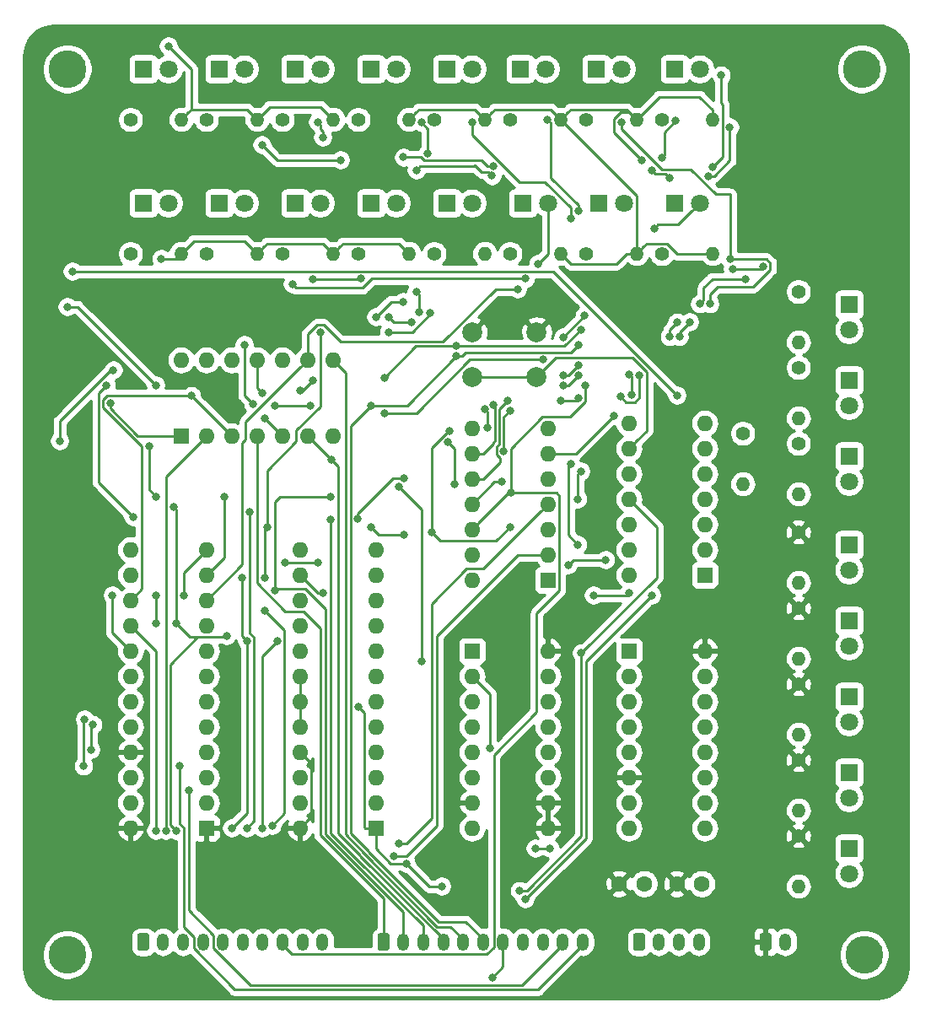
<source format=gbr>
G04 #@! TF.GenerationSoftware,KiCad,Pcbnew,(5.1.2-1)-1*
G04 #@! TF.CreationDate,2019-08-26T08:10:11+10:00*
G04 #@! TF.ProjectId,control-logic,636f6e74-726f-46c2-9d6c-6f6769632e6b,rev?*
G04 #@! TF.SameCoordinates,Original*
G04 #@! TF.FileFunction,Copper,L2,Bot*
G04 #@! TF.FilePolarity,Positive*
%FSLAX46Y46*%
G04 Gerber Fmt 4.6, Leading zero omitted, Abs format (unit mm)*
G04 Created by KiCad (PCBNEW (5.1.2-1)-1) date 2019-08-26 08:10:11*
%MOMM*%
%LPD*%
G04 APERTURE LIST*
%ADD10O,1.200000X1.750000*%
%ADD11C,0.100000*%
%ADD12C,1.200000*%
%ADD13C,3.790000*%
%ADD14C,1.600000*%
%ADD15R,1.800000X1.800000*%
%ADD16C,1.800000*%
%ADD17O,1.400000X1.400000*%
%ADD18C,1.400000*%
%ADD19C,2.000000*%
%ADD20R,1.600000X1.600000*%
%ADD21O,1.600000X1.600000*%
%ADD22C,0.800000*%
%ADD23C,0.250000*%
%ADD24C,0.254000*%
G04 APERTURE END LIST*
D10*
X143190000Y-153670000D03*
X141190000Y-153670000D03*
X139190000Y-153670000D03*
X137190000Y-153670000D03*
X135190000Y-153670000D03*
X133190000Y-153670000D03*
X131190000Y-153670000D03*
X129190000Y-153670000D03*
X127190000Y-153670000D03*
X125190000Y-153670000D03*
D11*
G36*
X123564505Y-152796204D02*
G01*
X123588773Y-152799804D01*
X123612572Y-152805765D01*
X123635671Y-152814030D01*
X123657850Y-152824520D01*
X123678893Y-152837132D01*
X123698599Y-152851747D01*
X123716777Y-152868223D01*
X123733253Y-152886401D01*
X123747868Y-152906107D01*
X123760480Y-152927150D01*
X123770970Y-152949329D01*
X123779235Y-152972428D01*
X123785196Y-152996227D01*
X123788796Y-153020495D01*
X123790000Y-153044999D01*
X123790000Y-154295001D01*
X123788796Y-154319505D01*
X123785196Y-154343773D01*
X123779235Y-154367572D01*
X123770970Y-154390671D01*
X123760480Y-154412850D01*
X123747868Y-154433893D01*
X123733253Y-154453599D01*
X123716777Y-154471777D01*
X123698599Y-154488253D01*
X123678893Y-154502868D01*
X123657850Y-154515480D01*
X123635671Y-154525970D01*
X123612572Y-154534235D01*
X123588773Y-154540196D01*
X123564505Y-154543796D01*
X123540001Y-154545000D01*
X122839999Y-154545000D01*
X122815495Y-154543796D01*
X122791227Y-154540196D01*
X122767428Y-154534235D01*
X122744329Y-154525970D01*
X122722150Y-154515480D01*
X122701107Y-154502868D01*
X122681401Y-154488253D01*
X122663223Y-154471777D01*
X122646747Y-154453599D01*
X122632132Y-154433893D01*
X122619520Y-154412850D01*
X122609030Y-154390671D01*
X122600765Y-154367572D01*
X122594804Y-154343773D01*
X122591204Y-154319505D01*
X122590000Y-154295001D01*
X122590000Y-153044999D01*
X122591204Y-153020495D01*
X122594804Y-152996227D01*
X122600765Y-152972428D01*
X122609030Y-152949329D01*
X122619520Y-152927150D01*
X122632132Y-152906107D01*
X122646747Y-152886401D01*
X122663223Y-152868223D01*
X122681401Y-152851747D01*
X122701107Y-152837132D01*
X122722150Y-152824520D01*
X122744329Y-152814030D01*
X122767428Y-152805765D01*
X122791227Y-152799804D01*
X122815495Y-152796204D01*
X122839999Y-152795000D01*
X123540001Y-152795000D01*
X123564505Y-152796204D01*
X123564505Y-152796204D01*
G37*
D12*
X123190000Y-153670000D03*
D13*
X91440000Y-154940000D03*
X91440000Y-66040000D03*
X171196000Y-66040000D03*
X171450000Y-154940000D03*
D14*
X146852000Y-147828000D03*
X149352000Y-147828000D03*
X155154000Y-147828000D03*
X152654000Y-147828000D03*
D15*
X169926000Y-144272000D03*
D16*
X169926000Y-146812000D03*
D15*
X169926000Y-136652000D03*
D16*
X169926000Y-139192000D03*
D15*
X169926000Y-129032000D03*
D16*
X169926000Y-131572000D03*
X169926000Y-123952000D03*
D15*
X169926000Y-121412000D03*
D16*
X169926000Y-116332000D03*
D15*
X169926000Y-113792000D03*
X99060000Y-66040000D03*
D16*
X101600000Y-66040000D03*
X109220000Y-66040000D03*
D15*
X106680000Y-66040000D03*
X114300000Y-66040000D03*
D16*
X116840000Y-66040000D03*
X124460000Y-66040000D03*
D15*
X121920000Y-66040000D03*
X169926000Y-104902000D03*
D16*
X169926000Y-107442000D03*
X169926000Y-99822000D03*
D15*
X169926000Y-97282000D03*
D16*
X169926000Y-92202000D03*
D15*
X169926000Y-89662000D03*
X129540000Y-66040000D03*
D16*
X132080000Y-66040000D03*
X139446000Y-66040000D03*
D15*
X136906000Y-66040000D03*
D16*
X147066000Y-66040000D03*
D15*
X144526000Y-66040000D03*
X152400000Y-66040000D03*
D16*
X154940000Y-66040000D03*
X101600000Y-79502000D03*
D15*
X99060000Y-79502000D03*
X106680000Y-79502000D03*
D16*
X109220000Y-79502000D03*
D15*
X114300000Y-79502000D03*
D16*
X116840000Y-79502000D03*
X124460000Y-79502000D03*
D15*
X121920000Y-79502000D03*
X129540000Y-79502000D03*
D16*
X132080000Y-79502000D03*
X139700000Y-79502000D03*
D15*
X137160000Y-79502000D03*
X144780000Y-79502000D03*
D16*
X147320000Y-79502000D03*
X154940000Y-79502000D03*
D15*
X152400000Y-79502000D03*
D11*
G36*
X161918505Y-152796204D02*
G01*
X161942773Y-152799804D01*
X161966572Y-152805765D01*
X161989671Y-152814030D01*
X162011850Y-152824520D01*
X162032893Y-152837132D01*
X162052599Y-152851747D01*
X162070777Y-152868223D01*
X162087253Y-152886401D01*
X162101868Y-152906107D01*
X162114480Y-152927150D01*
X162124970Y-152949329D01*
X162133235Y-152972428D01*
X162139196Y-152996227D01*
X162142796Y-153020495D01*
X162144000Y-153044999D01*
X162144000Y-154295001D01*
X162142796Y-154319505D01*
X162139196Y-154343773D01*
X162133235Y-154367572D01*
X162124970Y-154390671D01*
X162114480Y-154412850D01*
X162101868Y-154433893D01*
X162087253Y-154453599D01*
X162070777Y-154471777D01*
X162052599Y-154488253D01*
X162032893Y-154502868D01*
X162011850Y-154515480D01*
X161989671Y-154525970D01*
X161966572Y-154534235D01*
X161942773Y-154540196D01*
X161918505Y-154543796D01*
X161894001Y-154545000D01*
X161193999Y-154545000D01*
X161169495Y-154543796D01*
X161145227Y-154540196D01*
X161121428Y-154534235D01*
X161098329Y-154525970D01*
X161076150Y-154515480D01*
X161055107Y-154502868D01*
X161035401Y-154488253D01*
X161017223Y-154471777D01*
X161000747Y-154453599D01*
X160986132Y-154433893D01*
X160973520Y-154412850D01*
X160963030Y-154390671D01*
X160954765Y-154367572D01*
X160948804Y-154343773D01*
X160945204Y-154319505D01*
X160944000Y-154295001D01*
X160944000Y-153044999D01*
X160945204Y-153020495D01*
X160948804Y-152996227D01*
X160954765Y-152972428D01*
X160963030Y-152949329D01*
X160973520Y-152927150D01*
X160986132Y-152906107D01*
X161000747Y-152886401D01*
X161017223Y-152868223D01*
X161035401Y-152851747D01*
X161055107Y-152837132D01*
X161076150Y-152824520D01*
X161098329Y-152814030D01*
X161121428Y-152805765D01*
X161145227Y-152799804D01*
X161169495Y-152796204D01*
X161193999Y-152795000D01*
X161894001Y-152795000D01*
X161918505Y-152796204D01*
X161918505Y-152796204D01*
G37*
D12*
X161544000Y-153670000D03*
D10*
X163544000Y-153670000D03*
D11*
G36*
X149218505Y-152796204D02*
G01*
X149242773Y-152799804D01*
X149266572Y-152805765D01*
X149289671Y-152814030D01*
X149311850Y-152824520D01*
X149332893Y-152837132D01*
X149352599Y-152851747D01*
X149370777Y-152868223D01*
X149387253Y-152886401D01*
X149401868Y-152906107D01*
X149414480Y-152927150D01*
X149424970Y-152949329D01*
X149433235Y-152972428D01*
X149439196Y-152996227D01*
X149442796Y-153020495D01*
X149444000Y-153044999D01*
X149444000Y-154295001D01*
X149442796Y-154319505D01*
X149439196Y-154343773D01*
X149433235Y-154367572D01*
X149424970Y-154390671D01*
X149414480Y-154412850D01*
X149401868Y-154433893D01*
X149387253Y-154453599D01*
X149370777Y-154471777D01*
X149352599Y-154488253D01*
X149332893Y-154502868D01*
X149311850Y-154515480D01*
X149289671Y-154525970D01*
X149266572Y-154534235D01*
X149242773Y-154540196D01*
X149218505Y-154543796D01*
X149194001Y-154545000D01*
X148493999Y-154545000D01*
X148469495Y-154543796D01*
X148445227Y-154540196D01*
X148421428Y-154534235D01*
X148398329Y-154525970D01*
X148376150Y-154515480D01*
X148355107Y-154502868D01*
X148335401Y-154488253D01*
X148317223Y-154471777D01*
X148300747Y-154453599D01*
X148286132Y-154433893D01*
X148273520Y-154412850D01*
X148263030Y-154390671D01*
X148254765Y-154367572D01*
X148248804Y-154343773D01*
X148245204Y-154319505D01*
X148244000Y-154295001D01*
X148244000Y-153044999D01*
X148245204Y-153020495D01*
X148248804Y-152996227D01*
X148254765Y-152972428D01*
X148263030Y-152949329D01*
X148273520Y-152927150D01*
X148286132Y-152906107D01*
X148300747Y-152886401D01*
X148317223Y-152868223D01*
X148335401Y-152851747D01*
X148355107Y-152837132D01*
X148376150Y-152824520D01*
X148398329Y-152814030D01*
X148421428Y-152805765D01*
X148445227Y-152799804D01*
X148469495Y-152796204D01*
X148493999Y-152795000D01*
X149194001Y-152795000D01*
X149218505Y-152796204D01*
X149218505Y-152796204D01*
G37*
D12*
X148844000Y-153670000D03*
D10*
X150844000Y-153670000D03*
X152844000Y-153670000D03*
X154844000Y-153670000D03*
X117060000Y-153670000D03*
X115060000Y-153670000D03*
X113060000Y-153670000D03*
X111060000Y-153670000D03*
X109060000Y-153670000D03*
X107060000Y-153670000D03*
X105060000Y-153670000D03*
X103060000Y-153670000D03*
X101060000Y-153670000D03*
D11*
G36*
X99434505Y-152796204D02*
G01*
X99458773Y-152799804D01*
X99482572Y-152805765D01*
X99505671Y-152814030D01*
X99527850Y-152824520D01*
X99548893Y-152837132D01*
X99568599Y-152851747D01*
X99586777Y-152868223D01*
X99603253Y-152886401D01*
X99617868Y-152906107D01*
X99630480Y-152927150D01*
X99640970Y-152949329D01*
X99649235Y-152972428D01*
X99655196Y-152996227D01*
X99658796Y-153020495D01*
X99660000Y-153044999D01*
X99660000Y-154295001D01*
X99658796Y-154319505D01*
X99655196Y-154343773D01*
X99649235Y-154367572D01*
X99640970Y-154390671D01*
X99630480Y-154412850D01*
X99617868Y-154433893D01*
X99603253Y-154453599D01*
X99586777Y-154471777D01*
X99568599Y-154488253D01*
X99548893Y-154502868D01*
X99527850Y-154515480D01*
X99505671Y-154525970D01*
X99482572Y-154534235D01*
X99458773Y-154540196D01*
X99434505Y-154543796D01*
X99410001Y-154545000D01*
X98709999Y-154545000D01*
X98685495Y-154543796D01*
X98661227Y-154540196D01*
X98637428Y-154534235D01*
X98614329Y-154525970D01*
X98592150Y-154515480D01*
X98571107Y-154502868D01*
X98551401Y-154488253D01*
X98533223Y-154471777D01*
X98516747Y-154453599D01*
X98502132Y-154433893D01*
X98489520Y-154412850D01*
X98479030Y-154390671D01*
X98470765Y-154367572D01*
X98464804Y-154343773D01*
X98461204Y-154319505D01*
X98460000Y-154295001D01*
X98460000Y-153044999D01*
X98461204Y-153020495D01*
X98464804Y-152996227D01*
X98470765Y-152972428D01*
X98479030Y-152949329D01*
X98489520Y-152927150D01*
X98502132Y-152906107D01*
X98516747Y-152886401D01*
X98533223Y-152868223D01*
X98551401Y-152851747D01*
X98571107Y-152837132D01*
X98592150Y-152824520D01*
X98614329Y-152814030D01*
X98637428Y-152805765D01*
X98661227Y-152799804D01*
X98685495Y-152796204D01*
X98709999Y-152795000D01*
X99410001Y-152795000D01*
X99434505Y-152796204D01*
X99434505Y-152796204D01*
G37*
D12*
X99060000Y-153670000D03*
D17*
X159258000Y-107696000D03*
D18*
X159258000Y-102616000D03*
D17*
X164846000Y-148082000D03*
D18*
X164846000Y-143002000D03*
X164846000Y-135382000D03*
D17*
X164846000Y-140462000D03*
D18*
X164846000Y-127762000D03*
D17*
X164846000Y-132842000D03*
D18*
X164846000Y-120142000D03*
D17*
X164846000Y-125222000D03*
X164846000Y-117602000D03*
D18*
X164846000Y-112522000D03*
D17*
X102870000Y-71120000D03*
D18*
X97790000Y-71120000D03*
D17*
X110490000Y-71120000D03*
D18*
X105410000Y-71120000D03*
X164846000Y-103632000D03*
D17*
X164846000Y-108712000D03*
D18*
X164846000Y-96012000D03*
D17*
X164846000Y-101092000D03*
D18*
X164846000Y-88392000D03*
D17*
X164846000Y-93472000D03*
X118110000Y-71120000D03*
D18*
X113030000Y-71120000D03*
D17*
X125730000Y-71120000D03*
D18*
X120650000Y-71120000D03*
X128270000Y-71120000D03*
D17*
X133350000Y-71120000D03*
D18*
X135890000Y-71120000D03*
D17*
X140970000Y-71120000D03*
D18*
X143510000Y-71120000D03*
D17*
X148590000Y-71120000D03*
D18*
X151130000Y-71120000D03*
D17*
X156210000Y-71120000D03*
D18*
X97790000Y-84582000D03*
D17*
X102870000Y-84582000D03*
D18*
X105410000Y-84582000D03*
D17*
X110490000Y-84582000D03*
X118110000Y-84582000D03*
D18*
X113030000Y-84582000D03*
D17*
X125730000Y-84582000D03*
D18*
X120650000Y-84582000D03*
D17*
X133350000Y-84582000D03*
D18*
X128270000Y-84582000D03*
D17*
X140970000Y-84582000D03*
D18*
X135890000Y-84582000D03*
D17*
X148590000Y-84582000D03*
D18*
X143510000Y-84582000D03*
X151130000Y-84582000D03*
D17*
X156210000Y-84582000D03*
D19*
X132080000Y-96956000D03*
X132080000Y-92456000D03*
X138580000Y-96956000D03*
X138580000Y-92456000D03*
D20*
X155448000Y-116840000D03*
D21*
X147828000Y-101600000D03*
X155448000Y-114300000D03*
X147828000Y-104140000D03*
X155448000Y-111760000D03*
X147828000Y-106680000D03*
X155448000Y-109220000D03*
X147828000Y-109220000D03*
X155448000Y-106680000D03*
X147828000Y-111760000D03*
X155448000Y-104140000D03*
X147828000Y-114300000D03*
X155448000Y-101600000D03*
X147828000Y-116840000D03*
D20*
X132080000Y-124460000D03*
D21*
X139700000Y-142240000D03*
X132080000Y-127000000D03*
X139700000Y-139700000D03*
X132080000Y-129540000D03*
X139700000Y-137160000D03*
X132080000Y-132080000D03*
X139700000Y-134620000D03*
X132080000Y-134620000D03*
X139700000Y-132080000D03*
X132080000Y-137160000D03*
X139700000Y-129540000D03*
X132080000Y-139700000D03*
X139700000Y-127000000D03*
X132080000Y-142240000D03*
X139700000Y-124460000D03*
X155448000Y-124460000D03*
X147828000Y-142240000D03*
X155448000Y-127000000D03*
X147828000Y-139700000D03*
X155448000Y-129540000D03*
X147828000Y-137160000D03*
X155448000Y-132080000D03*
X147828000Y-134620000D03*
X155448000Y-134620000D03*
X147828000Y-132080000D03*
X155448000Y-137160000D03*
X147828000Y-129540000D03*
X155448000Y-139700000D03*
X147828000Y-127000000D03*
X155448000Y-142240000D03*
D20*
X147828000Y-124460000D03*
D21*
X114808000Y-142240000D03*
X122428000Y-114300000D03*
X114808000Y-139700000D03*
X122428000Y-116840000D03*
X114808000Y-137160000D03*
X122428000Y-119380000D03*
X114808000Y-134620000D03*
X122428000Y-121920000D03*
X114808000Y-132080000D03*
X122428000Y-124460000D03*
X114808000Y-129540000D03*
X122428000Y-127000000D03*
X114808000Y-127000000D03*
X122428000Y-129540000D03*
X114808000Y-124460000D03*
X122428000Y-132080000D03*
X114808000Y-121920000D03*
X122428000Y-134620000D03*
X114808000Y-119380000D03*
X122428000Y-137160000D03*
X114808000Y-116840000D03*
X122428000Y-139700000D03*
X114808000Y-114300000D03*
D20*
X122428000Y-142240000D03*
X105410000Y-142240000D03*
D21*
X97790000Y-114300000D03*
X105410000Y-139700000D03*
X97790000Y-116840000D03*
X105410000Y-137160000D03*
X97790000Y-119380000D03*
X105410000Y-134620000D03*
X97790000Y-121920000D03*
X105410000Y-132080000D03*
X97790000Y-124460000D03*
X105410000Y-129540000D03*
X97790000Y-127000000D03*
X105410000Y-127000000D03*
X97790000Y-129540000D03*
X105410000Y-124460000D03*
X97790000Y-132080000D03*
X105410000Y-121920000D03*
X97790000Y-134620000D03*
X105410000Y-119380000D03*
X97790000Y-137160000D03*
X105410000Y-116840000D03*
X97790000Y-139700000D03*
X105410000Y-114300000D03*
X97790000Y-142240000D03*
X132080000Y-117348000D03*
X139700000Y-102108000D03*
X132080000Y-114808000D03*
X139700000Y-104648000D03*
X132080000Y-112268000D03*
X139700000Y-107188000D03*
X132080000Y-109728000D03*
X139700000Y-109728000D03*
X132080000Y-107188000D03*
X139700000Y-112268000D03*
X132080000Y-104648000D03*
X139700000Y-114808000D03*
X132080000Y-102108000D03*
D20*
X139700000Y-117348000D03*
X102870000Y-102870000D03*
D21*
X118110000Y-95250000D03*
X105410000Y-102870000D03*
X115570000Y-95250000D03*
X107950000Y-102870000D03*
X113030000Y-95250000D03*
X110490000Y-102870000D03*
X110490000Y-95250000D03*
X113030000Y-102870000D03*
X107950000Y-95250000D03*
X115570000Y-102870000D03*
X105410000Y-95250000D03*
X118110000Y-102870000D03*
X102870000Y-95250000D03*
D22*
X90932000Y-98552000D03*
X135890000Y-141478000D03*
X141732000Y-89408000D03*
X143764000Y-87630000D03*
X125476000Y-145796000D03*
X129032000Y-148082000D03*
X120650000Y-130048000D03*
X103124000Y-118872000D03*
X100330000Y-118872000D03*
X100330000Y-121666000D03*
X116586000Y-115570000D03*
X113284000Y-115570000D03*
X90678000Y-103378000D03*
X96076020Y-96266000D03*
X100875000Y-85090000D03*
X138430000Y-144272000D03*
X139915000Y-144272000D03*
X101600000Y-63754000D03*
X149098000Y-75184000D03*
X102362000Y-142494000D03*
X107442000Y-122936000D03*
X102362000Y-121666000D03*
X102108000Y-109982000D03*
X98044000Y-110998000D03*
X95351020Y-97790000D03*
X130302000Y-107696000D03*
X129662347Y-103500347D03*
X125993701Y-91440000D03*
X123735000Y-90932000D03*
X118872000Y-75184000D03*
X110993347Y-73655347D03*
X107950000Y-142240000D03*
X109474000Y-123444000D03*
X108966000Y-117094000D03*
X111506000Y-112014000D03*
X116840000Y-92456000D03*
X117094000Y-72898000D03*
X111252000Y-117094000D03*
X116586000Y-71374000D03*
X117094000Y-118618000D03*
X128016000Y-112522000D03*
X135890000Y-112014000D03*
X129794000Y-102362000D03*
X126750653Y-90428653D03*
X126492000Y-88392000D03*
X127615158Y-74529158D03*
X126994912Y-71420001D03*
X133604000Y-102033001D03*
X133351326Y-100209531D03*
X141982501Y-81031807D03*
X132080000Y-71420001D03*
X134235459Y-99742291D03*
X142749154Y-80265154D03*
X139669997Y-71120000D03*
X135076154Y-107493846D03*
X141732000Y-115824000D03*
X145505000Y-115316000D03*
X146964259Y-98917047D03*
X157988000Y-85127000D03*
X148880892Y-96775826D03*
X152895254Y-92927000D03*
X153924000Y-91440000D03*
X155956000Y-89625000D03*
X147066000Y-71420001D03*
X100330000Y-142494000D03*
X95758000Y-99568000D03*
X95975000Y-118867347D03*
X103922999Y-98842999D03*
X112268000Y-118364000D03*
X117856000Y-108966000D03*
X117893000Y-111252000D03*
X120616846Y-111218846D03*
X125268701Y-107117949D03*
X107188000Y-108966000D03*
X111247347Y-101087347D03*
X110104347Y-99690347D03*
X109220000Y-93726000D03*
X114046000Y-87630000D03*
X137418653Y-87085000D03*
X138686564Y-85600564D03*
X136652000Y-88138000D03*
X110998000Y-98552000D03*
X112268000Y-99822000D03*
X115824000Y-99822000D03*
X123284990Y-100584000D03*
X139192000Y-95213000D03*
X141214695Y-92954695D03*
X143373695Y-90795695D03*
X150368000Y-82042000D03*
X93811347Y-134366000D03*
X94024880Y-131854535D03*
X93086347Y-136021653D03*
X93181000Y-131318000D03*
X136859299Y-148519949D03*
X143059990Y-124656010D03*
X134112000Y-157269027D03*
X137414000Y-149352000D03*
X150114000Y-118872000D03*
X91948000Y-86360000D03*
X152654000Y-98806000D03*
X133858000Y-134219999D03*
X91440000Y-89916000D03*
X100330000Y-97790000D03*
X99638570Y-103881559D03*
X100330000Y-108966000D03*
X124714000Y-107950000D03*
X127000000Y-125476000D03*
X144272000Y-118872000D03*
X147828000Y-118618000D03*
X110998000Y-142240000D03*
X112522000Y-123444000D03*
X159512000Y-87122000D03*
X146304000Y-100838000D03*
X148082000Y-98762002D03*
X147882114Y-96726374D03*
X151895251Y-92927000D03*
X152654000Y-91477000D03*
X154940000Y-89625000D03*
X135999001Y-108602999D03*
X143430028Y-97855029D03*
X124714000Y-143764000D03*
X135274001Y-104394000D03*
X135885347Y-100325347D03*
X142748000Y-96774000D03*
X141224000Y-97790000D03*
X112014000Y-141986000D03*
X111252000Y-120396000D03*
X121920000Y-112014000D03*
X125222000Y-112776000D03*
X161290000Y-85852000D03*
X142743347Y-95753347D03*
X158242000Y-86106000D03*
X141213999Y-96763999D03*
X135631592Y-99358077D03*
X124206000Y-145034000D03*
X142704973Y-109220000D03*
X143002000Y-106426000D03*
X109474000Y-142240000D03*
X109728000Y-110490000D03*
X140970000Y-99314000D03*
X142748000Y-99060000D03*
X123284990Y-97028000D03*
X130519000Y-93853336D03*
X142985163Y-92209532D03*
X101330003Y-142494000D03*
X157103348Y-66679348D03*
X156210000Y-75909000D03*
X134185510Y-75774816D03*
X116078000Y-87122000D03*
X120927153Y-87098847D03*
X125192853Y-74900853D03*
X121920000Y-99822000D03*
X142748000Y-93726000D03*
X130519000Y-94853339D03*
X157960001Y-71870011D03*
X155787569Y-76815398D03*
X134077906Y-76769012D03*
X114808000Y-98298000D03*
X116082653Y-97277347D03*
X122428000Y-90932000D03*
X125185000Y-89408000D03*
X126492000Y-76200000D03*
X117983000Y-105283000D03*
X123735000Y-92456000D03*
X127893653Y-90546347D03*
X150114000Y-76200000D03*
X151892000Y-76962000D03*
X142704973Y-113792000D03*
X141986000Y-105664000D03*
X151130000Y-74930000D03*
X152531348Y-71251348D03*
X102725001Y-136034999D03*
X103632000Y-138430000D03*
D23*
X137668000Y-139700000D02*
X139700000Y-139700000D01*
X135890000Y-141478000D02*
X137668000Y-139700000D01*
X115933001Y-141114999D02*
X115607999Y-141440001D01*
X115607999Y-141440001D02*
X114808000Y-142240000D01*
X115933001Y-135745001D02*
X115933001Y-141114999D01*
X114808000Y-134620000D02*
X115933001Y-135745001D01*
X141628000Y-89408000D02*
X141732000Y-89408000D01*
X138580000Y-92456000D02*
X141628000Y-89408000D01*
X127762000Y-148082000D02*
X125476000Y-145796000D01*
X129032000Y-148082000D02*
X127762000Y-148082000D01*
X114808000Y-132080000D02*
X114808000Y-127000000D01*
X121378000Y-142240000D02*
X122428000Y-142240000D01*
X121302999Y-142164999D02*
X121378000Y-142240000D01*
X121302999Y-130700999D02*
X121302999Y-142164999D01*
X120650000Y-130048000D02*
X121302999Y-130700999D01*
X124910315Y-145796000D02*
X125476000Y-145796000D01*
X123894998Y-145796000D02*
X124910315Y-145796000D01*
X122428000Y-144329002D02*
X123894998Y-145796000D01*
X122428000Y-142240000D02*
X122428000Y-144329002D01*
X103124000Y-116586000D02*
X103124000Y-118872000D01*
X105410000Y-114300000D02*
X103124000Y-116586000D01*
X100330000Y-118872000D02*
X100330000Y-121666000D01*
X116586000Y-115570000D02*
X113284000Y-115570000D01*
X149289999Y-83882001D02*
X148590000Y-84582000D01*
X149615001Y-83556999D02*
X149289999Y-83882001D01*
X151622001Y-83556999D02*
X149615001Y-83556999D01*
X152647002Y-84582000D02*
X151622001Y-83556999D01*
X156210000Y-84582000D02*
X152647002Y-84582000D01*
X141669999Y-85281999D02*
X140970000Y-84582000D01*
X141995001Y-85607001D02*
X141669999Y-85281999D01*
X147600051Y-84582000D02*
X146575050Y-85607001D01*
X146575050Y-85607001D02*
X141995001Y-85607001D01*
X148590000Y-84582000D02*
X147600051Y-84582000D01*
X95802018Y-96266000D02*
X96076020Y-96266000D01*
X90678000Y-101390018D02*
X95802018Y-96266000D01*
X90678000Y-103378000D02*
X90678000Y-101390018D01*
X102362000Y-85090000D02*
X102870000Y-84582000D01*
X100875000Y-85090000D02*
X102362000Y-85090000D01*
X156210000Y-70130051D02*
X156210000Y-71120000D01*
X154913949Y-68834000D02*
X156210000Y-70130051D01*
X150876000Y-68834000D02*
X154913949Y-68834000D01*
X148590000Y-71120000D02*
X150876000Y-68834000D01*
X141669999Y-70420001D02*
X140970000Y-71120000D01*
X141995001Y-70094999D02*
X141669999Y-70420001D01*
X147564999Y-70094999D02*
X141995001Y-70094999D01*
X148590000Y-71120000D02*
X147564999Y-70094999D01*
X134049999Y-70420001D02*
X133350000Y-71120000D01*
X134375001Y-70094999D02*
X134049999Y-70420001D01*
X139944999Y-70094999D02*
X134375001Y-70094999D01*
X140970000Y-71120000D02*
X139944999Y-70094999D01*
X126429999Y-70420001D02*
X125730000Y-71120000D01*
X126755001Y-70094999D02*
X126429999Y-70420001D01*
X132324999Y-70094999D02*
X126755001Y-70094999D01*
X133350000Y-71120000D02*
X132324999Y-70094999D01*
X110490000Y-71120000D02*
X111760000Y-69850000D01*
X116840000Y-69850000D02*
X118110000Y-71120000D01*
X111760000Y-69850000D02*
X116840000Y-69850000D01*
X103895001Y-70094999D02*
X103569999Y-70420001D01*
X103569999Y-70420001D02*
X102870000Y-71120000D01*
X109464999Y-70094999D02*
X103895001Y-70094999D01*
X110490000Y-71120000D02*
X109464999Y-70094999D01*
X138430000Y-144272000D02*
X139915000Y-144272000D01*
X118809999Y-83882001D02*
X118110000Y-84582000D01*
X119135001Y-83556999D02*
X118809999Y-83882001D01*
X124704999Y-83556999D02*
X119135001Y-83556999D01*
X125730000Y-84582000D02*
X124704999Y-83556999D01*
X111189999Y-83882001D02*
X110490000Y-84582000D01*
X111515001Y-83556999D02*
X111189999Y-83882001D01*
X117084999Y-83556999D02*
X111515001Y-83556999D01*
X118110000Y-84582000D02*
X117084999Y-83556999D01*
X102870000Y-84582000D02*
X104140000Y-83312000D01*
X109220000Y-83312000D02*
X110490000Y-84582000D01*
X104140000Y-83312000D02*
X109220000Y-83312000D01*
X148590000Y-78740000D02*
X148590000Y-84582000D01*
X140970000Y-71120000D02*
X148590000Y-78740000D01*
X103895001Y-66049001D02*
X101600000Y-63754000D01*
X103895001Y-70094999D02*
X103895001Y-66049001D01*
X146340999Y-71072000D02*
X146340999Y-72426999D01*
X146340999Y-72426999D02*
X149098000Y-75184000D01*
X148590000Y-71120000D02*
X147890001Y-70420001D01*
X146992998Y-70420001D02*
X146340999Y-71072000D01*
X147890001Y-70420001D02*
X146992998Y-70420001D01*
X101780013Y-141912013D02*
X101780013Y-125803987D01*
X102362000Y-142494000D02*
X101780013Y-141912013D01*
X107332999Y-123045001D02*
X107442000Y-122936000D01*
X104538999Y-123045001D02*
X107332999Y-123045001D01*
X101780013Y-125803987D02*
X104538999Y-123045001D01*
X103741001Y-123045001D02*
X102362000Y-121666000D01*
X104538999Y-123045001D02*
X103741001Y-123045001D01*
X102362000Y-110236000D02*
X102108000Y-109982000D01*
X102362000Y-121666000D02*
X102362000Y-110236000D01*
X94582990Y-98558030D02*
X95351020Y-97790000D01*
X94582990Y-107536990D02*
X94582990Y-98558030D01*
X98044000Y-110998000D02*
X94582990Y-107536990D01*
X130302000Y-104140000D02*
X129662347Y-103500347D01*
X130302000Y-107696000D02*
X130302000Y-104140000D01*
X124243000Y-91440000D02*
X123735000Y-90932000D01*
X125993701Y-91440000D02*
X124243000Y-91440000D01*
X118872000Y-75184000D02*
X113036998Y-75184000D01*
X112522000Y-75184000D02*
X110993347Y-73655347D01*
X113036998Y-75184000D02*
X112522000Y-75184000D01*
X109474000Y-140716000D02*
X109474000Y-123444000D01*
X107950000Y-142240000D02*
X109474000Y-140716000D01*
X108966000Y-122936000D02*
X108966000Y-117094000D01*
X109474000Y-123444000D02*
X108966000Y-122936000D01*
X111506000Y-106349000D02*
X114444999Y-103410001D01*
X114444999Y-102329999D02*
X116840000Y-99934998D01*
X114444999Y-103410001D02*
X114444999Y-102329999D01*
X116840000Y-99934998D02*
X116840000Y-92456000D01*
X111506000Y-112014000D02*
X111506000Y-106349000D01*
X117094000Y-72332315D02*
X116840000Y-72078315D01*
X117094000Y-72898000D02*
X117094000Y-72332315D01*
X111252000Y-112268000D02*
X111506000Y-112014000D01*
X111252000Y-117094000D02*
X111252000Y-112268000D01*
X116840000Y-71628000D02*
X116586000Y-71374000D01*
X116840000Y-72078315D02*
X116840000Y-71628000D01*
X116586000Y-118618000D02*
X117094000Y-118618000D01*
X114808000Y-116840000D02*
X116586000Y-118618000D01*
X134510999Y-113393001D02*
X135890000Y-112014000D01*
X128887001Y-113393001D02*
X134510999Y-113393001D01*
X128016000Y-112522000D02*
X128887001Y-113393001D01*
X129727692Y-102362000D02*
X129794000Y-102362000D01*
X128016000Y-104073692D02*
X129727692Y-102362000D01*
X128016000Y-112522000D02*
X128016000Y-104073692D01*
X126750653Y-88650653D02*
X126492000Y-88392000D01*
X126750653Y-90428653D02*
X126750653Y-88650653D01*
X127615158Y-72040247D02*
X126994912Y-71420001D01*
X127615158Y-74529158D02*
X127615158Y-72040247D01*
X133604000Y-100462205D02*
X133351326Y-100209531D01*
X133604000Y-102033001D02*
X133604000Y-100462205D01*
X139423012Y-77412010D02*
X136848010Y-77412010D01*
X141982501Y-79971499D02*
X139423012Y-77412010D01*
X141982501Y-81031807D02*
X141982501Y-79971499D01*
X136848010Y-77412010D02*
X132080000Y-72644000D01*
X132080000Y-72644000D02*
X132080000Y-71420001D01*
X133211370Y-104648000D02*
X134227370Y-103632000D01*
X132080000Y-104648000D02*
X133211370Y-104648000D01*
X134227370Y-103516630D02*
X134373981Y-103370019D01*
X134227370Y-103632000D02*
X134227370Y-103516630D01*
X134373981Y-99880813D02*
X134235459Y-99742291D01*
X134373981Y-103370019D02*
X134373981Y-99880813D01*
X142749154Y-79699469D02*
X140011685Y-76962000D01*
X142749154Y-80265154D02*
X142749154Y-79699469D01*
X140011685Y-76962000D02*
X140011685Y-71678687D01*
X139944999Y-71612001D02*
X139944999Y-71395002D01*
X139944999Y-71395002D02*
X139669997Y-71120000D01*
X140011685Y-71678687D02*
X139944999Y-71612001D01*
X134314154Y-107493846D02*
X135076154Y-107493846D01*
X132080000Y-109728000D02*
X134314154Y-107493846D01*
X142240000Y-115316000D02*
X145505000Y-115316000D01*
X141732000Y-115824000D02*
X142240000Y-115316000D01*
X162015001Y-85503999D02*
X161638002Y-85127000D01*
X160331002Y-87884000D02*
X162015001Y-86200001D01*
X161638002Y-85127000D02*
X157988000Y-85127000D01*
X162015001Y-86200001D02*
X162015001Y-85503999D01*
X148880892Y-99036112D02*
X148880892Y-96775826D01*
X148430001Y-99487003D02*
X148880892Y-99036112D01*
X147534215Y-99487003D02*
X148430001Y-99487003D01*
X146964259Y-98917047D02*
X147534215Y-99487003D01*
X152895254Y-92468746D02*
X153924000Y-91440000D01*
X152895254Y-92927000D02*
X152895254Y-92468746D01*
X155956000Y-89625000D02*
X155956000Y-88646000D01*
X156718000Y-87884000D02*
X157226000Y-87884000D01*
X157226000Y-87884000D02*
X160331002Y-87884000D01*
X155956000Y-88646000D02*
X156718000Y-87884000D01*
X157100410Y-87884000D02*
X157226000Y-87884000D01*
X157988000Y-78638690D02*
X157988000Y-85127000D01*
X154049158Y-76149989D02*
X156537859Y-78638690D01*
X151136991Y-76149989D02*
X154049158Y-76149989D01*
X156537859Y-78638690D02*
X157988000Y-78638690D01*
X147066000Y-72078998D02*
X151136991Y-76149989D01*
X147066000Y-72078998D02*
X147066000Y-71420001D01*
X100330000Y-124460000D02*
X97790000Y-121920000D01*
X100330000Y-142494000D02*
X100330000Y-124460000D01*
X101820000Y-102870000D02*
X102870000Y-102870000D01*
X98494315Y-102870000D02*
X101820000Y-102870000D01*
X95758000Y-100133685D02*
X98494315Y-102870000D01*
X95758000Y-99568000D02*
X95758000Y-100133685D01*
X95975000Y-122645000D02*
X95975000Y-118867347D01*
X97790000Y-124460000D02*
X95975000Y-122645000D01*
X107150001Y-102070001D02*
X107950000Y-102870000D01*
X103922999Y-98842999D02*
X107150001Y-102070001D01*
X95409999Y-98842999D02*
X103922999Y-98842999D01*
X95032999Y-99219999D02*
X95409999Y-98842999D01*
X95032999Y-100045094D02*
X95032999Y-99219999D01*
X98915001Y-103927096D02*
X95032999Y-100045094D01*
X98915001Y-118254999D02*
X98915001Y-103927096D01*
X97790000Y-119380000D02*
X98915001Y-118254999D01*
X103922999Y-98842999D02*
X103922999Y-98842999D01*
X125190000Y-153670000D02*
X125190000Y-150667820D01*
X125190000Y-150667820D02*
X120260189Y-145738009D01*
X120260189Y-145738009D02*
X117348000Y-142825820D01*
X112377001Y-118254999D02*
X112268000Y-118364000D01*
X115348001Y-118254999D02*
X112377001Y-118254999D01*
X117348000Y-120254998D02*
X115348001Y-118254999D01*
X117348000Y-142825820D02*
X117348000Y-120254998D01*
X112268000Y-118364000D02*
X112268000Y-109474000D01*
X112776000Y-108966000D02*
X117856000Y-108966000D01*
X112268000Y-109474000D02*
X112776000Y-108966000D01*
X127190000Y-153670000D02*
X127190000Y-152031410D01*
X127190000Y-152031410D02*
X120446590Y-145288000D01*
X117893000Y-142734410D02*
X117893000Y-111252000D01*
X120446590Y-145288000D02*
X117893000Y-142734410D01*
X124152058Y-107117949D02*
X125268701Y-107117949D01*
X120616846Y-110653161D02*
X124152058Y-107117949D01*
X120616846Y-111218846D02*
X120616846Y-110653161D01*
X107188000Y-114187002D02*
X107188000Y-108966000D01*
X107188000Y-115062000D02*
X107188000Y-114187002D01*
X105410000Y-116840000D02*
X107188000Y-115062000D01*
X113030000Y-102870000D02*
X111247347Y-101087347D01*
X109220000Y-98806000D02*
X109220000Y-93726000D01*
X110104347Y-99690347D02*
X109220000Y-98806000D01*
X122014002Y-87085000D02*
X137418653Y-87085000D01*
X121069003Y-88029999D02*
X122014002Y-87085000D01*
X114445999Y-88029999D02*
X121069003Y-88029999D01*
X114046000Y-87630000D02*
X114445999Y-88029999D01*
X139700000Y-84587128D02*
X139700000Y-79502000D01*
X138686564Y-85600564D02*
X139700000Y-84587128D01*
X114770001Y-96049999D02*
X115570000Y-95250000D01*
X109364999Y-101455001D02*
X114770001Y-96049999D01*
X109364999Y-103233001D02*
X109364999Y-101455001D01*
X109002999Y-103595001D02*
X109364999Y-103233001D01*
X109002999Y-115787001D02*
X109002999Y-103595001D01*
X105410000Y-119380000D02*
X109002999Y-115787001D01*
X134436998Y-88138000D02*
X136652000Y-88138000D01*
X129171672Y-93403326D02*
X134436998Y-88138000D01*
X118860328Y-93403326D02*
X129171672Y-93403326D01*
X117188001Y-91730999D02*
X118860328Y-93403326D01*
X116491999Y-91730999D02*
X117188001Y-91730999D01*
X115570000Y-92652998D02*
X116491999Y-91730999D01*
X115570000Y-95250000D02*
X115570000Y-92652998D01*
X110490000Y-98044000D02*
X110998000Y-98552000D01*
X110490000Y-95250000D02*
X110490000Y-98044000D01*
X112268000Y-99822000D02*
X115824000Y-99822000D01*
X131861998Y-95213000D02*
X139192000Y-95213000D01*
X126490998Y-100584000D02*
X131861998Y-95213000D01*
X123284990Y-100584000D02*
X126490998Y-100584000D01*
X141214695Y-92954695D02*
X143373695Y-90795695D01*
X154040001Y-80401999D02*
X154940000Y-79502000D01*
X152799999Y-81642001D02*
X154040001Y-80401999D01*
X150767999Y-81642001D02*
X152799999Y-81642001D01*
X150368000Y-82042000D02*
X150767999Y-81642001D01*
X93811347Y-132068068D02*
X94024880Y-131854535D01*
X93811347Y-134366000D02*
X93811347Y-132068068D01*
X93086347Y-131412653D02*
X93181000Y-131318000D01*
X93086347Y-136021653D02*
X93086347Y-131412653D01*
X137609641Y-148519949D02*
X143059990Y-143069600D01*
X136859299Y-148519949D02*
X137609641Y-148519949D01*
X143059990Y-143069600D02*
X143059990Y-124656010D01*
X143059990Y-124656010D02*
X150622000Y-117094000D01*
X150622000Y-112014000D02*
X147828000Y-109220000D01*
X150622000Y-117094000D02*
X150622000Y-112014000D01*
X143059990Y-124656010D02*
X143059990Y-124656010D01*
X135190000Y-156191027D02*
X134112000Y-157269027D01*
X135190000Y-153670000D02*
X135190000Y-156191027D01*
X137414000Y-149352000D02*
X143510000Y-143256000D01*
X143510000Y-125476000D02*
X150114000Y-118872000D01*
X143510000Y-143256000D02*
X143510000Y-125476000D01*
X140208000Y-86360000D02*
X152654000Y-98806000D01*
X91948000Y-86360000D02*
X140208000Y-86360000D01*
X133858000Y-128778000D02*
X132080000Y-127000000D01*
X133858000Y-134219999D02*
X133858000Y-128778000D01*
X92456000Y-89916000D02*
X100330000Y-97790000D01*
X91440000Y-89916000D02*
X92456000Y-89916000D01*
X99638570Y-108274570D02*
X100330000Y-108966000D01*
X99638570Y-103881559D02*
X99638570Y-108274570D01*
X127000000Y-110236000D02*
X127000000Y-125476000D01*
X124714000Y-107950000D02*
X127000000Y-110236000D01*
X148627999Y-103340001D02*
X147828000Y-104140000D01*
X149605893Y-102362107D02*
X148627999Y-103340001D01*
X149605893Y-96427825D02*
X149605893Y-102362107D01*
X148206414Y-95028346D02*
X149605893Y-96427825D01*
X140507654Y-95028346D02*
X148206414Y-95028346D01*
X138580000Y-96956000D02*
X140507654Y-95028346D01*
X132080000Y-96956000D02*
X138580000Y-96956000D01*
X147574000Y-118872000D02*
X147828000Y-118618000D01*
X144272000Y-118872000D02*
X147574000Y-118872000D01*
X110998000Y-124968000D02*
X112522000Y-123444000D01*
X110998000Y-142240000D02*
X110998000Y-124968000D01*
X159512000Y-87122000D02*
X157226000Y-87122000D01*
X142494000Y-104648000D02*
X146304000Y-100838000D01*
X139700000Y-104648000D02*
X142494000Y-104648000D01*
X148082000Y-96926260D02*
X147882114Y-96726374D01*
X148082000Y-98762002D02*
X148082000Y-96926260D01*
X151895251Y-92235749D02*
X152654000Y-91477000D01*
X151895251Y-92927000D02*
X151895251Y-92235749D01*
X155339999Y-89225001D02*
X155339999Y-87992001D01*
X154940000Y-89625000D02*
X155339999Y-89225001D01*
X156210000Y-87122000D02*
X157226000Y-87122000D01*
X155339999Y-87992001D02*
X156210000Y-87122000D01*
X132879999Y-111468001D02*
X132080000Y-112268000D01*
X135745001Y-108602999D02*
X132879999Y-111468001D01*
X140825001Y-108898001D02*
X140529999Y-108602999D01*
X138574999Y-120658003D02*
X140825001Y-118408001D01*
X140825001Y-118408001D02*
X140825001Y-108898001D01*
X134264990Y-134886011D02*
X138574999Y-130576002D01*
X140529999Y-108602999D02*
X135999001Y-108602999D01*
X134264990Y-154178171D02*
X134264990Y-134886011D01*
X133573151Y-154870010D02*
X134264990Y-154178171D01*
X113985010Y-154870010D02*
X133573151Y-154870010D01*
X113060000Y-153945000D02*
X113985010Y-154870010D01*
X138574999Y-130576002D02*
X138574999Y-120658003D01*
X113060000Y-153670000D02*
X113060000Y-153945000D01*
X135999001Y-108602999D02*
X135745001Y-108602999D01*
X143473001Y-97898002D02*
X143430028Y-97855029D01*
X141898003Y-100982999D02*
X143473001Y-99408001D01*
X139159999Y-100982999D02*
X141898003Y-100982999D01*
X143473001Y-99408001D02*
X143473001Y-97898002D01*
X135999001Y-104143997D02*
X139159999Y-100982999D01*
X135999001Y-108602999D02*
X135999001Y-104143997D01*
X124714000Y-143764000D02*
X125533990Y-143764000D01*
X125533990Y-143764000D02*
X128016000Y-141281990D01*
X138900001Y-110527999D02*
X139700000Y-109728000D01*
X133205001Y-116222999D02*
X138900001Y-110527999D01*
X131539999Y-116222999D02*
X133205001Y-116222999D01*
X128016000Y-119746998D02*
X131539999Y-116222999D01*
X128016000Y-141281990D02*
X128016000Y-119746998D01*
X135274001Y-100936693D02*
X135885347Y-100325347D01*
X135274001Y-104394000D02*
X135274001Y-100936693D01*
X141732000Y-97790000D02*
X142748000Y-96774000D01*
X141261000Y-97790000D02*
X141732000Y-97790000D01*
X113247001Y-122391001D02*
X111252000Y-120396000D01*
X113247001Y-140752999D02*
X113247001Y-122391001D01*
X112014000Y-141986000D02*
X113247001Y-140752999D01*
X122682000Y-112776000D02*
X125222000Y-112776000D01*
X121920000Y-112014000D02*
X122682000Y-112776000D01*
X141732695Y-96763999D02*
X142743347Y-95753347D01*
X141213999Y-96763999D02*
X141732695Y-96763999D01*
X161036000Y-86106000D02*
X161290000Y-85852000D01*
X158242000Y-86106000D02*
X161036000Y-86106000D01*
X134549000Y-103957000D02*
X134823991Y-103682009D01*
X134549000Y-104742001D02*
X134549000Y-103957000D01*
X134874000Y-105525370D02*
X134874000Y-105067001D01*
X134874000Y-105067001D02*
X134549000Y-104742001D01*
X134823991Y-103682009D02*
X134823991Y-100165678D01*
X133211370Y-107188000D02*
X134874000Y-105525370D01*
X134823991Y-100165678D02*
X135631592Y-99358077D01*
X132080000Y-107188000D02*
X133211370Y-107188000D01*
X124206000Y-145034000D02*
X125476000Y-145034000D01*
X125476000Y-145034000D02*
X128524000Y-141986000D01*
X128524000Y-141986000D02*
X128524000Y-122936000D01*
X136652000Y-114808000D02*
X139700000Y-114808000D01*
X128524000Y-122936000D02*
X136652000Y-114808000D01*
X142704973Y-106723027D02*
X143002000Y-106426000D01*
X142704973Y-109220000D02*
X142704973Y-106723027D01*
X109728000Y-122624998D02*
X109728000Y-110490000D01*
X110199001Y-123095999D02*
X109728000Y-122624998D01*
X110199001Y-141514999D02*
X110199001Y-123095999D01*
X109474000Y-142240000D02*
X110199001Y-141514999D01*
X142494000Y-99314000D02*
X142748000Y-99060000D01*
X140970000Y-99314000D02*
X142494000Y-99314000D01*
X128577410Y-152146000D02*
X121279010Y-144847600D01*
X129941000Y-152146000D02*
X128577410Y-152146000D01*
X121279010Y-144847600D02*
X121279009Y-144772599D01*
X131190000Y-153395000D02*
X129941000Y-152146000D01*
X131190000Y-153670000D02*
X131190000Y-153395000D01*
X118909999Y-96049999D02*
X118110000Y-95250000D01*
X119380000Y-96520000D02*
X118909999Y-96049999D01*
X119380000Y-142873590D02*
X119380000Y-96520000D01*
X121279010Y-144772600D02*
X119380000Y-142873590D01*
X121279010Y-144847600D02*
X121279010Y-144772600D01*
X126459654Y-93853336D02*
X130519000Y-93853336D01*
X123284990Y-97028000D02*
X126459654Y-93853336D01*
X141341359Y-93853336D02*
X142985163Y-92209532D01*
X130519000Y-93853336D02*
X141341359Y-93853336D01*
X101330003Y-106949997D02*
X105410000Y-102870000D01*
X101330003Y-142494000D02*
X101330003Y-106949997D01*
X157103348Y-66679348D02*
X157103348Y-69473348D01*
X157235001Y-69605001D02*
X157235001Y-74883999D01*
X157235001Y-74883999D02*
X156210000Y-75909000D01*
X157103348Y-69473348D02*
X157235001Y-69605001D01*
X120904000Y-87122000D02*
X120927153Y-87098847D01*
X116078000Y-87122000D02*
X120904000Y-87122000D01*
X133619825Y-75774816D02*
X134185510Y-75774816D01*
X133029009Y-75184000D02*
X133619825Y-75774816D01*
X125192853Y-74900853D02*
X126913851Y-74900853D01*
X132205590Y-75184000D02*
X133029009Y-75184000D01*
X132135431Y-75254159D02*
X132205590Y-75184000D01*
X127267157Y-75254159D02*
X132135431Y-75254159D01*
X126913851Y-74900853D02*
X127267157Y-75254159D01*
X131433000Y-151638000D02*
X128705820Y-151638000D01*
X133190000Y-153395000D02*
X131433000Y-151638000D01*
X133190000Y-153670000D02*
X133190000Y-153395000D01*
X121729018Y-144661198D02*
X121729018Y-144586198D01*
X128705820Y-151638000D02*
X121729018Y-144661198D01*
X121729018Y-144586198D02*
X119888000Y-142745180D01*
X119888000Y-101854000D02*
X121920000Y-99822000D01*
X119888000Y-142745180D02*
X119888000Y-101854000D01*
X125550339Y-99822000D02*
X121920000Y-99822000D01*
X130519000Y-94853339D02*
X125550339Y-99822000D01*
X142748000Y-93726000D02*
X141986000Y-94488000D01*
X131084685Y-94853339D02*
X130519000Y-94853339D01*
X131450024Y-94488000D02*
X131084685Y-94853339D01*
X141986000Y-94488000D02*
X131450024Y-94488000D01*
X123190000Y-149304230D02*
X116840000Y-142954230D01*
X123190000Y-153670000D02*
X123190000Y-149304230D01*
X116840000Y-142954230D02*
X116840000Y-122174000D01*
X110490000Y-117659002D02*
X110490000Y-104001370D01*
X110490000Y-104001370D02*
X110490000Y-102870000D01*
X113335999Y-120505001D02*
X110490000Y-117659002D01*
X115171001Y-120505001D02*
X113335999Y-120505001D01*
X116840000Y-122174000D02*
X115171001Y-120505001D01*
X156376604Y-76815398D02*
X155787569Y-76815398D01*
X157960001Y-75232001D02*
X156376604Y-76815398D01*
X157960001Y-71870011D02*
X157960001Y-75232001D01*
X133677907Y-76369013D02*
X133011013Y-76369013D01*
X134077906Y-76769012D02*
X133677907Y-76369013D01*
X133011013Y-76369013D02*
X132334000Y-75692000D01*
X115062000Y-98298000D02*
X116082653Y-97277347D01*
X114808000Y-98298000D02*
X115062000Y-98298000D01*
X123952000Y-89408000D02*
X125185000Y-89408000D01*
X122428000Y-90932000D02*
X123952000Y-89408000D01*
X126891999Y-75800001D02*
X132225999Y-75800001D01*
X132225999Y-75800001D02*
X132334000Y-75692000D01*
X126492000Y-76200000D02*
X126891999Y-75800001D01*
X129190000Y-153395000D02*
X120829000Y-145034000D01*
X129190000Y-153670000D02*
X129190000Y-153395000D01*
X120829000Y-145034000D02*
X120829000Y-144959000D01*
X120829000Y-144959000D02*
X118618000Y-142748000D01*
X118618000Y-105918000D02*
X117983000Y-105283000D01*
X118618000Y-142748000D02*
X118618000Y-105918000D01*
X117983000Y-105283000D02*
X115570000Y-102870000D01*
X127893653Y-90613050D02*
X127893653Y-90546347D01*
X126050703Y-92456000D02*
X127893653Y-90613050D01*
X123735000Y-92456000D02*
X126050703Y-92456000D01*
X150114000Y-76200000D02*
X150513999Y-76599999D01*
X151529999Y-76599999D02*
X151892000Y-76962000D01*
X150513999Y-76599999D02*
X151529999Y-76599999D01*
X141732000Y-105918000D02*
X141986000Y-105664000D01*
X141732000Y-112819027D02*
X141732000Y-105918000D01*
X142704973Y-113792000D02*
X141732000Y-112819027D01*
X151384000Y-74676000D02*
X151130000Y-74930000D01*
X151384000Y-73914000D02*
X151384000Y-74676000D01*
X151384000Y-72398696D02*
X152531348Y-71251348D01*
X151384000Y-73914000D02*
X151384000Y-72398696D01*
X143190000Y-153945000D02*
X143190000Y-153670000D01*
X138690962Y-158444038D02*
X143190000Y-153945000D01*
X104134990Y-154328151D02*
X108250877Y-158444038D01*
X104134990Y-153161829D02*
X104134990Y-154328151D01*
X103181990Y-152208829D02*
X104134990Y-153161829D01*
X108250877Y-158444038D02*
X138690962Y-158444038D01*
X103181990Y-142240988D02*
X103181990Y-152208829D01*
X102725001Y-141783999D02*
X103181990Y-142240988D01*
X102725001Y-136034999D02*
X102725001Y-141783999D01*
X137140972Y-157994028D02*
X141190000Y-153945000D01*
X109800867Y-157994028D02*
X137140972Y-157994028D01*
X141190000Y-153945000D02*
X141190000Y-153670000D01*
X106134990Y-154328151D02*
X109800867Y-157994028D01*
X106134990Y-153011849D02*
X106134990Y-154328151D01*
X103632000Y-150508859D02*
X106134990Y-153011849D01*
X103632000Y-138430000D02*
X103632000Y-150508859D01*
D24*
G36*
X173326344Y-61707738D02*
G01*
X173909595Y-61883832D01*
X174447529Y-62169856D01*
X174919667Y-62554922D01*
X175308019Y-63024359D01*
X175597794Y-63560286D01*
X175777955Y-64142291D01*
X175845000Y-64780189D01*
X175845001Y-156176485D01*
X175782262Y-156816343D01*
X175606168Y-157399595D01*
X175320143Y-157937531D01*
X174935078Y-158409667D01*
X174465641Y-158798019D01*
X173929714Y-159087794D01*
X173347705Y-159267956D01*
X172709811Y-159335000D01*
X90203505Y-159335000D01*
X89563657Y-159272262D01*
X88980405Y-159096168D01*
X88442469Y-158810143D01*
X87970333Y-158425078D01*
X87581981Y-157955641D01*
X87292206Y-157419714D01*
X87112044Y-156837705D01*
X87045000Y-156199811D01*
X87045000Y-154690817D01*
X88910000Y-154690817D01*
X88910000Y-155189183D01*
X89007226Y-155677974D01*
X89197943Y-156138405D01*
X89474820Y-156552781D01*
X89827219Y-156905180D01*
X90241595Y-157182057D01*
X90702026Y-157372774D01*
X91190817Y-157470000D01*
X91689183Y-157470000D01*
X92177974Y-157372774D01*
X92638405Y-157182057D01*
X93052781Y-156905180D01*
X93405180Y-156552781D01*
X93682057Y-156138405D01*
X93872774Y-155677974D01*
X93970000Y-155189183D01*
X93970000Y-154690817D01*
X93872774Y-154202026D01*
X93682057Y-153741595D01*
X93405180Y-153327219D01*
X93052781Y-152974820D01*
X92638405Y-152697943D01*
X92177974Y-152507226D01*
X91689183Y-152410000D01*
X91190817Y-152410000D01*
X90702026Y-152507226D01*
X90241595Y-152697943D01*
X89827219Y-152974820D01*
X89474820Y-153327219D01*
X89197943Y-153741595D01*
X89007226Y-154202026D01*
X88910000Y-154690817D01*
X87045000Y-154690817D01*
X87045000Y-142589039D01*
X96398096Y-142589039D01*
X96438754Y-142723087D01*
X96558963Y-142977420D01*
X96726481Y-143203414D01*
X96934869Y-143392385D01*
X97176119Y-143537070D01*
X97440960Y-143631909D01*
X97663000Y-143510624D01*
X97663000Y-142367000D01*
X97917000Y-142367000D01*
X97917000Y-143510624D01*
X98139040Y-143631909D01*
X98403881Y-143537070D01*
X98645131Y-143392385D01*
X98853519Y-143203414D01*
X99021037Y-142977420D01*
X99141246Y-142723087D01*
X99181904Y-142589039D01*
X99059915Y-142367000D01*
X97917000Y-142367000D01*
X97663000Y-142367000D01*
X96520085Y-142367000D01*
X96398096Y-142589039D01*
X87045000Y-142589039D01*
X87045000Y-137160000D01*
X96348057Y-137160000D01*
X96375764Y-137441309D01*
X96457818Y-137711808D01*
X96591068Y-137961101D01*
X96770392Y-138179608D01*
X96988899Y-138358932D01*
X97121858Y-138430000D01*
X96988899Y-138501068D01*
X96770392Y-138680392D01*
X96591068Y-138898899D01*
X96457818Y-139148192D01*
X96375764Y-139418691D01*
X96348057Y-139700000D01*
X96375764Y-139981309D01*
X96457818Y-140251808D01*
X96591068Y-140501101D01*
X96770392Y-140719608D01*
X96988899Y-140898932D01*
X97126682Y-140972579D01*
X96934869Y-141087615D01*
X96726481Y-141276586D01*
X96558963Y-141502580D01*
X96438754Y-141756913D01*
X96398096Y-141890961D01*
X96520085Y-142113000D01*
X97663000Y-142113000D01*
X97663000Y-142093000D01*
X97917000Y-142093000D01*
X97917000Y-142113000D01*
X99059915Y-142113000D01*
X99181904Y-141890961D01*
X99141246Y-141756913D01*
X99021037Y-141502580D01*
X98853519Y-141276586D01*
X98645131Y-141087615D01*
X98453318Y-140972579D01*
X98591101Y-140898932D01*
X98809608Y-140719608D01*
X98988932Y-140501101D01*
X99122182Y-140251808D01*
X99204236Y-139981309D01*
X99231943Y-139700000D01*
X99204236Y-139418691D01*
X99122182Y-139148192D01*
X98988932Y-138898899D01*
X98809608Y-138680392D01*
X98591101Y-138501068D01*
X98458142Y-138430000D01*
X98591101Y-138358932D01*
X98809608Y-138179608D01*
X98988932Y-137961101D01*
X99122182Y-137711808D01*
X99204236Y-137441309D01*
X99231943Y-137160000D01*
X99204236Y-136878691D01*
X99122182Y-136608192D01*
X98988932Y-136358899D01*
X98809608Y-136140392D01*
X98591101Y-135961068D01*
X98453318Y-135887421D01*
X98645131Y-135772385D01*
X98853519Y-135583414D01*
X99021037Y-135357420D01*
X99141246Y-135103087D01*
X99181904Y-134969039D01*
X99059915Y-134747000D01*
X97917000Y-134747000D01*
X97917000Y-134767000D01*
X97663000Y-134767000D01*
X97663000Y-134747000D01*
X96520085Y-134747000D01*
X96398096Y-134969039D01*
X96438754Y-135103087D01*
X96558963Y-135357420D01*
X96726481Y-135583414D01*
X96934869Y-135772385D01*
X97126682Y-135887421D01*
X96988899Y-135961068D01*
X96770392Y-136140392D01*
X96591068Y-136358899D01*
X96457818Y-136608192D01*
X96375764Y-136878691D01*
X96348057Y-137160000D01*
X87045000Y-137160000D01*
X87045000Y-135919714D01*
X92051347Y-135919714D01*
X92051347Y-136123592D01*
X92091121Y-136323551D01*
X92169142Y-136511909D01*
X92282410Y-136681427D01*
X92426573Y-136825590D01*
X92596091Y-136938858D01*
X92784449Y-137016879D01*
X92984408Y-137056653D01*
X93188286Y-137056653D01*
X93388245Y-137016879D01*
X93576603Y-136938858D01*
X93746121Y-136825590D01*
X93890284Y-136681427D01*
X94003552Y-136511909D01*
X94081573Y-136323551D01*
X94121347Y-136123592D01*
X94121347Y-135919714D01*
X94081573Y-135719755D01*
X94003552Y-135531397D01*
X93916056Y-135400449D01*
X94113245Y-135361226D01*
X94301603Y-135283205D01*
X94471121Y-135169937D01*
X94615284Y-135025774D01*
X94728552Y-134856256D01*
X94806573Y-134667898D01*
X94846347Y-134467939D01*
X94846347Y-134264061D01*
X94806573Y-134064102D01*
X94728552Y-133875744D01*
X94615284Y-133706226D01*
X94571347Y-133662289D01*
X94571347Y-132734181D01*
X94684654Y-132658472D01*
X94828817Y-132514309D01*
X94942085Y-132344791D01*
X95020106Y-132156433D01*
X95059880Y-131956474D01*
X95059880Y-131752596D01*
X95020106Y-131552637D01*
X94942085Y-131364279D01*
X94828817Y-131194761D01*
X94684654Y-131050598D01*
X94515136Y-130937330D01*
X94326778Y-130859309D01*
X94126819Y-130819535D01*
X94092720Y-130819535D01*
X93984937Y-130658226D01*
X93840774Y-130514063D01*
X93671256Y-130400795D01*
X93482898Y-130322774D01*
X93282939Y-130283000D01*
X93079061Y-130283000D01*
X92879102Y-130322774D01*
X92690744Y-130400795D01*
X92521226Y-130514063D01*
X92377063Y-130658226D01*
X92263795Y-130827744D01*
X92185774Y-131016102D01*
X92146000Y-131216061D01*
X92146000Y-131419939D01*
X92185774Y-131619898D01*
X92263795Y-131808256D01*
X92326348Y-131901873D01*
X92326347Y-135317942D01*
X92282410Y-135361879D01*
X92169142Y-135531397D01*
X92091121Y-135719755D01*
X92051347Y-135919714D01*
X87045000Y-135919714D01*
X87045000Y-103276061D01*
X89643000Y-103276061D01*
X89643000Y-103479939D01*
X89682774Y-103679898D01*
X89760795Y-103868256D01*
X89874063Y-104037774D01*
X90018226Y-104181937D01*
X90187744Y-104295205D01*
X90376102Y-104373226D01*
X90576061Y-104413000D01*
X90779939Y-104413000D01*
X90979898Y-104373226D01*
X91168256Y-104295205D01*
X91337774Y-104181937D01*
X91481937Y-104037774D01*
X91595205Y-103868256D01*
X91673226Y-103679898D01*
X91713000Y-103479939D01*
X91713000Y-103276061D01*
X91673226Y-103076102D01*
X91595205Y-102887744D01*
X91481937Y-102718226D01*
X91438000Y-102674289D01*
X91438000Y-101704819D01*
X93822991Y-99319829D01*
X93822990Y-107499668D01*
X93819314Y-107536990D01*
X93822990Y-107574312D01*
X93822990Y-107574322D01*
X93833987Y-107685975D01*
X93875703Y-107823495D01*
X93877444Y-107829236D01*
X93948016Y-107961266D01*
X93983784Y-108004849D01*
X94042989Y-108076991D01*
X94071993Y-108100794D01*
X97009000Y-111037802D01*
X97009000Y-111099939D01*
X97048774Y-111299898D01*
X97126795Y-111488256D01*
X97240063Y-111657774D01*
X97384226Y-111801937D01*
X97553744Y-111915205D01*
X97742102Y-111993226D01*
X97942061Y-112033000D01*
X98145939Y-112033000D01*
X98155001Y-112031197D01*
X98155001Y-112911152D01*
X98071309Y-112885764D01*
X97860492Y-112865000D01*
X97719508Y-112865000D01*
X97508691Y-112885764D01*
X97238192Y-112967818D01*
X96988899Y-113101068D01*
X96770392Y-113280392D01*
X96591068Y-113498899D01*
X96457818Y-113748192D01*
X96375764Y-114018691D01*
X96348057Y-114300000D01*
X96375764Y-114581309D01*
X96457818Y-114851808D01*
X96591068Y-115101101D01*
X96770392Y-115319608D01*
X96988899Y-115498932D01*
X97121858Y-115570000D01*
X96988899Y-115641068D01*
X96770392Y-115820392D01*
X96591068Y-116038899D01*
X96457818Y-116288192D01*
X96375764Y-116558691D01*
X96348057Y-116840000D01*
X96375764Y-117121309D01*
X96457818Y-117391808D01*
X96591068Y-117641101D01*
X96770392Y-117859608D01*
X96988899Y-118038932D01*
X97121858Y-118110000D01*
X96988899Y-118181068D01*
X96841858Y-118301741D01*
X96778937Y-118207573D01*
X96634774Y-118063410D01*
X96465256Y-117950142D01*
X96276898Y-117872121D01*
X96076939Y-117832347D01*
X95873061Y-117832347D01*
X95673102Y-117872121D01*
X95484744Y-117950142D01*
X95315226Y-118063410D01*
X95171063Y-118207573D01*
X95057795Y-118377091D01*
X94979774Y-118565449D01*
X94940000Y-118765408D01*
X94940000Y-118969286D01*
X94979774Y-119169245D01*
X95057795Y-119357603D01*
X95171063Y-119527121D01*
X95215001Y-119571059D01*
X95215000Y-122607677D01*
X95211324Y-122645000D01*
X95215000Y-122682322D01*
X95215000Y-122682332D01*
X95225997Y-122793985D01*
X95259369Y-122903999D01*
X95269454Y-122937246D01*
X95340026Y-123069276D01*
X95379871Y-123117826D01*
X95434999Y-123185001D01*
X95464003Y-123208804D01*
X96389292Y-124134094D01*
X96375764Y-124178691D01*
X96348057Y-124460000D01*
X96375764Y-124741309D01*
X96457818Y-125011808D01*
X96591068Y-125261101D01*
X96770392Y-125479608D01*
X96988899Y-125658932D01*
X97121858Y-125730000D01*
X96988899Y-125801068D01*
X96770392Y-125980392D01*
X96591068Y-126198899D01*
X96457818Y-126448192D01*
X96375764Y-126718691D01*
X96348057Y-127000000D01*
X96375764Y-127281309D01*
X96457818Y-127551808D01*
X96591068Y-127801101D01*
X96770392Y-128019608D01*
X96988899Y-128198932D01*
X97121858Y-128270000D01*
X96988899Y-128341068D01*
X96770392Y-128520392D01*
X96591068Y-128738899D01*
X96457818Y-128988192D01*
X96375764Y-129258691D01*
X96348057Y-129540000D01*
X96375764Y-129821309D01*
X96457818Y-130091808D01*
X96591068Y-130341101D01*
X96770392Y-130559608D01*
X96988899Y-130738932D01*
X97121858Y-130810000D01*
X96988899Y-130881068D01*
X96770392Y-131060392D01*
X96591068Y-131278899D01*
X96457818Y-131528192D01*
X96375764Y-131798691D01*
X96348057Y-132080000D01*
X96375764Y-132361309D01*
X96457818Y-132631808D01*
X96591068Y-132881101D01*
X96770392Y-133099608D01*
X96988899Y-133278932D01*
X97126682Y-133352579D01*
X96934869Y-133467615D01*
X96726481Y-133656586D01*
X96558963Y-133882580D01*
X96438754Y-134136913D01*
X96398096Y-134270961D01*
X96520085Y-134493000D01*
X97663000Y-134493000D01*
X97663000Y-134473000D01*
X97917000Y-134473000D01*
X97917000Y-134493000D01*
X99059915Y-134493000D01*
X99181904Y-134270961D01*
X99141246Y-134136913D01*
X99021037Y-133882580D01*
X98853519Y-133656586D01*
X98645131Y-133467615D01*
X98453318Y-133352579D01*
X98591101Y-133278932D01*
X98809608Y-133099608D01*
X98988932Y-132881101D01*
X99122182Y-132631808D01*
X99204236Y-132361309D01*
X99231943Y-132080000D01*
X99204236Y-131798691D01*
X99122182Y-131528192D01*
X98988932Y-131278899D01*
X98809608Y-131060392D01*
X98591101Y-130881068D01*
X98458142Y-130810000D01*
X98591101Y-130738932D01*
X98809608Y-130559608D01*
X98988932Y-130341101D01*
X99122182Y-130091808D01*
X99204236Y-129821309D01*
X99231943Y-129540000D01*
X99204236Y-129258691D01*
X99122182Y-128988192D01*
X98988932Y-128738899D01*
X98809608Y-128520392D01*
X98591101Y-128341068D01*
X98458142Y-128270000D01*
X98591101Y-128198932D01*
X98809608Y-128019608D01*
X98988932Y-127801101D01*
X99122182Y-127551808D01*
X99204236Y-127281309D01*
X99231943Y-127000000D01*
X99204236Y-126718691D01*
X99122182Y-126448192D01*
X98988932Y-126198899D01*
X98809608Y-125980392D01*
X98591101Y-125801068D01*
X98458142Y-125730000D01*
X98591101Y-125658932D01*
X98809608Y-125479608D01*
X98988932Y-125261101D01*
X99122182Y-125011808D01*
X99204236Y-124741309D01*
X99231943Y-124460000D01*
X99229402Y-124434205D01*
X99570001Y-124774804D01*
X99570000Y-141790289D01*
X99526063Y-141834226D01*
X99412795Y-142003744D01*
X99334774Y-142192102D01*
X99295000Y-142392061D01*
X99295000Y-142595939D01*
X99334774Y-142795898D01*
X99412795Y-142984256D01*
X99526063Y-143153774D01*
X99670226Y-143297937D01*
X99839744Y-143411205D01*
X100028102Y-143489226D01*
X100228061Y-143529000D01*
X100431939Y-143529000D01*
X100631898Y-143489226D01*
X100820256Y-143411205D01*
X100830002Y-143404693D01*
X100839747Y-143411205D01*
X101028105Y-143489226D01*
X101228064Y-143529000D01*
X101431942Y-143529000D01*
X101631901Y-143489226D01*
X101820259Y-143411205D01*
X101846002Y-143394004D01*
X101871744Y-143411205D01*
X102060102Y-143489226D01*
X102260061Y-143529000D01*
X102421990Y-143529000D01*
X102421991Y-152171497D01*
X102418314Y-152208829D01*
X102421991Y-152246162D01*
X102430366Y-152331195D01*
X102370551Y-152363167D01*
X102182498Y-152517498D01*
X102060000Y-152666763D01*
X101937502Y-152517498D01*
X101749448Y-152363167D01*
X101534900Y-152248489D01*
X101302101Y-152177870D01*
X101060000Y-152154025D01*
X100817898Y-152177870D01*
X100585099Y-152248489D01*
X100370551Y-152363167D01*
X100182498Y-152517498D01*
X100150809Y-152556111D01*
X100148405Y-152551613D01*
X100037962Y-152417038D01*
X99903387Y-152306595D01*
X99749851Y-152224528D01*
X99583255Y-152173992D01*
X99410001Y-152156928D01*
X98709999Y-152156928D01*
X98536745Y-152173992D01*
X98370149Y-152224528D01*
X98216613Y-152306595D01*
X98082038Y-152417038D01*
X97971595Y-152551613D01*
X97889528Y-152705149D01*
X97838992Y-152871745D01*
X97821928Y-153044999D01*
X97821928Y-154295001D01*
X97838992Y-154468255D01*
X97889528Y-154634851D01*
X97971595Y-154788387D01*
X98082038Y-154922962D01*
X98216613Y-155033405D01*
X98370149Y-155115472D01*
X98536745Y-155166008D01*
X98709999Y-155183072D01*
X99410001Y-155183072D01*
X99583255Y-155166008D01*
X99749851Y-155115472D01*
X99903387Y-155033405D01*
X100037962Y-154922962D01*
X100148405Y-154788387D01*
X100150810Y-154783888D01*
X100182499Y-154822502D01*
X100370552Y-154976833D01*
X100585100Y-155091511D01*
X100817899Y-155162130D01*
X101060000Y-155185975D01*
X101302102Y-155162130D01*
X101534901Y-155091511D01*
X101749449Y-154976833D01*
X101937502Y-154822502D01*
X102060000Y-154673237D01*
X102182499Y-154822502D01*
X102370552Y-154976833D01*
X102585100Y-155091511D01*
X102817899Y-155162130D01*
X103060000Y-155185975D01*
X103302102Y-155162130D01*
X103534901Y-155091511D01*
X103723005Y-154990967D01*
X107687078Y-158955041D01*
X107710876Y-158984039D01*
X107826601Y-159079012D01*
X107958630Y-159149584D01*
X108101891Y-159193041D01*
X108213544Y-159204038D01*
X108213553Y-159204038D01*
X108250876Y-159207714D01*
X108288199Y-159204038D01*
X138653640Y-159204038D01*
X138690962Y-159207714D01*
X138728284Y-159204038D01*
X138728295Y-159204038D01*
X138839948Y-159193041D01*
X138983209Y-159149584D01*
X139115238Y-159079012D01*
X139230963Y-158984039D01*
X139254766Y-158955035D01*
X143038726Y-155171076D01*
X143190000Y-155185975D01*
X143432102Y-155162130D01*
X143664901Y-155091511D01*
X143879449Y-154976833D01*
X144067502Y-154822502D01*
X144221833Y-154634449D01*
X144336511Y-154419900D01*
X144407130Y-154187101D01*
X144425000Y-154005664D01*
X144425000Y-153334335D01*
X144407130Y-153152898D01*
X144374400Y-153044999D01*
X147605928Y-153044999D01*
X147605928Y-154295001D01*
X147622992Y-154468255D01*
X147673528Y-154634851D01*
X147755595Y-154788387D01*
X147866038Y-154922962D01*
X148000613Y-155033405D01*
X148154149Y-155115472D01*
X148320745Y-155166008D01*
X148493999Y-155183072D01*
X149194001Y-155183072D01*
X149367255Y-155166008D01*
X149533851Y-155115472D01*
X149687387Y-155033405D01*
X149821962Y-154922962D01*
X149932405Y-154788387D01*
X149934810Y-154783888D01*
X149966499Y-154822502D01*
X150154552Y-154976833D01*
X150369100Y-155091511D01*
X150601899Y-155162130D01*
X150844000Y-155185975D01*
X151086102Y-155162130D01*
X151318901Y-155091511D01*
X151533449Y-154976833D01*
X151721502Y-154822502D01*
X151844001Y-154673237D01*
X151966499Y-154822502D01*
X152154552Y-154976833D01*
X152369100Y-155091511D01*
X152601899Y-155162130D01*
X152844000Y-155185975D01*
X153086102Y-155162130D01*
X153318901Y-155091511D01*
X153533449Y-154976833D01*
X153721502Y-154822502D01*
X153844001Y-154673237D01*
X153966499Y-154822502D01*
X154154552Y-154976833D01*
X154369100Y-155091511D01*
X154601899Y-155162130D01*
X154844000Y-155185975D01*
X155086102Y-155162130D01*
X155318901Y-155091511D01*
X155533449Y-154976833D01*
X155721502Y-154822502D01*
X155875833Y-154634449D01*
X155923644Y-154545000D01*
X160305928Y-154545000D01*
X160318188Y-154669482D01*
X160354498Y-154789180D01*
X160413463Y-154899494D01*
X160492815Y-154996185D01*
X160589506Y-155075537D01*
X160699820Y-155134502D01*
X160819518Y-155170812D01*
X160944000Y-155183072D01*
X161258250Y-155180000D01*
X161417000Y-155021250D01*
X161417000Y-153797000D01*
X160467750Y-153797000D01*
X160309000Y-153955750D01*
X160305928Y-154545000D01*
X155923644Y-154545000D01*
X155990511Y-154419900D01*
X156061130Y-154187101D01*
X156079000Y-154005664D01*
X156079000Y-153334335D01*
X156061130Y-153152898D01*
X155990511Y-152920099D01*
X155923645Y-152795000D01*
X160305928Y-152795000D01*
X160309000Y-153384250D01*
X160467750Y-153543000D01*
X161417000Y-153543000D01*
X161417000Y-152318750D01*
X161671000Y-152318750D01*
X161671000Y-153543000D01*
X161691000Y-153543000D01*
X161691000Y-153797000D01*
X161671000Y-153797000D01*
X161671000Y-155021250D01*
X161829750Y-155180000D01*
X162144000Y-155183072D01*
X162268482Y-155170812D01*
X162388180Y-155134502D01*
X162498494Y-155075537D01*
X162595185Y-154996185D01*
X162674537Y-154899494D01*
X162700692Y-154850563D01*
X162854552Y-154976833D01*
X163069100Y-155091511D01*
X163301899Y-155162130D01*
X163544000Y-155185975D01*
X163786102Y-155162130D01*
X164018901Y-155091511D01*
X164233449Y-154976833D01*
X164421502Y-154822502D01*
X164529573Y-154690817D01*
X168920000Y-154690817D01*
X168920000Y-155189183D01*
X169017226Y-155677974D01*
X169207943Y-156138405D01*
X169484820Y-156552781D01*
X169837219Y-156905180D01*
X170251595Y-157182057D01*
X170712026Y-157372774D01*
X171200817Y-157470000D01*
X171699183Y-157470000D01*
X172187974Y-157372774D01*
X172648405Y-157182057D01*
X173062781Y-156905180D01*
X173415180Y-156552781D01*
X173692057Y-156138405D01*
X173882774Y-155677974D01*
X173980000Y-155189183D01*
X173980000Y-154690817D01*
X173882774Y-154202026D01*
X173692057Y-153741595D01*
X173415180Y-153327219D01*
X173062781Y-152974820D01*
X172648405Y-152697943D01*
X172187974Y-152507226D01*
X171699183Y-152410000D01*
X171200817Y-152410000D01*
X170712026Y-152507226D01*
X170251595Y-152697943D01*
X169837219Y-152974820D01*
X169484820Y-153327219D01*
X169207943Y-153741595D01*
X169017226Y-154202026D01*
X168920000Y-154690817D01*
X164529573Y-154690817D01*
X164575833Y-154634449D01*
X164690511Y-154419900D01*
X164761130Y-154187101D01*
X164779000Y-154005664D01*
X164779000Y-153334335D01*
X164761130Y-153152898D01*
X164690511Y-152920099D01*
X164575833Y-152705551D01*
X164421502Y-152517498D01*
X164233448Y-152363167D01*
X164018900Y-152248489D01*
X163786101Y-152177870D01*
X163544000Y-152154025D01*
X163301898Y-152177870D01*
X163069099Y-152248489D01*
X162854551Y-152363167D01*
X162700691Y-152489436D01*
X162674537Y-152440506D01*
X162595185Y-152343815D01*
X162498494Y-152264463D01*
X162388180Y-152205498D01*
X162268482Y-152169188D01*
X162144000Y-152156928D01*
X161829750Y-152160000D01*
X161671000Y-152318750D01*
X161417000Y-152318750D01*
X161258250Y-152160000D01*
X160944000Y-152156928D01*
X160819518Y-152169188D01*
X160699820Y-152205498D01*
X160589506Y-152264463D01*
X160492815Y-152343815D01*
X160413463Y-152440506D01*
X160354498Y-152550820D01*
X160318188Y-152670518D01*
X160305928Y-152795000D01*
X155923645Y-152795000D01*
X155875833Y-152705551D01*
X155721502Y-152517498D01*
X155533448Y-152363167D01*
X155318900Y-152248489D01*
X155086101Y-152177870D01*
X154844000Y-152154025D01*
X154601898Y-152177870D01*
X154369099Y-152248489D01*
X154154551Y-152363167D01*
X153966498Y-152517498D01*
X153844000Y-152666763D01*
X153721502Y-152517498D01*
X153533448Y-152363167D01*
X153318900Y-152248489D01*
X153086101Y-152177870D01*
X152844000Y-152154025D01*
X152601898Y-152177870D01*
X152369099Y-152248489D01*
X152154551Y-152363167D01*
X151966498Y-152517498D01*
X151844000Y-152666763D01*
X151721502Y-152517498D01*
X151533448Y-152363167D01*
X151318900Y-152248489D01*
X151086101Y-152177870D01*
X150844000Y-152154025D01*
X150601898Y-152177870D01*
X150369099Y-152248489D01*
X150154551Y-152363167D01*
X149966498Y-152517498D01*
X149934809Y-152556111D01*
X149932405Y-152551613D01*
X149821962Y-152417038D01*
X149687387Y-152306595D01*
X149533851Y-152224528D01*
X149367255Y-152173992D01*
X149194001Y-152156928D01*
X148493999Y-152156928D01*
X148320745Y-152173992D01*
X148154149Y-152224528D01*
X148000613Y-152306595D01*
X147866038Y-152417038D01*
X147755595Y-152551613D01*
X147673528Y-152705149D01*
X147622992Y-152871745D01*
X147605928Y-153044999D01*
X144374400Y-153044999D01*
X144336511Y-152920099D01*
X144221833Y-152705551D01*
X144067502Y-152517498D01*
X143879448Y-152363167D01*
X143664900Y-152248489D01*
X143432101Y-152177870D01*
X143190000Y-152154025D01*
X142947898Y-152177870D01*
X142715099Y-152248489D01*
X142500551Y-152363167D01*
X142312498Y-152517498D01*
X142190000Y-152666763D01*
X142067502Y-152517498D01*
X141879448Y-152363167D01*
X141664900Y-152248489D01*
X141432101Y-152177870D01*
X141190000Y-152154025D01*
X140947898Y-152177870D01*
X140715099Y-152248489D01*
X140500551Y-152363167D01*
X140312498Y-152517498D01*
X140190000Y-152666763D01*
X140067502Y-152517498D01*
X139879448Y-152363167D01*
X139664900Y-152248489D01*
X139432101Y-152177870D01*
X139190000Y-152154025D01*
X138947898Y-152177870D01*
X138715099Y-152248489D01*
X138500551Y-152363167D01*
X138312498Y-152517498D01*
X138190000Y-152666763D01*
X138067502Y-152517498D01*
X137879448Y-152363167D01*
X137664900Y-152248489D01*
X137432101Y-152177870D01*
X137190000Y-152154025D01*
X136947898Y-152177870D01*
X136715099Y-152248489D01*
X136500551Y-152363167D01*
X136312498Y-152517498D01*
X136190000Y-152666763D01*
X136067502Y-152517498D01*
X135879448Y-152363167D01*
X135664900Y-152248489D01*
X135432101Y-152177870D01*
X135190000Y-152154025D01*
X135024990Y-152170277D01*
X135024990Y-140049039D01*
X138308096Y-140049039D01*
X138348754Y-140183087D01*
X138468963Y-140437420D01*
X138636481Y-140663414D01*
X138844869Y-140852385D01*
X139040982Y-140970000D01*
X138844869Y-141087615D01*
X138636481Y-141276586D01*
X138468963Y-141502580D01*
X138348754Y-141756913D01*
X138308096Y-141890961D01*
X138430085Y-142113000D01*
X139573000Y-142113000D01*
X139573000Y-139827000D01*
X139827000Y-139827000D01*
X139827000Y-142113000D01*
X140969915Y-142113000D01*
X141091904Y-141890961D01*
X141051246Y-141756913D01*
X140931037Y-141502580D01*
X140763519Y-141276586D01*
X140555131Y-141087615D01*
X140359018Y-140970000D01*
X140555131Y-140852385D01*
X140763519Y-140663414D01*
X140931037Y-140437420D01*
X141051246Y-140183087D01*
X141091904Y-140049039D01*
X140969915Y-139827000D01*
X139827000Y-139827000D01*
X139573000Y-139827000D01*
X138430085Y-139827000D01*
X138308096Y-140049039D01*
X135024990Y-140049039D01*
X135024990Y-135200812D01*
X138270321Y-131955482D01*
X138258057Y-132080000D01*
X138285764Y-132361309D01*
X138367818Y-132631808D01*
X138501068Y-132881101D01*
X138680392Y-133099608D01*
X138898899Y-133278932D01*
X139031858Y-133350000D01*
X138898899Y-133421068D01*
X138680392Y-133600392D01*
X138501068Y-133818899D01*
X138367818Y-134068192D01*
X138285764Y-134338691D01*
X138258057Y-134620000D01*
X138285764Y-134901309D01*
X138367818Y-135171808D01*
X138501068Y-135421101D01*
X138680392Y-135639608D01*
X138898899Y-135818932D01*
X139031858Y-135890000D01*
X138898899Y-135961068D01*
X138680392Y-136140392D01*
X138501068Y-136358899D01*
X138367818Y-136608192D01*
X138285764Y-136878691D01*
X138258057Y-137160000D01*
X138285764Y-137441309D01*
X138367818Y-137711808D01*
X138501068Y-137961101D01*
X138680392Y-138179608D01*
X138898899Y-138358932D01*
X139036682Y-138432579D01*
X138844869Y-138547615D01*
X138636481Y-138736586D01*
X138468963Y-138962580D01*
X138348754Y-139216913D01*
X138308096Y-139350961D01*
X138430085Y-139573000D01*
X139573000Y-139573000D01*
X139573000Y-139553000D01*
X139827000Y-139553000D01*
X139827000Y-139573000D01*
X140969915Y-139573000D01*
X141091904Y-139350961D01*
X141051246Y-139216913D01*
X140931037Y-138962580D01*
X140763519Y-138736586D01*
X140555131Y-138547615D01*
X140363318Y-138432579D01*
X140501101Y-138358932D01*
X140719608Y-138179608D01*
X140898932Y-137961101D01*
X141032182Y-137711808D01*
X141114236Y-137441309D01*
X141141943Y-137160000D01*
X141114236Y-136878691D01*
X141032182Y-136608192D01*
X140898932Y-136358899D01*
X140719608Y-136140392D01*
X140501101Y-135961068D01*
X140368142Y-135890000D01*
X140501101Y-135818932D01*
X140719608Y-135639608D01*
X140898932Y-135421101D01*
X141032182Y-135171808D01*
X141114236Y-134901309D01*
X141141943Y-134620000D01*
X141114236Y-134338691D01*
X141032182Y-134068192D01*
X140898932Y-133818899D01*
X140719608Y-133600392D01*
X140501101Y-133421068D01*
X140368142Y-133350000D01*
X140501101Y-133278932D01*
X140719608Y-133099608D01*
X140898932Y-132881101D01*
X141032182Y-132631808D01*
X141114236Y-132361309D01*
X141141943Y-132080000D01*
X141114236Y-131798691D01*
X141032182Y-131528192D01*
X140898932Y-131278899D01*
X140719608Y-131060392D01*
X140501101Y-130881068D01*
X140368142Y-130810000D01*
X140501101Y-130738932D01*
X140719608Y-130559608D01*
X140898932Y-130341101D01*
X141032182Y-130091808D01*
X141114236Y-129821309D01*
X141141943Y-129540000D01*
X141114236Y-129258691D01*
X141032182Y-128988192D01*
X140898932Y-128738899D01*
X140719608Y-128520392D01*
X140501101Y-128341068D01*
X140368142Y-128270000D01*
X140501101Y-128198932D01*
X140719608Y-128019608D01*
X140898932Y-127801101D01*
X141032182Y-127551808D01*
X141114236Y-127281309D01*
X141141943Y-127000000D01*
X141114236Y-126718691D01*
X141032182Y-126448192D01*
X140898932Y-126198899D01*
X140719608Y-125980392D01*
X140501101Y-125801068D01*
X140363318Y-125727421D01*
X140555131Y-125612385D01*
X140763519Y-125423414D01*
X140931037Y-125197420D01*
X141051246Y-124943087D01*
X141091904Y-124809039D01*
X140969915Y-124587000D01*
X139827000Y-124587000D01*
X139827000Y-124607000D01*
X139573000Y-124607000D01*
X139573000Y-124587000D01*
X139553000Y-124587000D01*
X139553000Y-124333000D01*
X139573000Y-124333000D01*
X139573000Y-123189376D01*
X139827000Y-123189376D01*
X139827000Y-124333000D01*
X140969915Y-124333000D01*
X141091904Y-124110961D01*
X141051246Y-123976913D01*
X140931037Y-123722580D01*
X140763519Y-123496586D01*
X140555131Y-123307615D01*
X140313881Y-123162930D01*
X140049040Y-123068091D01*
X139827000Y-123189376D01*
X139573000Y-123189376D01*
X139350960Y-123068091D01*
X139334999Y-123073807D01*
X139334999Y-120972804D01*
X141336005Y-118971799D01*
X141365002Y-118948002D01*
X141459975Y-118832277D01*
X141530547Y-118700248D01*
X141574004Y-118556987D01*
X141585001Y-118445334D01*
X141585001Y-118445325D01*
X141588677Y-118408002D01*
X141585001Y-118370679D01*
X141585001Y-116850037D01*
X141630061Y-116859000D01*
X141833939Y-116859000D01*
X142033898Y-116819226D01*
X142222256Y-116741205D01*
X142391774Y-116627937D01*
X142535937Y-116483774D01*
X142649205Y-116314256D01*
X142727226Y-116125898D01*
X142737151Y-116076000D01*
X144801289Y-116076000D01*
X144845226Y-116119937D01*
X145014744Y-116233205D01*
X145203102Y-116311226D01*
X145403061Y-116351000D01*
X145606939Y-116351000D01*
X145806898Y-116311226D01*
X145995256Y-116233205D01*
X146164774Y-116119937D01*
X146308937Y-115975774D01*
X146422205Y-115806256D01*
X146500226Y-115617898D01*
X146540000Y-115417939D01*
X146540000Y-115214061D01*
X146500226Y-115014102D01*
X146422205Y-114825744D01*
X146308937Y-114656226D01*
X146164774Y-114512063D01*
X145995256Y-114398795D01*
X145806898Y-114320774D01*
X145606939Y-114281000D01*
X145403061Y-114281000D01*
X145203102Y-114320774D01*
X145014744Y-114398795D01*
X144845226Y-114512063D01*
X144801289Y-114556000D01*
X143404684Y-114556000D01*
X143508910Y-114451774D01*
X143622178Y-114282256D01*
X143700199Y-114093898D01*
X143739973Y-113893939D01*
X143739973Y-113690061D01*
X143700199Y-113490102D01*
X143622178Y-113301744D01*
X143508910Y-113132226D01*
X143364747Y-112988063D01*
X143195229Y-112874795D01*
X143006871Y-112796774D01*
X142806912Y-112757000D01*
X142744774Y-112757000D01*
X142492000Y-112504226D01*
X142492000Y-110232914D01*
X142603034Y-110255000D01*
X142806912Y-110255000D01*
X143006871Y-110215226D01*
X143195229Y-110137205D01*
X143364747Y-110023937D01*
X143508910Y-109879774D01*
X143622178Y-109710256D01*
X143700199Y-109521898D01*
X143739973Y-109321939D01*
X143739973Y-109118061D01*
X143700199Y-108918102D01*
X143622178Y-108729744D01*
X143508910Y-108560226D01*
X143464973Y-108516289D01*
X143464973Y-107354506D01*
X143492256Y-107343205D01*
X143661774Y-107229937D01*
X143805937Y-107085774D01*
X143919205Y-106916256D01*
X143997226Y-106727898D01*
X144037000Y-106527939D01*
X144037000Y-106324061D01*
X143997226Y-106124102D01*
X143919205Y-105935744D01*
X143805937Y-105766226D01*
X143661774Y-105622063D01*
X143492256Y-105508795D01*
X143303898Y-105430774D01*
X143103939Y-105391000D01*
X142986974Y-105391000D01*
X142981226Y-105362102D01*
X142940795Y-105264493D01*
X143034001Y-105188001D01*
X143057804Y-105158997D01*
X146343802Y-101873000D01*
X146405939Y-101873000D01*
X146412811Y-101871633D01*
X146413764Y-101881309D01*
X146495818Y-102151808D01*
X146629068Y-102401101D01*
X146808392Y-102619608D01*
X147026899Y-102798932D01*
X147159858Y-102870000D01*
X147026899Y-102941068D01*
X146808392Y-103120392D01*
X146629068Y-103338899D01*
X146495818Y-103588192D01*
X146413764Y-103858691D01*
X146386057Y-104140000D01*
X146413764Y-104421309D01*
X146495818Y-104691808D01*
X146629068Y-104941101D01*
X146808392Y-105159608D01*
X147026899Y-105338932D01*
X147159858Y-105410000D01*
X147026899Y-105481068D01*
X146808392Y-105660392D01*
X146629068Y-105878899D01*
X146495818Y-106128192D01*
X146413764Y-106398691D01*
X146386057Y-106680000D01*
X146413764Y-106961309D01*
X146495818Y-107231808D01*
X146629068Y-107481101D01*
X146808392Y-107699608D01*
X147026899Y-107878932D01*
X147159858Y-107950000D01*
X147026899Y-108021068D01*
X146808392Y-108200392D01*
X146629068Y-108418899D01*
X146495818Y-108668192D01*
X146413764Y-108938691D01*
X146386057Y-109220000D01*
X146413764Y-109501309D01*
X146495818Y-109771808D01*
X146629068Y-110021101D01*
X146808392Y-110239608D01*
X147026899Y-110418932D01*
X147159858Y-110490000D01*
X147026899Y-110561068D01*
X146808392Y-110740392D01*
X146629068Y-110958899D01*
X146495818Y-111208192D01*
X146413764Y-111478691D01*
X146386057Y-111760000D01*
X146413764Y-112041309D01*
X146495818Y-112311808D01*
X146629068Y-112561101D01*
X146808392Y-112779608D01*
X147026899Y-112958932D01*
X147159858Y-113030000D01*
X147026899Y-113101068D01*
X146808392Y-113280392D01*
X146629068Y-113498899D01*
X146495818Y-113748192D01*
X146413764Y-114018691D01*
X146386057Y-114300000D01*
X146413764Y-114581309D01*
X146495818Y-114851808D01*
X146629068Y-115101101D01*
X146808392Y-115319608D01*
X147026899Y-115498932D01*
X147159858Y-115570000D01*
X147026899Y-115641068D01*
X146808392Y-115820392D01*
X146629068Y-116038899D01*
X146495818Y-116288192D01*
X146413764Y-116558691D01*
X146386057Y-116840000D01*
X146413764Y-117121309D01*
X146495818Y-117391808D01*
X146629068Y-117641101D01*
X146808392Y-117859608D01*
X146990240Y-118008846D01*
X146921315Y-118112000D01*
X144975711Y-118112000D01*
X144931774Y-118068063D01*
X144762256Y-117954795D01*
X144573898Y-117876774D01*
X144373939Y-117837000D01*
X144170061Y-117837000D01*
X143970102Y-117876774D01*
X143781744Y-117954795D01*
X143612226Y-118068063D01*
X143468063Y-118212226D01*
X143354795Y-118381744D01*
X143276774Y-118570102D01*
X143237000Y-118770061D01*
X143237000Y-118973939D01*
X143276774Y-119173898D01*
X143354795Y-119362256D01*
X143468063Y-119531774D01*
X143612226Y-119675937D01*
X143781744Y-119789205D01*
X143970102Y-119867226D01*
X144170061Y-119907000D01*
X144373939Y-119907000D01*
X144573898Y-119867226D01*
X144762256Y-119789205D01*
X144931774Y-119675937D01*
X144975711Y-119632000D01*
X147009198Y-119632000D01*
X143020189Y-123621010D01*
X142958051Y-123621010D01*
X142758092Y-123660784D01*
X142569734Y-123738805D01*
X142400216Y-123852073D01*
X142256053Y-123996236D01*
X142142785Y-124165754D01*
X142064764Y-124354112D01*
X142024990Y-124554071D01*
X142024990Y-124757949D01*
X142064764Y-124957908D01*
X142142785Y-125146266D01*
X142256053Y-125315784D01*
X142299991Y-125359722D01*
X142299990Y-142754797D01*
X140939171Y-144115617D01*
X140910226Y-143970102D01*
X140832205Y-143781744D01*
X140718937Y-143612226D01*
X140574774Y-143468063D01*
X140505795Y-143421973D01*
X140555131Y-143392385D01*
X140763519Y-143203414D01*
X140931037Y-142977420D01*
X141051246Y-142723087D01*
X141091904Y-142589039D01*
X140969915Y-142367000D01*
X139827000Y-142367000D01*
X139827000Y-142387000D01*
X139573000Y-142387000D01*
X139573000Y-142367000D01*
X138430085Y-142367000D01*
X138308096Y-142589039D01*
X138348754Y-142723087D01*
X138468963Y-142977420D01*
X138636481Y-143203414D01*
X138713299Y-143273074D01*
X138531939Y-143237000D01*
X138328061Y-143237000D01*
X138128102Y-143276774D01*
X137939744Y-143354795D01*
X137770226Y-143468063D01*
X137626063Y-143612226D01*
X137512795Y-143781744D01*
X137434774Y-143970102D01*
X137395000Y-144170061D01*
X137395000Y-144373939D01*
X137434774Y-144573898D01*
X137512795Y-144762256D01*
X137626063Y-144931774D01*
X137770226Y-145075937D01*
X137939744Y-145189205D01*
X138128102Y-145267226D01*
X138328061Y-145307000D01*
X138531939Y-145307000D01*
X138731898Y-145267226D01*
X138920256Y-145189205D01*
X139089774Y-145075937D01*
X139133711Y-145032000D01*
X139211289Y-145032000D01*
X139255226Y-145075937D01*
X139424744Y-145189205D01*
X139613102Y-145267226D01*
X139758617Y-145296171D01*
X137410993Y-147643796D01*
X137349555Y-147602744D01*
X137161197Y-147524723D01*
X136961238Y-147484949D01*
X136757360Y-147484949D01*
X136557401Y-147524723D01*
X136369043Y-147602744D01*
X136199525Y-147716012D01*
X136055362Y-147860175D01*
X135942094Y-148029693D01*
X135864073Y-148218051D01*
X135824299Y-148418010D01*
X135824299Y-148621888D01*
X135864073Y-148821847D01*
X135942094Y-149010205D01*
X136055362Y-149179723D01*
X136199525Y-149323886D01*
X136369043Y-149437154D01*
X136379000Y-149441278D01*
X136379000Y-149453939D01*
X136418774Y-149653898D01*
X136496795Y-149842256D01*
X136610063Y-150011774D01*
X136754226Y-150155937D01*
X136923744Y-150269205D01*
X137112102Y-150347226D01*
X137312061Y-150387000D01*
X137515939Y-150387000D01*
X137715898Y-150347226D01*
X137904256Y-150269205D01*
X138073774Y-150155937D01*
X138217937Y-150011774D01*
X138331205Y-149842256D01*
X138409226Y-149653898D01*
X138449000Y-149453939D01*
X138449000Y-149391801D01*
X139020099Y-148820702D01*
X146038903Y-148820702D01*
X146110486Y-149064671D01*
X146365996Y-149185571D01*
X146640184Y-149254300D01*
X146922512Y-149268217D01*
X147202130Y-149226787D01*
X147468292Y-149131603D01*
X147593514Y-149064671D01*
X147665097Y-148820702D01*
X146852000Y-148007605D01*
X146038903Y-148820702D01*
X139020099Y-148820702D01*
X139942289Y-147898512D01*
X145411783Y-147898512D01*
X145453213Y-148178130D01*
X145548397Y-148444292D01*
X145615329Y-148569514D01*
X145859298Y-148641097D01*
X146672395Y-147828000D01*
X147031605Y-147828000D01*
X147844702Y-148641097D01*
X148088671Y-148569514D01*
X148102324Y-148540659D01*
X148237363Y-148742759D01*
X148437241Y-148942637D01*
X148672273Y-149099680D01*
X148933426Y-149207853D01*
X149210665Y-149263000D01*
X149493335Y-149263000D01*
X149770574Y-149207853D01*
X150031727Y-149099680D01*
X150266759Y-148942637D01*
X150388694Y-148820702D01*
X151840903Y-148820702D01*
X151912486Y-149064671D01*
X152167996Y-149185571D01*
X152442184Y-149254300D01*
X152724512Y-149268217D01*
X153004130Y-149226787D01*
X153270292Y-149131603D01*
X153395514Y-149064671D01*
X153467097Y-148820702D01*
X152654000Y-148007605D01*
X151840903Y-148820702D01*
X150388694Y-148820702D01*
X150466637Y-148742759D01*
X150623680Y-148507727D01*
X150731853Y-148246574D01*
X150787000Y-147969335D01*
X150787000Y-147898512D01*
X151213783Y-147898512D01*
X151255213Y-148178130D01*
X151350397Y-148444292D01*
X151417329Y-148569514D01*
X151661298Y-148641097D01*
X152474395Y-147828000D01*
X152833605Y-147828000D01*
X153646702Y-148641097D01*
X153890671Y-148569514D01*
X153904324Y-148540659D01*
X154039363Y-148742759D01*
X154239241Y-148942637D01*
X154474273Y-149099680D01*
X154735426Y-149207853D01*
X155012665Y-149263000D01*
X155295335Y-149263000D01*
X155572574Y-149207853D01*
X155833727Y-149099680D01*
X156068759Y-148942637D01*
X156268637Y-148742759D01*
X156425680Y-148507727D01*
X156533853Y-148246574D01*
X156566589Y-148082000D01*
X163504541Y-148082000D01*
X163530317Y-148343706D01*
X163606653Y-148595354D01*
X163730618Y-148827275D01*
X163897445Y-149030555D01*
X164100725Y-149197382D01*
X164332646Y-149321347D01*
X164584294Y-149397683D01*
X164780421Y-149417000D01*
X164911579Y-149417000D01*
X165107706Y-149397683D01*
X165359354Y-149321347D01*
X165591275Y-149197382D01*
X165794555Y-149030555D01*
X165961382Y-148827275D01*
X166085347Y-148595354D01*
X166161683Y-148343706D01*
X166187459Y-148082000D01*
X166161683Y-147820294D01*
X166085347Y-147568646D01*
X165961382Y-147336725D01*
X165794555Y-147133445D01*
X165591275Y-146966618D01*
X165359354Y-146842653D01*
X165107706Y-146766317D01*
X164911579Y-146747000D01*
X164780421Y-146747000D01*
X164584294Y-146766317D01*
X164332646Y-146842653D01*
X164100725Y-146966618D01*
X163897445Y-147133445D01*
X163730618Y-147336725D01*
X163606653Y-147568646D01*
X163530317Y-147820294D01*
X163504541Y-148082000D01*
X156566589Y-148082000D01*
X156589000Y-147969335D01*
X156589000Y-147686665D01*
X156533853Y-147409426D01*
X156425680Y-147148273D01*
X156268637Y-146913241D01*
X156068759Y-146713363D01*
X155833727Y-146556320D01*
X155572574Y-146448147D01*
X155295335Y-146393000D01*
X155012665Y-146393000D01*
X154735426Y-146448147D01*
X154474273Y-146556320D01*
X154239241Y-146713363D01*
X154039363Y-146913241D01*
X153905308Y-147113869D01*
X153890671Y-147086486D01*
X153646702Y-147014903D01*
X152833605Y-147828000D01*
X152474395Y-147828000D01*
X151661298Y-147014903D01*
X151417329Y-147086486D01*
X151296429Y-147341996D01*
X151227700Y-147616184D01*
X151213783Y-147898512D01*
X150787000Y-147898512D01*
X150787000Y-147686665D01*
X150731853Y-147409426D01*
X150623680Y-147148273D01*
X150466637Y-146913241D01*
X150388694Y-146835298D01*
X151840903Y-146835298D01*
X152654000Y-147648395D01*
X153467097Y-146835298D01*
X153395514Y-146591329D01*
X153140004Y-146470429D01*
X152865816Y-146401700D01*
X152583488Y-146387783D01*
X152303870Y-146429213D01*
X152037708Y-146524397D01*
X151912486Y-146591329D01*
X151840903Y-146835298D01*
X150388694Y-146835298D01*
X150266759Y-146713363D01*
X150031727Y-146556320D01*
X149770574Y-146448147D01*
X149493335Y-146393000D01*
X149210665Y-146393000D01*
X148933426Y-146448147D01*
X148672273Y-146556320D01*
X148437241Y-146713363D01*
X148237363Y-146913241D01*
X148103308Y-147113869D01*
X148088671Y-147086486D01*
X147844702Y-147014903D01*
X147031605Y-147828000D01*
X146672395Y-147828000D01*
X145859298Y-147014903D01*
X145615329Y-147086486D01*
X145494429Y-147341996D01*
X145425700Y-147616184D01*
X145411783Y-147898512D01*
X139942289Y-147898512D01*
X141005503Y-146835298D01*
X146038903Y-146835298D01*
X146852000Y-147648395D01*
X147665097Y-146835298D01*
X147593514Y-146591329D01*
X147338004Y-146470429D01*
X147063816Y-146401700D01*
X146781488Y-146387783D01*
X146501870Y-146429213D01*
X146235708Y-146524397D01*
X146110486Y-146591329D01*
X146038903Y-146835298D01*
X141005503Y-146835298D01*
X143917532Y-143923269D01*
X164104336Y-143923269D01*
X164163797Y-144157037D01*
X164402242Y-144267934D01*
X164657740Y-144330183D01*
X164920473Y-144341390D01*
X165180344Y-144301125D01*
X165427366Y-144210935D01*
X165528203Y-144157037D01*
X165587664Y-143923269D01*
X164846000Y-143181605D01*
X164104336Y-143923269D01*
X143917532Y-143923269D01*
X144021004Y-143819798D01*
X144050001Y-143796001D01*
X144102526Y-143731999D01*
X144144974Y-143680277D01*
X144215546Y-143548247D01*
X144226639Y-143511677D01*
X144259003Y-143404986D01*
X144270000Y-143293333D01*
X144270000Y-143293323D01*
X144273676Y-143256000D01*
X144270000Y-143218677D01*
X144270000Y-139700000D01*
X146386057Y-139700000D01*
X146413764Y-139981309D01*
X146495818Y-140251808D01*
X146629068Y-140501101D01*
X146808392Y-140719608D01*
X147026899Y-140898932D01*
X147159858Y-140970000D01*
X147026899Y-141041068D01*
X146808392Y-141220392D01*
X146629068Y-141438899D01*
X146495818Y-141688192D01*
X146413764Y-141958691D01*
X146386057Y-142240000D01*
X146413764Y-142521309D01*
X146495818Y-142791808D01*
X146629068Y-143041101D01*
X146808392Y-143259608D01*
X147026899Y-143438932D01*
X147276192Y-143572182D01*
X147546691Y-143654236D01*
X147757508Y-143675000D01*
X147898492Y-143675000D01*
X148109309Y-143654236D01*
X148379808Y-143572182D01*
X148629101Y-143438932D01*
X148847608Y-143259608D01*
X149026932Y-143041101D01*
X149160182Y-142791808D01*
X149242236Y-142521309D01*
X149269943Y-142240000D01*
X149242236Y-141958691D01*
X149160182Y-141688192D01*
X149026932Y-141438899D01*
X148847608Y-141220392D01*
X148629101Y-141041068D01*
X148496142Y-140970000D01*
X148629101Y-140898932D01*
X148847608Y-140719608D01*
X149026932Y-140501101D01*
X149160182Y-140251808D01*
X149242236Y-139981309D01*
X149269943Y-139700000D01*
X149242236Y-139418691D01*
X149160182Y-139148192D01*
X149026932Y-138898899D01*
X148847608Y-138680392D01*
X148629101Y-138501068D01*
X148491318Y-138427421D01*
X148683131Y-138312385D01*
X148891519Y-138123414D01*
X149059037Y-137897420D01*
X149179246Y-137643087D01*
X149219904Y-137509039D01*
X149097915Y-137287000D01*
X147955000Y-137287000D01*
X147955000Y-137307000D01*
X147701000Y-137307000D01*
X147701000Y-137287000D01*
X146558085Y-137287000D01*
X146436096Y-137509039D01*
X146476754Y-137643087D01*
X146596963Y-137897420D01*
X146764481Y-138123414D01*
X146972869Y-138312385D01*
X147164682Y-138427421D01*
X147026899Y-138501068D01*
X146808392Y-138680392D01*
X146629068Y-138898899D01*
X146495818Y-139148192D01*
X146413764Y-139418691D01*
X146386057Y-139700000D01*
X144270000Y-139700000D01*
X144270000Y-125790801D01*
X146389928Y-123670873D01*
X146389928Y-125260000D01*
X146402188Y-125384482D01*
X146438498Y-125504180D01*
X146497463Y-125614494D01*
X146576815Y-125711185D01*
X146673506Y-125790537D01*
X146783820Y-125849502D01*
X146903518Y-125885812D01*
X146921482Y-125887581D01*
X146808392Y-125980392D01*
X146629068Y-126198899D01*
X146495818Y-126448192D01*
X146413764Y-126718691D01*
X146386057Y-127000000D01*
X146413764Y-127281309D01*
X146495818Y-127551808D01*
X146629068Y-127801101D01*
X146808392Y-128019608D01*
X147026899Y-128198932D01*
X147159858Y-128270000D01*
X147026899Y-128341068D01*
X146808392Y-128520392D01*
X146629068Y-128738899D01*
X146495818Y-128988192D01*
X146413764Y-129258691D01*
X146386057Y-129540000D01*
X146413764Y-129821309D01*
X146495818Y-130091808D01*
X146629068Y-130341101D01*
X146808392Y-130559608D01*
X147026899Y-130738932D01*
X147159858Y-130810000D01*
X147026899Y-130881068D01*
X146808392Y-131060392D01*
X146629068Y-131278899D01*
X146495818Y-131528192D01*
X146413764Y-131798691D01*
X146386057Y-132080000D01*
X146413764Y-132361309D01*
X146495818Y-132631808D01*
X146629068Y-132881101D01*
X146808392Y-133099608D01*
X147026899Y-133278932D01*
X147159858Y-133350000D01*
X147026899Y-133421068D01*
X146808392Y-133600392D01*
X146629068Y-133818899D01*
X146495818Y-134068192D01*
X146413764Y-134338691D01*
X146386057Y-134620000D01*
X146413764Y-134901309D01*
X146495818Y-135171808D01*
X146629068Y-135421101D01*
X146808392Y-135639608D01*
X147026899Y-135818932D01*
X147164682Y-135892579D01*
X146972869Y-136007615D01*
X146764481Y-136196586D01*
X146596963Y-136422580D01*
X146476754Y-136676913D01*
X146436096Y-136810961D01*
X146558085Y-137033000D01*
X147701000Y-137033000D01*
X147701000Y-137013000D01*
X147955000Y-137013000D01*
X147955000Y-137033000D01*
X149097915Y-137033000D01*
X149219904Y-136810961D01*
X149179246Y-136676913D01*
X149059037Y-136422580D01*
X148891519Y-136196586D01*
X148683131Y-136007615D01*
X148491318Y-135892579D01*
X148629101Y-135818932D01*
X148847608Y-135639608D01*
X149026932Y-135421101D01*
X149160182Y-135171808D01*
X149242236Y-134901309D01*
X149269943Y-134620000D01*
X149242236Y-134338691D01*
X149160182Y-134068192D01*
X149026932Y-133818899D01*
X148847608Y-133600392D01*
X148629101Y-133421068D01*
X148496142Y-133350000D01*
X148629101Y-133278932D01*
X148847608Y-133099608D01*
X149026932Y-132881101D01*
X149160182Y-132631808D01*
X149242236Y-132361309D01*
X149269943Y-132080000D01*
X149242236Y-131798691D01*
X149160182Y-131528192D01*
X149026932Y-131278899D01*
X148847608Y-131060392D01*
X148629101Y-130881068D01*
X148496142Y-130810000D01*
X148629101Y-130738932D01*
X148847608Y-130559608D01*
X149026932Y-130341101D01*
X149160182Y-130091808D01*
X149242236Y-129821309D01*
X149269943Y-129540000D01*
X149242236Y-129258691D01*
X149160182Y-128988192D01*
X149026932Y-128738899D01*
X148847608Y-128520392D01*
X148629101Y-128341068D01*
X148496142Y-128270000D01*
X148629101Y-128198932D01*
X148847608Y-128019608D01*
X149026932Y-127801101D01*
X149160182Y-127551808D01*
X149242236Y-127281309D01*
X149269943Y-127000000D01*
X154006057Y-127000000D01*
X154033764Y-127281309D01*
X154115818Y-127551808D01*
X154249068Y-127801101D01*
X154428392Y-128019608D01*
X154646899Y-128198932D01*
X154779858Y-128270000D01*
X154646899Y-128341068D01*
X154428392Y-128520392D01*
X154249068Y-128738899D01*
X154115818Y-128988192D01*
X154033764Y-129258691D01*
X154006057Y-129540000D01*
X154033764Y-129821309D01*
X154115818Y-130091808D01*
X154249068Y-130341101D01*
X154428392Y-130559608D01*
X154646899Y-130738932D01*
X154779858Y-130810000D01*
X154646899Y-130881068D01*
X154428392Y-131060392D01*
X154249068Y-131278899D01*
X154115818Y-131528192D01*
X154033764Y-131798691D01*
X154006057Y-132080000D01*
X154033764Y-132361309D01*
X154115818Y-132631808D01*
X154249068Y-132881101D01*
X154428392Y-133099608D01*
X154646899Y-133278932D01*
X154779858Y-133350000D01*
X154646899Y-133421068D01*
X154428392Y-133600392D01*
X154249068Y-133818899D01*
X154115818Y-134068192D01*
X154033764Y-134338691D01*
X154006057Y-134620000D01*
X154033764Y-134901309D01*
X154115818Y-135171808D01*
X154249068Y-135421101D01*
X154428392Y-135639608D01*
X154646899Y-135818932D01*
X154779858Y-135890000D01*
X154646899Y-135961068D01*
X154428392Y-136140392D01*
X154249068Y-136358899D01*
X154115818Y-136608192D01*
X154033764Y-136878691D01*
X154006057Y-137160000D01*
X154033764Y-137441309D01*
X154115818Y-137711808D01*
X154249068Y-137961101D01*
X154428392Y-138179608D01*
X154646899Y-138358932D01*
X154779858Y-138430000D01*
X154646899Y-138501068D01*
X154428392Y-138680392D01*
X154249068Y-138898899D01*
X154115818Y-139148192D01*
X154033764Y-139418691D01*
X154006057Y-139700000D01*
X154033764Y-139981309D01*
X154115818Y-140251808D01*
X154249068Y-140501101D01*
X154428392Y-140719608D01*
X154646899Y-140898932D01*
X154779858Y-140970000D01*
X154646899Y-141041068D01*
X154428392Y-141220392D01*
X154249068Y-141438899D01*
X154115818Y-141688192D01*
X154033764Y-141958691D01*
X154006057Y-142240000D01*
X154033764Y-142521309D01*
X154115818Y-142791808D01*
X154249068Y-143041101D01*
X154428392Y-143259608D01*
X154646899Y-143438932D01*
X154896192Y-143572182D01*
X155166691Y-143654236D01*
X155377508Y-143675000D01*
X155518492Y-143675000D01*
X155729309Y-143654236D01*
X155999808Y-143572182D01*
X156249101Y-143438932D01*
X156467608Y-143259608D01*
X156617902Y-143076473D01*
X163506610Y-143076473D01*
X163546875Y-143336344D01*
X163637065Y-143583366D01*
X163690963Y-143684203D01*
X163924731Y-143743664D01*
X164666395Y-143002000D01*
X165025605Y-143002000D01*
X165767269Y-143743664D01*
X166001037Y-143684203D01*
X166111934Y-143445758D01*
X166129904Y-143372000D01*
X168387928Y-143372000D01*
X168387928Y-145172000D01*
X168400188Y-145296482D01*
X168436498Y-145416180D01*
X168495463Y-145526494D01*
X168574815Y-145623185D01*
X168671506Y-145702537D01*
X168781820Y-145761502D01*
X168800127Y-145767056D01*
X168733688Y-145833495D01*
X168565701Y-146084905D01*
X168449989Y-146364257D01*
X168391000Y-146660816D01*
X168391000Y-146963184D01*
X168449989Y-147259743D01*
X168565701Y-147539095D01*
X168733688Y-147790505D01*
X168947495Y-148004312D01*
X169198905Y-148172299D01*
X169478257Y-148288011D01*
X169774816Y-148347000D01*
X170077184Y-148347000D01*
X170373743Y-148288011D01*
X170653095Y-148172299D01*
X170904505Y-148004312D01*
X171118312Y-147790505D01*
X171286299Y-147539095D01*
X171402011Y-147259743D01*
X171461000Y-146963184D01*
X171461000Y-146660816D01*
X171402011Y-146364257D01*
X171286299Y-146084905D01*
X171118312Y-145833495D01*
X171051873Y-145767056D01*
X171070180Y-145761502D01*
X171180494Y-145702537D01*
X171277185Y-145623185D01*
X171356537Y-145526494D01*
X171415502Y-145416180D01*
X171451812Y-145296482D01*
X171464072Y-145172000D01*
X171464072Y-143372000D01*
X171451812Y-143247518D01*
X171415502Y-143127820D01*
X171356537Y-143017506D01*
X171277185Y-142920815D01*
X171180494Y-142841463D01*
X171070180Y-142782498D01*
X170950482Y-142746188D01*
X170826000Y-142733928D01*
X169026000Y-142733928D01*
X168901518Y-142746188D01*
X168781820Y-142782498D01*
X168671506Y-142841463D01*
X168574815Y-142920815D01*
X168495463Y-143017506D01*
X168436498Y-143127820D01*
X168400188Y-143247518D01*
X168387928Y-143372000D01*
X166129904Y-143372000D01*
X166174183Y-143190260D01*
X166185390Y-142927527D01*
X166145125Y-142667656D01*
X166054935Y-142420634D01*
X166001037Y-142319797D01*
X165767269Y-142260336D01*
X165025605Y-143002000D01*
X164666395Y-143002000D01*
X163924731Y-142260336D01*
X163690963Y-142319797D01*
X163580066Y-142558242D01*
X163517817Y-142813740D01*
X163506610Y-143076473D01*
X156617902Y-143076473D01*
X156646932Y-143041101D01*
X156780182Y-142791808D01*
X156862236Y-142521309D01*
X156889943Y-142240000D01*
X156862236Y-141958691D01*
X156780182Y-141688192D01*
X156646932Y-141438899D01*
X156467608Y-141220392D01*
X156249101Y-141041068D01*
X156116142Y-140970000D01*
X156249101Y-140898932D01*
X156467608Y-140719608D01*
X156646932Y-140501101D01*
X156667831Y-140462000D01*
X163504541Y-140462000D01*
X163530317Y-140723706D01*
X163606653Y-140975354D01*
X163730618Y-141207275D01*
X163897445Y-141410555D01*
X164100725Y-141577382D01*
X164332646Y-141701347D01*
X164432707Y-141731700D01*
X164264634Y-141793065D01*
X164163797Y-141846963D01*
X164104336Y-142080731D01*
X164846000Y-142822395D01*
X165587664Y-142080731D01*
X165528203Y-141846963D01*
X165289758Y-141736066D01*
X165264881Y-141730005D01*
X165359354Y-141701347D01*
X165591275Y-141577382D01*
X165794555Y-141410555D01*
X165961382Y-141207275D01*
X166085347Y-140975354D01*
X166161683Y-140723706D01*
X166187459Y-140462000D01*
X166161683Y-140200294D01*
X166085347Y-139948646D01*
X165961382Y-139716725D01*
X165794555Y-139513445D01*
X165591275Y-139346618D01*
X165359354Y-139222653D01*
X165107706Y-139146317D01*
X164911579Y-139127000D01*
X164780421Y-139127000D01*
X164584294Y-139146317D01*
X164332646Y-139222653D01*
X164100725Y-139346618D01*
X163897445Y-139513445D01*
X163730618Y-139716725D01*
X163606653Y-139948646D01*
X163530317Y-140200294D01*
X163504541Y-140462000D01*
X156667831Y-140462000D01*
X156780182Y-140251808D01*
X156862236Y-139981309D01*
X156889943Y-139700000D01*
X156862236Y-139418691D01*
X156780182Y-139148192D01*
X156646932Y-138898899D01*
X156467608Y-138680392D01*
X156249101Y-138501068D01*
X156116142Y-138430000D01*
X156249101Y-138358932D01*
X156467608Y-138179608D01*
X156646932Y-137961101D01*
X156780182Y-137711808D01*
X156862236Y-137441309D01*
X156889943Y-137160000D01*
X156862236Y-136878691D01*
X156780182Y-136608192D01*
X156646932Y-136358899D01*
X156601278Y-136303269D01*
X164104336Y-136303269D01*
X164163797Y-136537037D01*
X164402242Y-136647934D01*
X164657740Y-136710183D01*
X164920473Y-136721390D01*
X165180344Y-136681125D01*
X165427366Y-136590935D01*
X165528203Y-136537037D01*
X165587664Y-136303269D01*
X164846000Y-135561605D01*
X164104336Y-136303269D01*
X156601278Y-136303269D01*
X156467608Y-136140392D01*
X156249101Y-135961068D01*
X156116142Y-135890000D01*
X156249101Y-135818932D01*
X156467608Y-135639608D01*
X156617902Y-135456473D01*
X163506610Y-135456473D01*
X163546875Y-135716344D01*
X163637065Y-135963366D01*
X163690963Y-136064203D01*
X163924731Y-136123664D01*
X164666395Y-135382000D01*
X165025605Y-135382000D01*
X165767269Y-136123664D01*
X166001037Y-136064203D01*
X166111934Y-135825758D01*
X166129904Y-135752000D01*
X168387928Y-135752000D01*
X168387928Y-137552000D01*
X168400188Y-137676482D01*
X168436498Y-137796180D01*
X168495463Y-137906494D01*
X168574815Y-138003185D01*
X168671506Y-138082537D01*
X168781820Y-138141502D01*
X168800127Y-138147056D01*
X168733688Y-138213495D01*
X168565701Y-138464905D01*
X168449989Y-138744257D01*
X168391000Y-139040816D01*
X168391000Y-139343184D01*
X168449989Y-139639743D01*
X168565701Y-139919095D01*
X168733688Y-140170505D01*
X168947495Y-140384312D01*
X169198905Y-140552299D01*
X169478257Y-140668011D01*
X169774816Y-140727000D01*
X170077184Y-140727000D01*
X170373743Y-140668011D01*
X170653095Y-140552299D01*
X170904505Y-140384312D01*
X171118312Y-140170505D01*
X171286299Y-139919095D01*
X171402011Y-139639743D01*
X171461000Y-139343184D01*
X171461000Y-139040816D01*
X171402011Y-138744257D01*
X171286299Y-138464905D01*
X171118312Y-138213495D01*
X171051873Y-138147056D01*
X171070180Y-138141502D01*
X171180494Y-138082537D01*
X171277185Y-138003185D01*
X171356537Y-137906494D01*
X171415502Y-137796180D01*
X171451812Y-137676482D01*
X171464072Y-137552000D01*
X171464072Y-135752000D01*
X171451812Y-135627518D01*
X171415502Y-135507820D01*
X171356537Y-135397506D01*
X171277185Y-135300815D01*
X171180494Y-135221463D01*
X171070180Y-135162498D01*
X170950482Y-135126188D01*
X170826000Y-135113928D01*
X169026000Y-135113928D01*
X168901518Y-135126188D01*
X168781820Y-135162498D01*
X168671506Y-135221463D01*
X168574815Y-135300815D01*
X168495463Y-135397506D01*
X168436498Y-135507820D01*
X168400188Y-135627518D01*
X168387928Y-135752000D01*
X166129904Y-135752000D01*
X166174183Y-135570260D01*
X166185390Y-135307527D01*
X166145125Y-135047656D01*
X166054935Y-134800634D01*
X166001037Y-134699797D01*
X165767269Y-134640336D01*
X165025605Y-135382000D01*
X164666395Y-135382000D01*
X163924731Y-134640336D01*
X163690963Y-134699797D01*
X163580066Y-134938242D01*
X163517817Y-135193740D01*
X163506610Y-135456473D01*
X156617902Y-135456473D01*
X156646932Y-135421101D01*
X156780182Y-135171808D01*
X156862236Y-134901309D01*
X156889943Y-134620000D01*
X156862236Y-134338691D01*
X156780182Y-134068192D01*
X156646932Y-133818899D01*
X156467608Y-133600392D01*
X156249101Y-133421068D01*
X156116142Y-133350000D01*
X156249101Y-133278932D01*
X156467608Y-133099608D01*
X156646932Y-132881101D01*
X156667831Y-132842000D01*
X163504541Y-132842000D01*
X163530317Y-133103706D01*
X163606653Y-133355354D01*
X163730618Y-133587275D01*
X163897445Y-133790555D01*
X164100725Y-133957382D01*
X164332646Y-134081347D01*
X164432707Y-134111700D01*
X164264634Y-134173065D01*
X164163797Y-134226963D01*
X164104336Y-134460731D01*
X164846000Y-135202395D01*
X165587664Y-134460731D01*
X165528203Y-134226963D01*
X165289758Y-134116066D01*
X165264881Y-134110005D01*
X165359354Y-134081347D01*
X165591275Y-133957382D01*
X165794555Y-133790555D01*
X165961382Y-133587275D01*
X166085347Y-133355354D01*
X166161683Y-133103706D01*
X166187459Y-132842000D01*
X166161683Y-132580294D01*
X166085347Y-132328646D01*
X165961382Y-132096725D01*
X165794555Y-131893445D01*
X165591275Y-131726618D01*
X165359354Y-131602653D01*
X165107706Y-131526317D01*
X164911579Y-131507000D01*
X164780421Y-131507000D01*
X164584294Y-131526317D01*
X164332646Y-131602653D01*
X164100725Y-131726618D01*
X163897445Y-131893445D01*
X163730618Y-132096725D01*
X163606653Y-132328646D01*
X163530317Y-132580294D01*
X163504541Y-132842000D01*
X156667831Y-132842000D01*
X156780182Y-132631808D01*
X156862236Y-132361309D01*
X156889943Y-132080000D01*
X156862236Y-131798691D01*
X156780182Y-131528192D01*
X156646932Y-131278899D01*
X156467608Y-131060392D01*
X156249101Y-130881068D01*
X156116142Y-130810000D01*
X156249101Y-130738932D01*
X156467608Y-130559608D01*
X156646932Y-130341101D01*
X156780182Y-130091808D01*
X156862236Y-129821309D01*
X156889943Y-129540000D01*
X156862236Y-129258691D01*
X156780182Y-128988192D01*
X156646932Y-128738899D01*
X156601278Y-128683269D01*
X164104336Y-128683269D01*
X164163797Y-128917037D01*
X164402242Y-129027934D01*
X164657740Y-129090183D01*
X164920473Y-129101390D01*
X165180344Y-129061125D01*
X165427366Y-128970935D01*
X165528203Y-128917037D01*
X165587664Y-128683269D01*
X164846000Y-127941605D01*
X164104336Y-128683269D01*
X156601278Y-128683269D01*
X156467608Y-128520392D01*
X156249101Y-128341068D01*
X156116142Y-128270000D01*
X156249101Y-128198932D01*
X156467608Y-128019608D01*
X156617902Y-127836473D01*
X163506610Y-127836473D01*
X163546875Y-128096344D01*
X163637065Y-128343366D01*
X163690963Y-128444203D01*
X163924731Y-128503664D01*
X164666395Y-127762000D01*
X165025605Y-127762000D01*
X165767269Y-128503664D01*
X166001037Y-128444203D01*
X166111934Y-128205758D01*
X166129904Y-128132000D01*
X168387928Y-128132000D01*
X168387928Y-129932000D01*
X168400188Y-130056482D01*
X168436498Y-130176180D01*
X168495463Y-130286494D01*
X168574815Y-130383185D01*
X168671506Y-130462537D01*
X168781820Y-130521502D01*
X168800127Y-130527056D01*
X168733688Y-130593495D01*
X168565701Y-130844905D01*
X168449989Y-131124257D01*
X168391000Y-131420816D01*
X168391000Y-131723184D01*
X168449989Y-132019743D01*
X168565701Y-132299095D01*
X168733688Y-132550505D01*
X168947495Y-132764312D01*
X169198905Y-132932299D01*
X169478257Y-133048011D01*
X169774816Y-133107000D01*
X170077184Y-133107000D01*
X170373743Y-133048011D01*
X170653095Y-132932299D01*
X170904505Y-132764312D01*
X171118312Y-132550505D01*
X171286299Y-132299095D01*
X171402011Y-132019743D01*
X171461000Y-131723184D01*
X171461000Y-131420816D01*
X171402011Y-131124257D01*
X171286299Y-130844905D01*
X171118312Y-130593495D01*
X171051873Y-130527056D01*
X171070180Y-130521502D01*
X171180494Y-130462537D01*
X171277185Y-130383185D01*
X171356537Y-130286494D01*
X171415502Y-130176180D01*
X171451812Y-130056482D01*
X171464072Y-129932000D01*
X171464072Y-128132000D01*
X171451812Y-128007518D01*
X171415502Y-127887820D01*
X171356537Y-127777506D01*
X171277185Y-127680815D01*
X171180494Y-127601463D01*
X171070180Y-127542498D01*
X170950482Y-127506188D01*
X170826000Y-127493928D01*
X169026000Y-127493928D01*
X168901518Y-127506188D01*
X168781820Y-127542498D01*
X168671506Y-127601463D01*
X168574815Y-127680815D01*
X168495463Y-127777506D01*
X168436498Y-127887820D01*
X168400188Y-128007518D01*
X168387928Y-128132000D01*
X166129904Y-128132000D01*
X166174183Y-127950260D01*
X166185390Y-127687527D01*
X166145125Y-127427656D01*
X166054935Y-127180634D01*
X166001037Y-127079797D01*
X165767269Y-127020336D01*
X165025605Y-127762000D01*
X164666395Y-127762000D01*
X163924731Y-127020336D01*
X163690963Y-127079797D01*
X163580066Y-127318242D01*
X163517817Y-127573740D01*
X163506610Y-127836473D01*
X156617902Y-127836473D01*
X156646932Y-127801101D01*
X156780182Y-127551808D01*
X156862236Y-127281309D01*
X156889943Y-127000000D01*
X156862236Y-126718691D01*
X156780182Y-126448192D01*
X156646932Y-126198899D01*
X156467608Y-125980392D01*
X156249101Y-125801068D01*
X156111318Y-125727421D01*
X156303131Y-125612385D01*
X156511519Y-125423414D01*
X156660817Y-125222000D01*
X163504541Y-125222000D01*
X163530317Y-125483706D01*
X163606653Y-125735354D01*
X163730618Y-125967275D01*
X163897445Y-126170555D01*
X164100725Y-126337382D01*
X164332646Y-126461347D01*
X164432707Y-126491700D01*
X164264634Y-126553065D01*
X164163797Y-126606963D01*
X164104336Y-126840731D01*
X164846000Y-127582395D01*
X165587664Y-126840731D01*
X165528203Y-126606963D01*
X165289758Y-126496066D01*
X165264881Y-126490005D01*
X165359354Y-126461347D01*
X165591275Y-126337382D01*
X165794555Y-126170555D01*
X165961382Y-125967275D01*
X166085347Y-125735354D01*
X166161683Y-125483706D01*
X166187459Y-125222000D01*
X166161683Y-124960294D01*
X166085347Y-124708646D01*
X165961382Y-124476725D01*
X165794555Y-124273445D01*
X165591275Y-124106618D01*
X165359354Y-123982653D01*
X165107706Y-123906317D01*
X164911579Y-123887000D01*
X164780421Y-123887000D01*
X164584294Y-123906317D01*
X164332646Y-123982653D01*
X164100725Y-124106618D01*
X163897445Y-124273445D01*
X163730618Y-124476725D01*
X163606653Y-124708646D01*
X163530317Y-124960294D01*
X163504541Y-125222000D01*
X156660817Y-125222000D01*
X156679037Y-125197420D01*
X156799246Y-124943087D01*
X156839904Y-124809039D01*
X156717915Y-124587000D01*
X155575000Y-124587000D01*
X155575000Y-124607000D01*
X155321000Y-124607000D01*
X155321000Y-124587000D01*
X154178085Y-124587000D01*
X154056096Y-124809039D01*
X154096754Y-124943087D01*
X154216963Y-125197420D01*
X154384481Y-125423414D01*
X154592869Y-125612385D01*
X154784682Y-125727421D01*
X154646899Y-125801068D01*
X154428392Y-125980392D01*
X154249068Y-126198899D01*
X154115818Y-126448192D01*
X154033764Y-126718691D01*
X154006057Y-127000000D01*
X149269943Y-127000000D01*
X149242236Y-126718691D01*
X149160182Y-126448192D01*
X149026932Y-126198899D01*
X148847608Y-125980392D01*
X148734518Y-125887581D01*
X148752482Y-125885812D01*
X148872180Y-125849502D01*
X148982494Y-125790537D01*
X149079185Y-125711185D01*
X149158537Y-125614494D01*
X149217502Y-125504180D01*
X149253812Y-125384482D01*
X149266072Y-125260000D01*
X149266072Y-124110961D01*
X154056096Y-124110961D01*
X154178085Y-124333000D01*
X155321000Y-124333000D01*
X155321000Y-123189376D01*
X155575000Y-123189376D01*
X155575000Y-124333000D01*
X156717915Y-124333000D01*
X156839904Y-124110961D01*
X156799246Y-123976913D01*
X156679037Y-123722580D01*
X156511519Y-123496586D01*
X156303131Y-123307615D01*
X156061881Y-123162930D01*
X155797040Y-123068091D01*
X155575000Y-123189376D01*
X155321000Y-123189376D01*
X155098960Y-123068091D01*
X154834119Y-123162930D01*
X154592869Y-123307615D01*
X154384481Y-123496586D01*
X154216963Y-123722580D01*
X154096754Y-123976913D01*
X154056096Y-124110961D01*
X149266072Y-124110961D01*
X149266072Y-123660000D01*
X149253812Y-123535518D01*
X149217502Y-123415820D01*
X149158537Y-123305506D01*
X149079185Y-123208815D01*
X148982494Y-123129463D01*
X148872180Y-123070498D01*
X148752482Y-123034188D01*
X148628000Y-123021928D01*
X147038873Y-123021928D01*
X148997532Y-121063269D01*
X164104336Y-121063269D01*
X164163797Y-121297037D01*
X164402242Y-121407934D01*
X164657740Y-121470183D01*
X164920473Y-121481390D01*
X165180344Y-121441125D01*
X165427366Y-121350935D01*
X165528203Y-121297037D01*
X165587664Y-121063269D01*
X164846000Y-120321605D01*
X164104336Y-121063269D01*
X148997532Y-121063269D01*
X149844328Y-120216473D01*
X163506610Y-120216473D01*
X163546875Y-120476344D01*
X163637065Y-120723366D01*
X163690963Y-120824203D01*
X163924731Y-120883664D01*
X164666395Y-120142000D01*
X165025605Y-120142000D01*
X165767269Y-120883664D01*
X166001037Y-120824203D01*
X166111934Y-120585758D01*
X166129904Y-120512000D01*
X168387928Y-120512000D01*
X168387928Y-122312000D01*
X168400188Y-122436482D01*
X168436498Y-122556180D01*
X168495463Y-122666494D01*
X168574815Y-122763185D01*
X168671506Y-122842537D01*
X168781820Y-122901502D01*
X168800127Y-122907056D01*
X168733688Y-122973495D01*
X168565701Y-123224905D01*
X168449989Y-123504257D01*
X168391000Y-123800816D01*
X168391000Y-124103184D01*
X168449989Y-124399743D01*
X168565701Y-124679095D01*
X168733688Y-124930505D01*
X168947495Y-125144312D01*
X169198905Y-125312299D01*
X169478257Y-125428011D01*
X169774816Y-125487000D01*
X170077184Y-125487000D01*
X170373743Y-125428011D01*
X170653095Y-125312299D01*
X170904505Y-125144312D01*
X171118312Y-124930505D01*
X171286299Y-124679095D01*
X171402011Y-124399743D01*
X171461000Y-124103184D01*
X171461000Y-123800816D01*
X171402011Y-123504257D01*
X171286299Y-123224905D01*
X171118312Y-122973495D01*
X171051873Y-122907056D01*
X171070180Y-122901502D01*
X171180494Y-122842537D01*
X171277185Y-122763185D01*
X171356537Y-122666494D01*
X171415502Y-122556180D01*
X171451812Y-122436482D01*
X171464072Y-122312000D01*
X171464072Y-120512000D01*
X171451812Y-120387518D01*
X171415502Y-120267820D01*
X171356537Y-120157506D01*
X171277185Y-120060815D01*
X171180494Y-119981463D01*
X171070180Y-119922498D01*
X170950482Y-119886188D01*
X170826000Y-119873928D01*
X169026000Y-119873928D01*
X168901518Y-119886188D01*
X168781820Y-119922498D01*
X168671506Y-119981463D01*
X168574815Y-120060815D01*
X168495463Y-120157506D01*
X168436498Y-120267820D01*
X168400188Y-120387518D01*
X168387928Y-120512000D01*
X166129904Y-120512000D01*
X166174183Y-120330260D01*
X166185390Y-120067527D01*
X166145125Y-119807656D01*
X166054935Y-119560634D01*
X166001037Y-119459797D01*
X165767269Y-119400336D01*
X165025605Y-120142000D01*
X164666395Y-120142000D01*
X163924731Y-119400336D01*
X163690963Y-119459797D01*
X163580066Y-119698242D01*
X163517817Y-119953740D01*
X163506610Y-120216473D01*
X149844328Y-120216473D01*
X150153802Y-119907000D01*
X150215939Y-119907000D01*
X150415898Y-119867226D01*
X150604256Y-119789205D01*
X150773774Y-119675937D01*
X150917937Y-119531774D01*
X151031205Y-119362256D01*
X151109226Y-119173898D01*
X151149000Y-118973939D01*
X151149000Y-118770061D01*
X151109226Y-118570102D01*
X151031205Y-118381744D01*
X150917937Y-118212226D01*
X150773774Y-118068063D01*
X150743181Y-118047621D01*
X151133004Y-117657798D01*
X151162001Y-117634001D01*
X151202826Y-117584256D01*
X151256974Y-117518277D01*
X151327546Y-117386247D01*
X151338237Y-117351002D01*
X151371003Y-117242986D01*
X151382000Y-117131333D01*
X151382000Y-117131324D01*
X151385676Y-117094001D01*
X151382000Y-117056678D01*
X151382000Y-112051325D01*
X151385676Y-112014000D01*
X151382000Y-111976675D01*
X151382000Y-111976667D01*
X151371003Y-111865014D01*
X151327546Y-111721753D01*
X151256974Y-111589724D01*
X151162001Y-111473999D01*
X151133003Y-111450201D01*
X149228708Y-109545906D01*
X149242236Y-109501309D01*
X149269943Y-109220000D01*
X149242236Y-108938691D01*
X149160182Y-108668192D01*
X149026932Y-108418899D01*
X148847608Y-108200392D01*
X148629101Y-108021068D01*
X148496142Y-107950000D01*
X148629101Y-107878932D01*
X148847608Y-107699608D01*
X149026932Y-107481101D01*
X149160182Y-107231808D01*
X149242236Y-106961309D01*
X149269943Y-106680000D01*
X149242236Y-106398691D01*
X149160182Y-106128192D01*
X149026932Y-105878899D01*
X148847608Y-105660392D01*
X148629101Y-105481068D01*
X148496142Y-105410000D01*
X148629101Y-105338932D01*
X148847608Y-105159608D01*
X149026932Y-104941101D01*
X149160182Y-104691808D01*
X149242236Y-104421309D01*
X149269943Y-104140000D01*
X149242236Y-103858691D01*
X149228708Y-103814093D01*
X150116896Y-102925906D01*
X150145894Y-102902108D01*
X150176042Y-102865373D01*
X150240867Y-102786384D01*
X150311439Y-102654354D01*
X150311471Y-102654247D01*
X150354896Y-102511093D01*
X150365893Y-102399440D01*
X150365893Y-102399430D01*
X150369569Y-102362107D01*
X150365893Y-102324784D01*
X150365893Y-101600000D01*
X154006057Y-101600000D01*
X154033764Y-101881309D01*
X154115818Y-102151808D01*
X154249068Y-102401101D01*
X154428392Y-102619608D01*
X154646899Y-102798932D01*
X154779858Y-102870000D01*
X154646899Y-102941068D01*
X154428392Y-103120392D01*
X154249068Y-103338899D01*
X154115818Y-103588192D01*
X154033764Y-103858691D01*
X154006057Y-104140000D01*
X154033764Y-104421309D01*
X154115818Y-104691808D01*
X154249068Y-104941101D01*
X154428392Y-105159608D01*
X154646899Y-105338932D01*
X154779858Y-105410000D01*
X154646899Y-105481068D01*
X154428392Y-105660392D01*
X154249068Y-105878899D01*
X154115818Y-106128192D01*
X154033764Y-106398691D01*
X154006057Y-106680000D01*
X154033764Y-106961309D01*
X154115818Y-107231808D01*
X154249068Y-107481101D01*
X154428392Y-107699608D01*
X154646899Y-107878932D01*
X154779858Y-107950000D01*
X154646899Y-108021068D01*
X154428392Y-108200392D01*
X154249068Y-108418899D01*
X154115818Y-108668192D01*
X154033764Y-108938691D01*
X154006057Y-109220000D01*
X154033764Y-109501309D01*
X154115818Y-109771808D01*
X154249068Y-110021101D01*
X154428392Y-110239608D01*
X154646899Y-110418932D01*
X154779858Y-110490000D01*
X154646899Y-110561068D01*
X154428392Y-110740392D01*
X154249068Y-110958899D01*
X154115818Y-111208192D01*
X154033764Y-111478691D01*
X154006057Y-111760000D01*
X154033764Y-112041309D01*
X154115818Y-112311808D01*
X154249068Y-112561101D01*
X154428392Y-112779608D01*
X154646899Y-112958932D01*
X154779858Y-113030000D01*
X154646899Y-113101068D01*
X154428392Y-113280392D01*
X154249068Y-113498899D01*
X154115818Y-113748192D01*
X154033764Y-114018691D01*
X154006057Y-114300000D01*
X154033764Y-114581309D01*
X154115818Y-114851808D01*
X154249068Y-115101101D01*
X154428392Y-115319608D01*
X154541482Y-115412419D01*
X154523518Y-115414188D01*
X154403820Y-115450498D01*
X154293506Y-115509463D01*
X154196815Y-115588815D01*
X154117463Y-115685506D01*
X154058498Y-115795820D01*
X154022188Y-115915518D01*
X154009928Y-116040000D01*
X154009928Y-117640000D01*
X154022188Y-117764482D01*
X154058498Y-117884180D01*
X154117463Y-117994494D01*
X154196815Y-118091185D01*
X154293506Y-118170537D01*
X154403820Y-118229502D01*
X154523518Y-118265812D01*
X154648000Y-118278072D01*
X156248000Y-118278072D01*
X156372482Y-118265812D01*
X156492180Y-118229502D01*
X156602494Y-118170537D01*
X156699185Y-118091185D01*
X156778537Y-117994494D01*
X156837502Y-117884180D01*
X156873812Y-117764482D01*
X156886072Y-117640000D01*
X156886072Y-117602000D01*
X163504541Y-117602000D01*
X163530317Y-117863706D01*
X163606653Y-118115354D01*
X163730618Y-118347275D01*
X163897445Y-118550555D01*
X164100725Y-118717382D01*
X164332646Y-118841347D01*
X164432707Y-118871700D01*
X164264634Y-118933065D01*
X164163797Y-118986963D01*
X164104336Y-119220731D01*
X164846000Y-119962395D01*
X165587664Y-119220731D01*
X165528203Y-118986963D01*
X165289758Y-118876066D01*
X165264881Y-118870005D01*
X165359354Y-118841347D01*
X165591275Y-118717382D01*
X165794555Y-118550555D01*
X165961382Y-118347275D01*
X166085347Y-118115354D01*
X166161683Y-117863706D01*
X166187459Y-117602000D01*
X166161683Y-117340294D01*
X166085347Y-117088646D01*
X165961382Y-116856725D01*
X165794555Y-116653445D01*
X165591275Y-116486618D01*
X165359354Y-116362653D01*
X165107706Y-116286317D01*
X164911579Y-116267000D01*
X164780421Y-116267000D01*
X164584294Y-116286317D01*
X164332646Y-116362653D01*
X164100725Y-116486618D01*
X163897445Y-116653445D01*
X163730618Y-116856725D01*
X163606653Y-117088646D01*
X163530317Y-117340294D01*
X163504541Y-117602000D01*
X156886072Y-117602000D01*
X156886072Y-116040000D01*
X156873812Y-115915518D01*
X156837502Y-115795820D01*
X156778537Y-115685506D01*
X156699185Y-115588815D01*
X156602494Y-115509463D01*
X156492180Y-115450498D01*
X156372482Y-115414188D01*
X156354518Y-115412419D01*
X156467608Y-115319608D01*
X156646932Y-115101101D01*
X156780182Y-114851808D01*
X156862236Y-114581309D01*
X156889943Y-114300000D01*
X156862236Y-114018691D01*
X156780182Y-113748192D01*
X156646932Y-113498899D01*
X156601278Y-113443269D01*
X164104336Y-113443269D01*
X164163797Y-113677037D01*
X164402242Y-113787934D01*
X164657740Y-113850183D01*
X164920473Y-113861390D01*
X165180344Y-113821125D01*
X165427366Y-113730935D01*
X165528203Y-113677037D01*
X165587664Y-113443269D01*
X164846000Y-112701605D01*
X164104336Y-113443269D01*
X156601278Y-113443269D01*
X156467608Y-113280392D01*
X156249101Y-113101068D01*
X156116142Y-113030000D01*
X156249101Y-112958932D01*
X156467608Y-112779608D01*
X156617902Y-112596473D01*
X163506610Y-112596473D01*
X163546875Y-112856344D01*
X163637065Y-113103366D01*
X163690963Y-113204203D01*
X163924731Y-113263664D01*
X164666395Y-112522000D01*
X165025605Y-112522000D01*
X165767269Y-113263664D01*
X166001037Y-113204203D01*
X166111934Y-112965758D01*
X166129904Y-112892000D01*
X168387928Y-112892000D01*
X168387928Y-114692000D01*
X168400188Y-114816482D01*
X168436498Y-114936180D01*
X168495463Y-115046494D01*
X168574815Y-115143185D01*
X168671506Y-115222537D01*
X168781820Y-115281502D01*
X168800127Y-115287056D01*
X168733688Y-115353495D01*
X168565701Y-115604905D01*
X168449989Y-115884257D01*
X168391000Y-116180816D01*
X168391000Y-116483184D01*
X168449989Y-116779743D01*
X168565701Y-117059095D01*
X168733688Y-117310505D01*
X168947495Y-117524312D01*
X169198905Y-117692299D01*
X169478257Y-117808011D01*
X169774816Y-117867000D01*
X170077184Y-117867000D01*
X170373743Y-117808011D01*
X170653095Y-117692299D01*
X170904505Y-117524312D01*
X171118312Y-117310505D01*
X171286299Y-117059095D01*
X171402011Y-116779743D01*
X171461000Y-116483184D01*
X171461000Y-116180816D01*
X171402011Y-115884257D01*
X171286299Y-115604905D01*
X171118312Y-115353495D01*
X171051873Y-115287056D01*
X171070180Y-115281502D01*
X171180494Y-115222537D01*
X171277185Y-115143185D01*
X171356537Y-115046494D01*
X171415502Y-114936180D01*
X171451812Y-114816482D01*
X171464072Y-114692000D01*
X171464072Y-112892000D01*
X171451812Y-112767518D01*
X171415502Y-112647820D01*
X171356537Y-112537506D01*
X171277185Y-112440815D01*
X171180494Y-112361463D01*
X171070180Y-112302498D01*
X170950482Y-112266188D01*
X170826000Y-112253928D01*
X169026000Y-112253928D01*
X168901518Y-112266188D01*
X168781820Y-112302498D01*
X168671506Y-112361463D01*
X168574815Y-112440815D01*
X168495463Y-112537506D01*
X168436498Y-112647820D01*
X168400188Y-112767518D01*
X168387928Y-112892000D01*
X166129904Y-112892000D01*
X166174183Y-112710260D01*
X166185390Y-112447527D01*
X166145125Y-112187656D01*
X166054935Y-111940634D01*
X166001037Y-111839797D01*
X165767269Y-111780336D01*
X165025605Y-112522000D01*
X164666395Y-112522000D01*
X163924731Y-111780336D01*
X163690963Y-111839797D01*
X163580066Y-112078242D01*
X163517817Y-112333740D01*
X163506610Y-112596473D01*
X156617902Y-112596473D01*
X156646932Y-112561101D01*
X156780182Y-112311808D01*
X156862236Y-112041309D01*
X156889943Y-111760000D01*
X156874257Y-111600731D01*
X164104336Y-111600731D01*
X164846000Y-112342395D01*
X165587664Y-111600731D01*
X165528203Y-111366963D01*
X165289758Y-111256066D01*
X165034260Y-111193817D01*
X164771527Y-111182610D01*
X164511656Y-111222875D01*
X164264634Y-111313065D01*
X164163797Y-111366963D01*
X164104336Y-111600731D01*
X156874257Y-111600731D01*
X156862236Y-111478691D01*
X156780182Y-111208192D01*
X156646932Y-110958899D01*
X156467608Y-110740392D01*
X156249101Y-110561068D01*
X156116142Y-110490000D01*
X156249101Y-110418932D01*
X156467608Y-110239608D01*
X156646932Y-110021101D01*
X156780182Y-109771808D01*
X156862236Y-109501309D01*
X156889943Y-109220000D01*
X156862236Y-108938691D01*
X156780182Y-108668192D01*
X156646932Y-108418899D01*
X156467608Y-108200392D01*
X156249101Y-108021068D01*
X156116142Y-107950000D01*
X156249101Y-107878932D01*
X156467608Y-107699608D01*
X156470569Y-107696000D01*
X157916541Y-107696000D01*
X157942317Y-107957706D01*
X158018653Y-108209354D01*
X158142618Y-108441275D01*
X158309445Y-108644555D01*
X158512725Y-108811382D01*
X158744646Y-108935347D01*
X158996294Y-109011683D01*
X159192421Y-109031000D01*
X159323579Y-109031000D01*
X159519706Y-109011683D01*
X159771354Y-108935347D01*
X160003275Y-108811382D01*
X160124372Y-108712000D01*
X163504541Y-108712000D01*
X163530317Y-108973706D01*
X163606653Y-109225354D01*
X163730618Y-109457275D01*
X163897445Y-109660555D01*
X164100725Y-109827382D01*
X164332646Y-109951347D01*
X164584294Y-110027683D01*
X164780421Y-110047000D01*
X164911579Y-110047000D01*
X165107706Y-110027683D01*
X165359354Y-109951347D01*
X165591275Y-109827382D01*
X165794555Y-109660555D01*
X165961382Y-109457275D01*
X166085347Y-109225354D01*
X166161683Y-108973706D01*
X166187459Y-108712000D01*
X166161683Y-108450294D01*
X166085347Y-108198646D01*
X165961382Y-107966725D01*
X165794555Y-107763445D01*
X165591275Y-107596618D01*
X165359354Y-107472653D01*
X165107706Y-107396317D01*
X164911579Y-107377000D01*
X164780421Y-107377000D01*
X164584294Y-107396317D01*
X164332646Y-107472653D01*
X164100725Y-107596618D01*
X163897445Y-107763445D01*
X163730618Y-107966725D01*
X163606653Y-108198646D01*
X163530317Y-108450294D01*
X163504541Y-108712000D01*
X160124372Y-108712000D01*
X160206555Y-108644555D01*
X160373382Y-108441275D01*
X160497347Y-108209354D01*
X160573683Y-107957706D01*
X160599459Y-107696000D01*
X160573683Y-107434294D01*
X160497347Y-107182646D01*
X160373382Y-106950725D01*
X160206555Y-106747445D01*
X160003275Y-106580618D01*
X159771354Y-106456653D01*
X159519706Y-106380317D01*
X159323579Y-106361000D01*
X159192421Y-106361000D01*
X158996294Y-106380317D01*
X158744646Y-106456653D01*
X158512725Y-106580618D01*
X158309445Y-106747445D01*
X158142618Y-106950725D01*
X158018653Y-107182646D01*
X157942317Y-107434294D01*
X157916541Y-107696000D01*
X156470569Y-107696000D01*
X156646932Y-107481101D01*
X156780182Y-107231808D01*
X156862236Y-106961309D01*
X156889943Y-106680000D01*
X156862236Y-106398691D01*
X156780182Y-106128192D01*
X156646932Y-105878899D01*
X156467608Y-105660392D01*
X156249101Y-105481068D01*
X156116142Y-105410000D01*
X156249101Y-105338932D01*
X156467608Y-105159608D01*
X156646932Y-104941101D01*
X156780182Y-104691808D01*
X156862236Y-104421309D01*
X156889943Y-104140000D01*
X156862236Y-103858691D01*
X156780182Y-103588192D01*
X156646932Y-103338899D01*
X156467608Y-103120392D01*
X156249101Y-102941068D01*
X156116142Y-102870000D01*
X156249101Y-102798932D01*
X156467608Y-102619608D01*
X156578476Y-102484514D01*
X157923000Y-102484514D01*
X157923000Y-102747486D01*
X157974304Y-103005405D01*
X158074939Y-103248359D01*
X158221038Y-103467013D01*
X158406987Y-103652962D01*
X158625641Y-103799061D01*
X158868595Y-103899696D01*
X159126514Y-103951000D01*
X159389486Y-103951000D01*
X159647405Y-103899696D01*
X159890359Y-103799061D01*
X160109013Y-103652962D01*
X160294962Y-103467013D01*
X160441061Y-103248359D01*
X160541696Y-103005405D01*
X160593000Y-102747486D01*
X160593000Y-102484514D01*
X160541696Y-102226595D01*
X160441061Y-101983641D01*
X160294962Y-101764987D01*
X160109013Y-101579038D01*
X159890359Y-101432939D01*
X159647405Y-101332304D01*
X159389486Y-101281000D01*
X159126514Y-101281000D01*
X158868595Y-101332304D01*
X158625641Y-101432939D01*
X158406987Y-101579038D01*
X158221038Y-101764987D01*
X158074939Y-101983641D01*
X157974304Y-102226595D01*
X157923000Y-102484514D01*
X156578476Y-102484514D01*
X156646932Y-102401101D01*
X156780182Y-102151808D01*
X156862236Y-101881309D01*
X156889943Y-101600000D01*
X156862236Y-101318691D01*
X156793471Y-101092000D01*
X163504541Y-101092000D01*
X163530317Y-101353706D01*
X163606653Y-101605354D01*
X163730618Y-101837275D01*
X163897445Y-102040555D01*
X164100725Y-102207382D01*
X164332646Y-102331347D01*
X164427828Y-102360220D01*
X164213641Y-102448939D01*
X163994987Y-102595038D01*
X163809038Y-102780987D01*
X163662939Y-102999641D01*
X163562304Y-103242595D01*
X163511000Y-103500514D01*
X163511000Y-103763486D01*
X163562304Y-104021405D01*
X163662939Y-104264359D01*
X163809038Y-104483013D01*
X163994987Y-104668962D01*
X164213641Y-104815061D01*
X164456595Y-104915696D01*
X164714514Y-104967000D01*
X164977486Y-104967000D01*
X165235405Y-104915696D01*
X165478359Y-104815061D01*
X165697013Y-104668962D01*
X165882962Y-104483013D01*
X166029061Y-104264359D01*
X166129696Y-104021405D01*
X166133555Y-104002000D01*
X168387928Y-104002000D01*
X168387928Y-105802000D01*
X168400188Y-105926482D01*
X168436498Y-106046180D01*
X168495463Y-106156494D01*
X168574815Y-106253185D01*
X168671506Y-106332537D01*
X168781820Y-106391502D01*
X168800127Y-106397056D01*
X168733688Y-106463495D01*
X168565701Y-106714905D01*
X168449989Y-106994257D01*
X168391000Y-107290816D01*
X168391000Y-107593184D01*
X168449989Y-107889743D01*
X168565701Y-108169095D01*
X168733688Y-108420505D01*
X168947495Y-108634312D01*
X169198905Y-108802299D01*
X169478257Y-108918011D01*
X169774816Y-108977000D01*
X170077184Y-108977000D01*
X170373743Y-108918011D01*
X170653095Y-108802299D01*
X170904505Y-108634312D01*
X171118312Y-108420505D01*
X171286299Y-108169095D01*
X171402011Y-107889743D01*
X171461000Y-107593184D01*
X171461000Y-107290816D01*
X171402011Y-106994257D01*
X171286299Y-106714905D01*
X171118312Y-106463495D01*
X171051873Y-106397056D01*
X171070180Y-106391502D01*
X171180494Y-106332537D01*
X171277185Y-106253185D01*
X171356537Y-106156494D01*
X171415502Y-106046180D01*
X171451812Y-105926482D01*
X171464072Y-105802000D01*
X171464072Y-104002000D01*
X171451812Y-103877518D01*
X171415502Y-103757820D01*
X171356537Y-103647506D01*
X171277185Y-103550815D01*
X171180494Y-103471463D01*
X171070180Y-103412498D01*
X170950482Y-103376188D01*
X170826000Y-103363928D01*
X169026000Y-103363928D01*
X168901518Y-103376188D01*
X168781820Y-103412498D01*
X168671506Y-103471463D01*
X168574815Y-103550815D01*
X168495463Y-103647506D01*
X168436498Y-103757820D01*
X168400188Y-103877518D01*
X168387928Y-104002000D01*
X166133555Y-104002000D01*
X166181000Y-103763486D01*
X166181000Y-103500514D01*
X166129696Y-103242595D01*
X166029061Y-102999641D01*
X165882962Y-102780987D01*
X165697013Y-102595038D01*
X165478359Y-102448939D01*
X165264172Y-102360220D01*
X165359354Y-102331347D01*
X165591275Y-102207382D01*
X165794555Y-102040555D01*
X165961382Y-101837275D01*
X166085347Y-101605354D01*
X166161683Y-101353706D01*
X166187459Y-101092000D01*
X166161683Y-100830294D01*
X166085347Y-100578646D01*
X165961382Y-100346725D01*
X165794555Y-100143445D01*
X165591275Y-99976618D01*
X165359354Y-99852653D01*
X165107706Y-99776317D01*
X164911579Y-99757000D01*
X164780421Y-99757000D01*
X164584294Y-99776317D01*
X164332646Y-99852653D01*
X164100725Y-99976618D01*
X163897445Y-100143445D01*
X163730618Y-100346725D01*
X163606653Y-100578646D01*
X163530317Y-100830294D01*
X163504541Y-101092000D01*
X156793471Y-101092000D01*
X156780182Y-101048192D01*
X156646932Y-100798899D01*
X156467608Y-100580392D01*
X156249101Y-100401068D01*
X155999808Y-100267818D01*
X155729309Y-100185764D01*
X155518492Y-100165000D01*
X155377508Y-100165000D01*
X155166691Y-100185764D01*
X154896192Y-100267818D01*
X154646899Y-100401068D01*
X154428392Y-100580392D01*
X154249068Y-100798899D01*
X154115818Y-101048192D01*
X154033764Y-101318691D01*
X154006057Y-101600000D01*
X150365893Y-101600000D01*
X150365893Y-97592695D01*
X151619000Y-98845802D01*
X151619000Y-98907939D01*
X151658774Y-99107898D01*
X151736795Y-99296256D01*
X151850063Y-99465774D01*
X151994226Y-99609937D01*
X152163744Y-99723205D01*
X152352102Y-99801226D01*
X152552061Y-99841000D01*
X152755939Y-99841000D01*
X152955898Y-99801226D01*
X153144256Y-99723205D01*
X153313774Y-99609937D01*
X153457937Y-99465774D01*
X153571205Y-99296256D01*
X153649226Y-99107898D01*
X153689000Y-98907939D01*
X153689000Y-98704061D01*
X153649226Y-98504102D01*
X153571205Y-98315744D01*
X153457937Y-98146226D01*
X153313774Y-98002063D01*
X153144256Y-97888795D01*
X152955898Y-97810774D01*
X152755939Y-97771000D01*
X152693802Y-97771000D01*
X147747863Y-92825061D01*
X150860251Y-92825061D01*
X150860251Y-93028939D01*
X150900025Y-93228898D01*
X150978046Y-93417256D01*
X151091314Y-93586774D01*
X151235477Y-93730937D01*
X151404995Y-93844205D01*
X151593353Y-93922226D01*
X151793312Y-93962000D01*
X151997190Y-93962000D01*
X152197149Y-93922226D01*
X152385507Y-93844205D01*
X152395253Y-93837693D01*
X152404998Y-93844205D01*
X152593356Y-93922226D01*
X152793315Y-93962000D01*
X152997193Y-93962000D01*
X153197152Y-93922226D01*
X153385510Y-93844205D01*
X153555028Y-93730937D01*
X153699191Y-93586774D01*
X153775880Y-93472000D01*
X163504541Y-93472000D01*
X163530317Y-93733706D01*
X163606653Y-93985354D01*
X163730618Y-94217275D01*
X163897445Y-94420555D01*
X164100725Y-94587382D01*
X164332646Y-94711347D01*
X164427828Y-94740220D01*
X164213641Y-94828939D01*
X163994987Y-94975038D01*
X163809038Y-95160987D01*
X163662939Y-95379641D01*
X163562304Y-95622595D01*
X163511000Y-95880514D01*
X163511000Y-96143486D01*
X163562304Y-96401405D01*
X163662939Y-96644359D01*
X163809038Y-96863013D01*
X163994987Y-97048962D01*
X164213641Y-97195061D01*
X164456595Y-97295696D01*
X164714514Y-97347000D01*
X164977486Y-97347000D01*
X165235405Y-97295696D01*
X165478359Y-97195061D01*
X165697013Y-97048962D01*
X165882962Y-96863013D01*
X166029061Y-96644359D01*
X166129696Y-96401405D01*
X166133555Y-96382000D01*
X168387928Y-96382000D01*
X168387928Y-98182000D01*
X168400188Y-98306482D01*
X168436498Y-98426180D01*
X168495463Y-98536494D01*
X168574815Y-98633185D01*
X168671506Y-98712537D01*
X168781820Y-98771502D01*
X168800127Y-98777056D01*
X168733688Y-98843495D01*
X168565701Y-99094905D01*
X168449989Y-99374257D01*
X168391000Y-99670816D01*
X168391000Y-99973184D01*
X168449989Y-100269743D01*
X168565701Y-100549095D01*
X168733688Y-100800505D01*
X168947495Y-101014312D01*
X169198905Y-101182299D01*
X169478257Y-101298011D01*
X169774816Y-101357000D01*
X170077184Y-101357000D01*
X170373743Y-101298011D01*
X170653095Y-101182299D01*
X170904505Y-101014312D01*
X171118312Y-100800505D01*
X171286299Y-100549095D01*
X171402011Y-100269743D01*
X171461000Y-99973184D01*
X171461000Y-99670816D01*
X171402011Y-99374257D01*
X171286299Y-99094905D01*
X171118312Y-98843495D01*
X171051873Y-98777056D01*
X171070180Y-98771502D01*
X171180494Y-98712537D01*
X171277185Y-98633185D01*
X171356537Y-98536494D01*
X171415502Y-98426180D01*
X171451812Y-98306482D01*
X171464072Y-98182000D01*
X171464072Y-96382000D01*
X171451812Y-96257518D01*
X171415502Y-96137820D01*
X171356537Y-96027506D01*
X171277185Y-95930815D01*
X171180494Y-95851463D01*
X171070180Y-95792498D01*
X170950482Y-95756188D01*
X170826000Y-95743928D01*
X169026000Y-95743928D01*
X168901518Y-95756188D01*
X168781820Y-95792498D01*
X168671506Y-95851463D01*
X168574815Y-95930815D01*
X168495463Y-96027506D01*
X168436498Y-96137820D01*
X168400188Y-96257518D01*
X168387928Y-96382000D01*
X166133555Y-96382000D01*
X166181000Y-96143486D01*
X166181000Y-95880514D01*
X166129696Y-95622595D01*
X166029061Y-95379641D01*
X165882962Y-95160987D01*
X165697013Y-94975038D01*
X165478359Y-94828939D01*
X165264172Y-94740220D01*
X165359354Y-94711347D01*
X165591275Y-94587382D01*
X165794555Y-94420555D01*
X165961382Y-94217275D01*
X166085347Y-93985354D01*
X166161683Y-93733706D01*
X166187459Y-93472000D01*
X166161683Y-93210294D01*
X166085347Y-92958646D01*
X165961382Y-92726725D01*
X165794555Y-92523445D01*
X165591275Y-92356618D01*
X165359354Y-92232653D01*
X165107706Y-92156317D01*
X164911579Y-92137000D01*
X164780421Y-92137000D01*
X164584294Y-92156317D01*
X164332646Y-92232653D01*
X164100725Y-92356618D01*
X163897445Y-92523445D01*
X163730618Y-92726725D01*
X163606653Y-92958646D01*
X163530317Y-93210294D01*
X163504541Y-93472000D01*
X153775880Y-93472000D01*
X153812459Y-93417256D01*
X153890480Y-93228898D01*
X153930254Y-93028939D01*
X153930254Y-92825061D01*
X153890480Y-92625102D01*
X153867991Y-92570810D01*
X153963802Y-92475000D01*
X154025939Y-92475000D01*
X154225898Y-92435226D01*
X154414256Y-92357205D01*
X154583774Y-92243937D01*
X154727937Y-92099774D01*
X154841205Y-91930256D01*
X154919226Y-91741898D01*
X154959000Y-91541939D01*
X154959000Y-91338061D01*
X154919226Y-91138102D01*
X154841205Y-90949744D01*
X154727937Y-90780226D01*
X154583774Y-90636063D01*
X154414256Y-90522795D01*
X154225898Y-90444774D01*
X154025939Y-90405000D01*
X153822061Y-90405000D01*
X153622102Y-90444774D01*
X153433744Y-90522795D01*
X153264226Y-90636063D01*
X153261892Y-90638397D01*
X153144256Y-90559795D01*
X152955898Y-90481774D01*
X152755939Y-90442000D01*
X152552061Y-90442000D01*
X152352102Y-90481774D01*
X152163744Y-90559795D01*
X151994226Y-90673063D01*
X151850063Y-90817226D01*
X151736795Y-90986744D01*
X151658774Y-91175102D01*
X151619000Y-91375061D01*
X151619000Y-91437199D01*
X151384249Y-91671950D01*
X151355251Y-91695748D01*
X151331453Y-91724746D01*
X151331452Y-91724747D01*
X151260277Y-91811473D01*
X151189705Y-91943503D01*
X151184862Y-91959469D01*
X151146248Y-92086763D01*
X151135251Y-92198416D01*
X151135251Y-92198427D01*
X151132535Y-92226005D01*
X151091314Y-92267226D01*
X150978046Y-92436744D01*
X150900025Y-92625102D01*
X150860251Y-92825061D01*
X147747863Y-92825061D01*
X140832741Y-85909940D01*
X140904421Y-85917000D01*
X141035579Y-85917000D01*
X141212749Y-85899550D01*
X141431197Y-86117998D01*
X141455000Y-86147002D01*
X141570725Y-86241975D01*
X141702754Y-86312547D01*
X141846015Y-86356004D01*
X141957668Y-86367001D01*
X141957677Y-86367001D01*
X141995000Y-86370677D01*
X142032323Y-86367001D01*
X146537728Y-86367001D01*
X146575050Y-86370677D01*
X146612372Y-86367001D01*
X146612383Y-86367001D01*
X146724036Y-86356004D01*
X146867297Y-86312547D01*
X146999326Y-86241975D01*
X147115051Y-86147002D01*
X147138854Y-86117999D01*
X147688050Y-85568803D01*
X147844725Y-85697382D01*
X148076646Y-85821347D01*
X148328294Y-85897683D01*
X148524421Y-85917000D01*
X148655579Y-85917000D01*
X148851706Y-85897683D01*
X149103354Y-85821347D01*
X149335275Y-85697382D01*
X149538555Y-85530555D01*
X149705382Y-85327275D01*
X149829347Y-85095354D01*
X149858220Y-85000172D01*
X149946939Y-85214359D01*
X150093038Y-85433013D01*
X150278987Y-85618962D01*
X150497641Y-85765061D01*
X150740595Y-85865696D01*
X150998514Y-85917000D01*
X151261486Y-85917000D01*
X151519405Y-85865696D01*
X151762359Y-85765061D01*
X151981013Y-85618962D01*
X152166962Y-85433013D01*
X152288001Y-85251865D01*
X152354755Y-85287546D01*
X152498016Y-85331003D01*
X152609669Y-85342000D01*
X152609678Y-85342000D01*
X152647001Y-85345676D01*
X152684324Y-85342000D01*
X155106702Y-85342000D01*
X155261445Y-85530555D01*
X155464725Y-85697382D01*
X155696646Y-85821347D01*
X155948294Y-85897683D01*
X156144421Y-85917000D01*
X156275579Y-85917000D01*
X156471706Y-85897683D01*
X156723354Y-85821347D01*
X156955275Y-85697382D01*
X157066257Y-85606301D01*
X157070795Y-85617256D01*
X157184063Y-85786774D01*
X157239245Y-85841956D01*
X157207000Y-86004061D01*
X157207000Y-86207939D01*
X157237644Y-86362000D01*
X156247322Y-86362000D01*
X156209999Y-86358324D01*
X156172676Y-86362000D01*
X156172667Y-86362000D01*
X156061014Y-86372997D01*
X155917753Y-86416454D01*
X155785724Y-86487026D01*
X155669999Y-86581999D01*
X155646201Y-86610997D01*
X154828997Y-87428202D01*
X154799999Y-87452000D01*
X154776201Y-87480998D01*
X154776200Y-87480999D01*
X154705025Y-87567725D01*
X154634453Y-87699755D01*
X154617097Y-87756974D01*
X154590997Y-87843015D01*
X154586960Y-87884000D01*
X154576323Y-87992001D01*
X154580000Y-88029333D01*
X154579999Y-88653841D01*
X154449744Y-88707795D01*
X154280226Y-88821063D01*
X154136063Y-88965226D01*
X154022795Y-89134744D01*
X153944774Y-89323102D01*
X153905000Y-89523061D01*
X153905000Y-89726939D01*
X153944774Y-89926898D01*
X154022795Y-90115256D01*
X154136063Y-90284774D01*
X154280226Y-90428937D01*
X154449744Y-90542205D01*
X154638102Y-90620226D01*
X154838061Y-90660000D01*
X155041939Y-90660000D01*
X155241898Y-90620226D01*
X155430256Y-90542205D01*
X155448000Y-90530349D01*
X155465744Y-90542205D01*
X155654102Y-90620226D01*
X155854061Y-90660000D01*
X156057939Y-90660000D01*
X156257898Y-90620226D01*
X156446256Y-90542205D01*
X156615774Y-90428937D01*
X156759937Y-90284774D01*
X156873205Y-90115256D01*
X156951226Y-89926898D01*
X156991000Y-89726939D01*
X156991000Y-89523061D01*
X156951226Y-89323102D01*
X156873205Y-89134744D01*
X156759937Y-88965226D01*
X156735756Y-88941045D01*
X157032802Y-88644000D01*
X160293680Y-88644000D01*
X160331002Y-88647676D01*
X160368324Y-88644000D01*
X160368335Y-88644000D01*
X160479988Y-88633003D01*
X160623249Y-88589546D01*
X160755278Y-88518974D01*
X160871003Y-88424001D01*
X160894806Y-88394997D01*
X161029289Y-88260514D01*
X163511000Y-88260514D01*
X163511000Y-88523486D01*
X163562304Y-88781405D01*
X163662939Y-89024359D01*
X163809038Y-89243013D01*
X163994987Y-89428962D01*
X164213641Y-89575061D01*
X164456595Y-89675696D01*
X164714514Y-89727000D01*
X164977486Y-89727000D01*
X165235405Y-89675696D01*
X165478359Y-89575061D01*
X165697013Y-89428962D01*
X165882962Y-89243013D01*
X166029061Y-89024359D01*
X166129696Y-88781405D01*
X166133555Y-88762000D01*
X168387928Y-88762000D01*
X168387928Y-90562000D01*
X168400188Y-90686482D01*
X168436498Y-90806180D01*
X168495463Y-90916494D01*
X168574815Y-91013185D01*
X168671506Y-91092537D01*
X168781820Y-91151502D01*
X168800127Y-91157056D01*
X168733688Y-91223495D01*
X168565701Y-91474905D01*
X168449989Y-91754257D01*
X168391000Y-92050816D01*
X168391000Y-92353184D01*
X168449989Y-92649743D01*
X168565701Y-92929095D01*
X168733688Y-93180505D01*
X168947495Y-93394312D01*
X169198905Y-93562299D01*
X169478257Y-93678011D01*
X169774816Y-93737000D01*
X170077184Y-93737000D01*
X170373743Y-93678011D01*
X170653095Y-93562299D01*
X170904505Y-93394312D01*
X171118312Y-93180505D01*
X171286299Y-92929095D01*
X171402011Y-92649743D01*
X171461000Y-92353184D01*
X171461000Y-92050816D01*
X171402011Y-91754257D01*
X171286299Y-91474905D01*
X171118312Y-91223495D01*
X171051873Y-91157056D01*
X171070180Y-91151502D01*
X171180494Y-91092537D01*
X171277185Y-91013185D01*
X171356537Y-90916494D01*
X171415502Y-90806180D01*
X171451812Y-90686482D01*
X171464072Y-90562000D01*
X171464072Y-88762000D01*
X171451812Y-88637518D01*
X171415502Y-88517820D01*
X171356537Y-88407506D01*
X171277185Y-88310815D01*
X171180494Y-88231463D01*
X171070180Y-88172498D01*
X170950482Y-88136188D01*
X170826000Y-88123928D01*
X169026000Y-88123928D01*
X168901518Y-88136188D01*
X168781820Y-88172498D01*
X168671506Y-88231463D01*
X168574815Y-88310815D01*
X168495463Y-88407506D01*
X168436498Y-88517820D01*
X168400188Y-88637518D01*
X168387928Y-88762000D01*
X166133555Y-88762000D01*
X166181000Y-88523486D01*
X166181000Y-88260514D01*
X166129696Y-88002595D01*
X166029061Y-87759641D01*
X165882962Y-87540987D01*
X165697013Y-87355038D01*
X165478359Y-87208939D01*
X165235405Y-87108304D01*
X164977486Y-87057000D01*
X164714514Y-87057000D01*
X164456595Y-87108304D01*
X164213641Y-87208939D01*
X163994987Y-87355038D01*
X163809038Y-87540987D01*
X163662939Y-87759641D01*
X163562304Y-88002595D01*
X163511000Y-88260514D01*
X161029289Y-88260514D01*
X162526005Y-86763799D01*
X162555002Y-86740002D01*
X162649975Y-86624277D01*
X162720547Y-86492248D01*
X162764004Y-86348987D01*
X162775001Y-86237334D01*
X162775001Y-86237325D01*
X162778677Y-86200002D01*
X162775001Y-86162679D01*
X162775001Y-85541321D01*
X162778677Y-85503998D01*
X162775001Y-85466675D01*
X162775001Y-85466666D01*
X162764004Y-85355013D01*
X162720547Y-85211752D01*
X162649975Y-85079723D01*
X162555002Y-84963998D01*
X162525998Y-84940195D01*
X162201806Y-84616003D01*
X162178003Y-84586999D01*
X162062278Y-84492026D01*
X161930249Y-84421454D01*
X161786988Y-84377997D01*
X161675335Y-84367000D01*
X161675324Y-84367000D01*
X161638002Y-84363324D01*
X161600680Y-84367000D01*
X158748000Y-84367000D01*
X158748000Y-78676023D01*
X158751677Y-78638690D01*
X158737003Y-78489704D01*
X158693546Y-78346443D01*
X158622974Y-78214414D01*
X158528001Y-78098689D01*
X158412276Y-78003716D01*
X158280247Y-77933144D01*
X158136986Y-77889687D01*
X158025333Y-77878690D01*
X157988000Y-77875013D01*
X157950667Y-77878690D01*
X156852661Y-77878690D01*
X156535397Y-77561426D01*
X156668851Y-77520944D01*
X156800880Y-77450372D01*
X156916605Y-77355399D01*
X156940408Y-77326395D01*
X158471004Y-75795800D01*
X158500002Y-75772002D01*
X158594975Y-75656277D01*
X158665547Y-75524248D01*
X158709004Y-75380987D01*
X158720001Y-75269334D01*
X158723678Y-75232001D01*
X158720001Y-75194668D01*
X158720001Y-72573722D01*
X158763938Y-72529785D01*
X158877206Y-72360267D01*
X158955227Y-72171909D01*
X158995001Y-71971950D01*
X158995001Y-71768072D01*
X158955227Y-71568113D01*
X158877206Y-71379755D01*
X158763938Y-71210237D01*
X158619775Y-71066074D01*
X158450257Y-70952806D01*
X158261899Y-70874785D01*
X158061940Y-70835011D01*
X157995001Y-70835011D01*
X157995001Y-69642323D01*
X157998677Y-69605000D01*
X157995001Y-69567678D01*
X157995001Y-69567668D01*
X157984004Y-69456015D01*
X157940547Y-69312754D01*
X157869975Y-69180725D01*
X157863348Y-69172650D01*
X157863348Y-67383059D01*
X157907285Y-67339122D01*
X158020553Y-67169604D01*
X158098574Y-66981246D01*
X158138348Y-66781287D01*
X158138348Y-66577409D01*
X158098574Y-66377450D01*
X158020553Y-66189092D01*
X157907285Y-66019574D01*
X157763122Y-65875411D01*
X157636518Y-65790817D01*
X168666000Y-65790817D01*
X168666000Y-66289183D01*
X168763226Y-66777974D01*
X168953943Y-67238405D01*
X169230820Y-67652781D01*
X169583219Y-68005180D01*
X169997595Y-68282057D01*
X170458026Y-68472774D01*
X170946817Y-68570000D01*
X171445183Y-68570000D01*
X171933974Y-68472774D01*
X172394405Y-68282057D01*
X172808781Y-68005180D01*
X173161180Y-67652781D01*
X173438057Y-67238405D01*
X173628774Y-66777974D01*
X173726000Y-66289183D01*
X173726000Y-65790817D01*
X173628774Y-65302026D01*
X173438057Y-64841595D01*
X173161180Y-64427219D01*
X172808781Y-64074820D01*
X172394405Y-63797943D01*
X171933974Y-63607226D01*
X171445183Y-63510000D01*
X170946817Y-63510000D01*
X170458026Y-63607226D01*
X169997595Y-63797943D01*
X169583219Y-64074820D01*
X169230820Y-64427219D01*
X168953943Y-64841595D01*
X168763226Y-65302026D01*
X168666000Y-65790817D01*
X157636518Y-65790817D01*
X157593604Y-65762143D01*
X157405246Y-65684122D01*
X157205287Y-65644348D01*
X157001409Y-65644348D01*
X156801450Y-65684122D01*
X156613092Y-65762143D01*
X156468960Y-65858449D01*
X156416011Y-65592257D01*
X156300299Y-65312905D01*
X156132312Y-65061495D01*
X155918505Y-64847688D01*
X155667095Y-64679701D01*
X155387743Y-64563989D01*
X155091184Y-64505000D01*
X154788816Y-64505000D01*
X154492257Y-64563989D01*
X154212905Y-64679701D01*
X153961495Y-64847688D01*
X153895056Y-64914127D01*
X153889502Y-64895820D01*
X153830537Y-64785506D01*
X153751185Y-64688815D01*
X153654494Y-64609463D01*
X153544180Y-64550498D01*
X153424482Y-64514188D01*
X153300000Y-64501928D01*
X151500000Y-64501928D01*
X151375518Y-64514188D01*
X151255820Y-64550498D01*
X151145506Y-64609463D01*
X151048815Y-64688815D01*
X150969463Y-64785506D01*
X150910498Y-64895820D01*
X150874188Y-65015518D01*
X150861928Y-65140000D01*
X150861928Y-66940000D01*
X150874188Y-67064482D01*
X150910498Y-67184180D01*
X150969463Y-67294494D01*
X151048815Y-67391185D01*
X151145506Y-67470537D01*
X151255820Y-67529502D01*
X151375518Y-67565812D01*
X151500000Y-67578072D01*
X153300000Y-67578072D01*
X153424482Y-67565812D01*
X153544180Y-67529502D01*
X153654494Y-67470537D01*
X153751185Y-67391185D01*
X153830537Y-67294494D01*
X153889502Y-67184180D01*
X153895056Y-67165873D01*
X153961495Y-67232312D01*
X154212905Y-67400299D01*
X154492257Y-67516011D01*
X154788816Y-67575000D01*
X155091184Y-67575000D01*
X155387743Y-67516011D01*
X155667095Y-67400299D01*
X155918505Y-67232312D01*
X156126120Y-67024697D01*
X156186143Y-67169604D01*
X156299411Y-67339122D01*
X156343348Y-67383059D01*
X156343349Y-69188598D01*
X155477753Y-68323003D01*
X155453950Y-68293999D01*
X155338225Y-68199026D01*
X155206196Y-68128454D01*
X155062935Y-68084997D01*
X154951282Y-68074000D01*
X154951271Y-68074000D01*
X154913949Y-68070324D01*
X154876627Y-68074000D01*
X150913322Y-68074000D01*
X150875999Y-68070324D01*
X150838676Y-68074000D01*
X150838667Y-68074000D01*
X150727014Y-68084997D01*
X150583753Y-68128454D01*
X150451724Y-68199026D01*
X150335999Y-68293999D01*
X150312201Y-68322997D01*
X148832749Y-69802450D01*
X148655579Y-69785000D01*
X148524421Y-69785000D01*
X148347251Y-69802450D01*
X148128803Y-69584001D01*
X148105000Y-69554998D01*
X147989275Y-69460025D01*
X147857246Y-69389453D01*
X147713985Y-69345996D01*
X147602332Y-69334999D01*
X147602321Y-69334999D01*
X147564999Y-69331323D01*
X147527677Y-69334999D01*
X142032323Y-69334999D01*
X141995000Y-69331323D01*
X141957677Y-69334999D01*
X141957668Y-69334999D01*
X141846015Y-69345996D01*
X141702754Y-69389453D01*
X141570725Y-69460025D01*
X141455000Y-69554998D01*
X141431197Y-69584002D01*
X141212749Y-69802450D01*
X141035579Y-69785000D01*
X140904421Y-69785000D01*
X140727251Y-69802450D01*
X140508803Y-69584001D01*
X140485000Y-69554998D01*
X140369275Y-69460025D01*
X140237246Y-69389453D01*
X140093985Y-69345996D01*
X139982332Y-69334999D01*
X139982321Y-69334999D01*
X139944999Y-69331323D01*
X139907677Y-69334999D01*
X134412323Y-69334999D01*
X134375000Y-69331323D01*
X134337677Y-69334999D01*
X134337668Y-69334999D01*
X134226015Y-69345996D01*
X134082754Y-69389453D01*
X133950725Y-69460025D01*
X133835000Y-69554998D01*
X133811197Y-69584002D01*
X133592749Y-69802450D01*
X133415579Y-69785000D01*
X133284421Y-69785000D01*
X133107251Y-69802450D01*
X132888803Y-69584001D01*
X132865000Y-69554998D01*
X132749275Y-69460025D01*
X132617246Y-69389453D01*
X132473985Y-69345996D01*
X132362332Y-69334999D01*
X132362321Y-69334999D01*
X132324999Y-69331323D01*
X132287677Y-69334999D01*
X126792323Y-69334999D01*
X126755000Y-69331323D01*
X126717677Y-69334999D01*
X126717668Y-69334999D01*
X126606015Y-69345996D01*
X126462754Y-69389453D01*
X126330725Y-69460025D01*
X126215000Y-69554998D01*
X126191197Y-69584002D01*
X125972749Y-69802450D01*
X125795579Y-69785000D01*
X125664421Y-69785000D01*
X125468294Y-69804317D01*
X125216646Y-69880653D01*
X124984725Y-70004618D01*
X124781445Y-70171445D01*
X124614618Y-70374725D01*
X124490653Y-70606646D01*
X124414317Y-70858294D01*
X124388541Y-71120000D01*
X124414317Y-71381706D01*
X124490653Y-71633354D01*
X124614618Y-71865275D01*
X124781445Y-72068555D01*
X124984725Y-72235382D01*
X125216646Y-72359347D01*
X125468294Y-72435683D01*
X125664421Y-72455000D01*
X125795579Y-72455000D01*
X125991706Y-72435683D01*
X126243354Y-72359347D01*
X126406935Y-72271911D01*
X126504656Y-72337206D01*
X126693014Y-72415227D01*
X126855159Y-72447479D01*
X126855158Y-73825447D01*
X126811221Y-73869384D01*
X126697953Y-74038902D01*
X126655723Y-74140853D01*
X125896564Y-74140853D01*
X125852627Y-74096916D01*
X125683109Y-73983648D01*
X125494751Y-73905627D01*
X125294792Y-73865853D01*
X125090914Y-73865853D01*
X124890955Y-73905627D01*
X124702597Y-73983648D01*
X124533079Y-74096916D01*
X124388916Y-74241079D01*
X124275648Y-74410597D01*
X124197627Y-74598955D01*
X124157853Y-74798914D01*
X124157853Y-75002792D01*
X124197627Y-75202751D01*
X124275648Y-75391109D01*
X124388916Y-75560627D01*
X124533079Y-75704790D01*
X124702597Y-75818058D01*
X124890955Y-75896079D01*
X125090914Y-75935853D01*
X125294792Y-75935853D01*
X125494751Y-75896079D01*
X125498204Y-75894649D01*
X125496774Y-75898102D01*
X125457000Y-76098061D01*
X125457000Y-76301939D01*
X125496774Y-76501898D01*
X125574795Y-76690256D01*
X125688063Y-76859774D01*
X125832226Y-77003937D01*
X126001744Y-77117205D01*
X126190102Y-77195226D01*
X126390061Y-77235000D01*
X126593939Y-77235000D01*
X126793898Y-77195226D01*
X126982256Y-77117205D01*
X127151774Y-77003937D01*
X127295937Y-76859774D01*
X127409205Y-76690256D01*
X127463159Y-76560001D01*
X132127200Y-76560001D01*
X132447214Y-76880015D01*
X132471012Y-76909014D01*
X132500010Y-76932812D01*
X132586736Y-77003987D01*
X132693882Y-77061258D01*
X132718766Y-77074559D01*
X132862027Y-77118016D01*
X132973680Y-77129013D01*
X132973690Y-77129013D01*
X133011013Y-77132689D01*
X133048336Y-77129013D01*
X133106747Y-77129013D01*
X133160701Y-77259268D01*
X133273969Y-77428786D01*
X133418132Y-77572949D01*
X133587650Y-77686217D01*
X133776008Y-77764238D01*
X133975967Y-77804012D01*
X134179845Y-77804012D01*
X134379804Y-77764238D01*
X134568162Y-77686217D01*
X134737680Y-77572949D01*
X134881843Y-77428786D01*
X134995111Y-77259268D01*
X135073132Y-77070910D01*
X135112906Y-76870951D01*
X135112906Y-76751708D01*
X136284215Y-77923018D01*
X136308009Y-77952011D01*
X136322530Y-77963928D01*
X136260000Y-77963928D01*
X136135518Y-77976188D01*
X136015820Y-78012498D01*
X135905506Y-78071463D01*
X135808815Y-78150815D01*
X135729463Y-78247506D01*
X135670498Y-78357820D01*
X135634188Y-78477518D01*
X135621928Y-78602000D01*
X135621928Y-80402000D01*
X135634188Y-80526482D01*
X135670498Y-80646180D01*
X135729463Y-80756494D01*
X135808815Y-80853185D01*
X135905506Y-80932537D01*
X136015820Y-80991502D01*
X136135518Y-81027812D01*
X136260000Y-81040072D01*
X138060000Y-81040072D01*
X138184482Y-81027812D01*
X138304180Y-80991502D01*
X138414494Y-80932537D01*
X138511185Y-80853185D01*
X138590537Y-80756494D01*
X138649502Y-80646180D01*
X138655056Y-80627873D01*
X138721495Y-80694312D01*
X138940001Y-80840313D01*
X138940000Y-84272326D01*
X138646763Y-84565564D01*
X138584625Y-84565564D01*
X138384666Y-84605338D01*
X138196308Y-84683359D01*
X138026790Y-84796627D01*
X137882627Y-84940790D01*
X137769359Y-85110308D01*
X137691338Y-85298666D01*
X137651564Y-85498625D01*
X137651564Y-85600000D01*
X136759975Y-85600000D01*
X136926962Y-85433013D01*
X137073061Y-85214359D01*
X137173696Y-84971405D01*
X137225000Y-84713486D01*
X137225000Y-84450514D01*
X137173696Y-84192595D01*
X137073061Y-83949641D01*
X136926962Y-83730987D01*
X136741013Y-83545038D01*
X136522359Y-83398939D01*
X136279405Y-83298304D01*
X136021486Y-83247000D01*
X135758514Y-83247000D01*
X135500595Y-83298304D01*
X135257641Y-83398939D01*
X135038987Y-83545038D01*
X134853038Y-83730987D01*
X134706939Y-83949641D01*
X134618220Y-84163828D01*
X134589347Y-84068646D01*
X134465382Y-83836725D01*
X134298555Y-83633445D01*
X134095275Y-83466618D01*
X133863354Y-83342653D01*
X133611706Y-83266317D01*
X133415579Y-83247000D01*
X133284421Y-83247000D01*
X133088294Y-83266317D01*
X132836646Y-83342653D01*
X132604725Y-83466618D01*
X132401445Y-83633445D01*
X132234618Y-83836725D01*
X132110653Y-84068646D01*
X132034317Y-84320294D01*
X132008541Y-84582000D01*
X132034317Y-84843706D01*
X132110653Y-85095354D01*
X132234618Y-85327275D01*
X132401445Y-85530555D01*
X132486064Y-85600000D01*
X129139975Y-85600000D01*
X129306962Y-85433013D01*
X129453061Y-85214359D01*
X129553696Y-84971405D01*
X129605000Y-84713486D01*
X129605000Y-84450514D01*
X129553696Y-84192595D01*
X129453061Y-83949641D01*
X129306962Y-83730987D01*
X129121013Y-83545038D01*
X128902359Y-83398939D01*
X128659405Y-83298304D01*
X128401486Y-83247000D01*
X128138514Y-83247000D01*
X127880595Y-83298304D01*
X127637641Y-83398939D01*
X127418987Y-83545038D01*
X127233038Y-83730987D01*
X127086939Y-83949641D01*
X126998220Y-84163828D01*
X126969347Y-84068646D01*
X126845382Y-83836725D01*
X126678555Y-83633445D01*
X126475275Y-83466618D01*
X126243354Y-83342653D01*
X125991706Y-83266317D01*
X125795579Y-83247000D01*
X125664421Y-83247000D01*
X125487251Y-83264450D01*
X125268803Y-83046001D01*
X125245000Y-83016998D01*
X125129275Y-82922025D01*
X124997246Y-82851453D01*
X124853985Y-82807996D01*
X124742332Y-82796999D01*
X124742321Y-82796999D01*
X124704999Y-82793323D01*
X124667677Y-82796999D01*
X119172323Y-82796999D01*
X119135000Y-82793323D01*
X119097677Y-82796999D01*
X119097668Y-82796999D01*
X118986015Y-82807996D01*
X118842754Y-82851453D01*
X118710725Y-82922025D01*
X118595000Y-83016998D01*
X118571197Y-83046002D01*
X118352749Y-83264450D01*
X118175579Y-83247000D01*
X118044421Y-83247000D01*
X117867251Y-83264450D01*
X117648803Y-83046001D01*
X117625000Y-83016998D01*
X117509275Y-82922025D01*
X117377246Y-82851453D01*
X117233985Y-82807996D01*
X117122332Y-82796999D01*
X117122321Y-82796999D01*
X117084999Y-82793323D01*
X117047677Y-82796999D01*
X111552323Y-82796999D01*
X111515000Y-82793323D01*
X111477677Y-82796999D01*
X111477668Y-82796999D01*
X111366015Y-82807996D01*
X111222754Y-82851453D01*
X111090725Y-82922025D01*
X110975000Y-83016998D01*
X110951197Y-83046002D01*
X110732749Y-83264450D01*
X110555579Y-83247000D01*
X110424421Y-83247000D01*
X110247251Y-83264450D01*
X109783804Y-82801003D01*
X109760001Y-82771999D01*
X109644276Y-82677026D01*
X109512247Y-82606454D01*
X109368986Y-82562997D01*
X109257333Y-82552000D01*
X109257322Y-82552000D01*
X109220000Y-82548324D01*
X109182678Y-82552000D01*
X104177322Y-82552000D01*
X104139999Y-82548324D01*
X104102676Y-82552000D01*
X104102667Y-82552000D01*
X103991014Y-82562997D01*
X103847753Y-82606454D01*
X103715724Y-82677026D01*
X103599999Y-82771999D01*
X103576201Y-82800997D01*
X103112749Y-83264450D01*
X102935579Y-83247000D01*
X102804421Y-83247000D01*
X102608294Y-83266317D01*
X102356646Y-83342653D01*
X102124725Y-83466618D01*
X101921445Y-83633445D01*
X101754618Y-83836725D01*
X101630653Y-84068646D01*
X101557736Y-84309025D01*
X101534774Y-84286063D01*
X101365256Y-84172795D01*
X101176898Y-84094774D01*
X100976939Y-84055000D01*
X100773061Y-84055000D01*
X100573102Y-84094774D01*
X100384744Y-84172795D01*
X100215226Y-84286063D01*
X100071063Y-84430226D01*
X99957795Y-84599744D01*
X99879774Y-84788102D01*
X99840000Y-84988061D01*
X99840000Y-85191939D01*
X99879774Y-85391898D01*
X99957795Y-85580256D01*
X99970987Y-85600000D01*
X98659975Y-85600000D01*
X98826962Y-85433013D01*
X98973061Y-85214359D01*
X99073696Y-84971405D01*
X99125000Y-84713486D01*
X99125000Y-84450514D01*
X99073696Y-84192595D01*
X98973061Y-83949641D01*
X98826962Y-83730987D01*
X98641013Y-83545038D01*
X98422359Y-83398939D01*
X98179405Y-83298304D01*
X97921486Y-83247000D01*
X97658514Y-83247000D01*
X97400595Y-83298304D01*
X97157641Y-83398939D01*
X96938987Y-83545038D01*
X96753038Y-83730987D01*
X96606939Y-83949641D01*
X96506304Y-84192595D01*
X96455000Y-84450514D01*
X96455000Y-84713486D01*
X96506304Y-84971405D01*
X96606939Y-85214359D01*
X96753038Y-85433013D01*
X96920025Y-85600000D01*
X92651711Y-85600000D01*
X92607774Y-85556063D01*
X92438256Y-85442795D01*
X92249898Y-85364774D01*
X92049939Y-85325000D01*
X91846061Y-85325000D01*
X91646102Y-85364774D01*
X91457744Y-85442795D01*
X91288226Y-85556063D01*
X91144063Y-85700226D01*
X91030795Y-85869744D01*
X90952774Y-86058102D01*
X90913000Y-86258061D01*
X90913000Y-86461939D01*
X90952774Y-86661898D01*
X91030795Y-86850256D01*
X91144063Y-87019774D01*
X91288226Y-87163937D01*
X91457744Y-87277205D01*
X91646102Y-87355226D01*
X91846061Y-87395000D01*
X92049939Y-87395000D01*
X92249898Y-87355226D01*
X92438256Y-87277205D01*
X92607774Y-87163937D01*
X92651711Y-87120000D01*
X113141987Y-87120000D01*
X113128795Y-87139744D01*
X113050774Y-87328102D01*
X113011000Y-87528061D01*
X113011000Y-87731939D01*
X113050774Y-87931898D01*
X113128795Y-88120256D01*
X113242063Y-88289774D01*
X113386226Y-88433937D01*
X113555744Y-88547205D01*
X113744102Y-88625226D01*
X113944061Y-88665000D01*
X114021774Y-88665000D01*
X114153752Y-88735545D01*
X114297013Y-88779002D01*
X114408666Y-88789999D01*
X114408676Y-88789999D01*
X114445998Y-88793675D01*
X114483321Y-88789999D01*
X121031681Y-88789999D01*
X121069003Y-88793675D01*
X121106325Y-88789999D01*
X121106336Y-88789999D01*
X121217989Y-88779002D01*
X121361250Y-88735545D01*
X121493279Y-88664973D01*
X121609004Y-88570000D01*
X121632806Y-88540997D01*
X122328805Y-87845000D01*
X125612710Y-87845000D01*
X125574795Y-87901744D01*
X125496774Y-88090102D01*
X125457000Y-88290061D01*
X125457000Y-88406827D01*
X125286939Y-88373000D01*
X125083061Y-88373000D01*
X124883102Y-88412774D01*
X124694744Y-88490795D01*
X124525226Y-88604063D01*
X124481289Y-88648000D01*
X123989322Y-88648000D01*
X123951999Y-88644324D01*
X123914676Y-88648000D01*
X123914667Y-88648000D01*
X123803014Y-88658997D01*
X123659753Y-88702454D01*
X123527724Y-88773026D01*
X123520442Y-88779002D01*
X123440996Y-88844201D01*
X123440992Y-88844205D01*
X123411999Y-88867999D01*
X123388205Y-88896992D01*
X122388198Y-89897000D01*
X122326061Y-89897000D01*
X122126102Y-89936774D01*
X121937744Y-90014795D01*
X121768226Y-90128063D01*
X121624063Y-90272226D01*
X121510795Y-90441744D01*
X121432774Y-90630102D01*
X121393000Y-90830061D01*
X121393000Y-91033939D01*
X121432774Y-91233898D01*
X121510795Y-91422256D01*
X121624063Y-91591774D01*
X121768226Y-91735937D01*
X121937744Y-91849205D01*
X122126102Y-91927226D01*
X122326061Y-91967000D01*
X122529939Y-91967000D01*
X122729898Y-91927226D01*
X122887018Y-91862144D01*
X122817795Y-91965744D01*
X122739774Y-92154102D01*
X122700000Y-92354061D01*
X122700000Y-92557939D01*
X122716984Y-92643326D01*
X119175130Y-92643326D01*
X117751805Y-91220002D01*
X117728002Y-91190998D01*
X117612277Y-91096025D01*
X117480248Y-91025453D01*
X117336987Y-90981996D01*
X117225334Y-90970999D01*
X117225323Y-90970999D01*
X117188001Y-90967323D01*
X117150679Y-90970999D01*
X116529321Y-90970999D01*
X116491998Y-90967323D01*
X116454675Y-90970999D01*
X116454666Y-90970999D01*
X116343013Y-90981996D01*
X116199752Y-91025453D01*
X116067723Y-91096025D01*
X116051684Y-91109188D01*
X115980995Y-91167200D01*
X115980991Y-91167204D01*
X115951998Y-91190998D01*
X115928204Y-91219991D01*
X115058998Y-92089199D01*
X115030000Y-92112997D01*
X115006202Y-92141995D01*
X115006201Y-92141996D01*
X114935026Y-92228722D01*
X114864454Y-92360752D01*
X114841403Y-92436744D01*
X114821676Y-92501779D01*
X114820998Y-92504013D01*
X114806324Y-92652998D01*
X114810001Y-92690330D01*
X114810000Y-94029099D01*
X114768899Y-94051068D01*
X114550392Y-94230392D01*
X114371068Y-94448899D01*
X114300000Y-94581858D01*
X114228932Y-94448899D01*
X114049608Y-94230392D01*
X113831101Y-94051068D01*
X113581808Y-93917818D01*
X113311309Y-93835764D01*
X113100492Y-93815000D01*
X112959508Y-93815000D01*
X112748691Y-93835764D01*
X112478192Y-93917818D01*
X112228899Y-94051068D01*
X112010392Y-94230392D01*
X111831068Y-94448899D01*
X111760000Y-94581858D01*
X111688932Y-94448899D01*
X111509608Y-94230392D01*
X111291101Y-94051068D01*
X111041808Y-93917818D01*
X110771309Y-93835764D01*
X110560492Y-93815000D01*
X110419508Y-93815000D01*
X110254338Y-93831268D01*
X110255000Y-93827939D01*
X110255000Y-93624061D01*
X110215226Y-93424102D01*
X110137205Y-93235744D01*
X110023937Y-93066226D01*
X109879774Y-92922063D01*
X109710256Y-92808795D01*
X109521898Y-92730774D01*
X109321939Y-92691000D01*
X109118061Y-92691000D01*
X108918102Y-92730774D01*
X108729744Y-92808795D01*
X108560226Y-92922063D01*
X108416063Y-93066226D01*
X108302795Y-93235744D01*
X108224774Y-93424102D01*
X108185000Y-93624061D01*
X108185000Y-93827939D01*
X108185662Y-93831268D01*
X108020492Y-93815000D01*
X107879508Y-93815000D01*
X107668691Y-93835764D01*
X107398192Y-93917818D01*
X107148899Y-94051068D01*
X106930392Y-94230392D01*
X106751068Y-94448899D01*
X106680000Y-94581858D01*
X106608932Y-94448899D01*
X106429608Y-94230392D01*
X106211101Y-94051068D01*
X105961808Y-93917818D01*
X105691309Y-93835764D01*
X105480492Y-93815000D01*
X105339508Y-93815000D01*
X105128691Y-93835764D01*
X104858192Y-93917818D01*
X104608899Y-94051068D01*
X104390392Y-94230392D01*
X104211068Y-94448899D01*
X104140000Y-94581858D01*
X104068932Y-94448899D01*
X103889608Y-94230392D01*
X103671101Y-94051068D01*
X103421808Y-93917818D01*
X103151309Y-93835764D01*
X102940492Y-93815000D01*
X102799508Y-93815000D01*
X102588691Y-93835764D01*
X102318192Y-93917818D01*
X102068899Y-94051068D01*
X101850392Y-94230392D01*
X101671068Y-94448899D01*
X101537818Y-94698192D01*
X101455764Y-94968691D01*
X101428057Y-95250000D01*
X101455764Y-95531309D01*
X101537818Y-95801808D01*
X101671068Y-96051101D01*
X101850392Y-96269608D01*
X102068899Y-96448932D01*
X102318192Y-96582182D01*
X102588691Y-96664236D01*
X102799508Y-96685000D01*
X102940492Y-96685000D01*
X103151309Y-96664236D01*
X103421808Y-96582182D01*
X103671101Y-96448932D01*
X103889608Y-96269608D01*
X104068932Y-96051101D01*
X104140000Y-95918142D01*
X104211068Y-96051101D01*
X104390392Y-96269608D01*
X104608899Y-96448932D01*
X104858192Y-96582182D01*
X105128691Y-96664236D01*
X105339508Y-96685000D01*
X105480492Y-96685000D01*
X105691309Y-96664236D01*
X105961808Y-96582182D01*
X106211101Y-96448932D01*
X106429608Y-96269608D01*
X106608932Y-96051101D01*
X106680000Y-95918142D01*
X106751068Y-96051101D01*
X106930392Y-96269608D01*
X107148899Y-96448932D01*
X107398192Y-96582182D01*
X107668691Y-96664236D01*
X107879508Y-96685000D01*
X108020492Y-96685000D01*
X108231309Y-96664236D01*
X108460000Y-96594864D01*
X108460000Y-98768677D01*
X108456324Y-98806000D01*
X108460000Y-98843322D01*
X108460000Y-98843332D01*
X108470997Y-98954985D01*
X108506795Y-99072997D01*
X108514454Y-99098246D01*
X108585026Y-99230276D01*
X108607944Y-99258201D01*
X108679999Y-99346001D01*
X108709002Y-99369803D01*
X109069347Y-99730148D01*
X109069347Y-99792286D01*
X109109121Y-99992245D01*
X109187142Y-100180603D01*
X109300410Y-100350121D01*
X109347744Y-100397455D01*
X108853997Y-100891202D01*
X108824999Y-100915000D01*
X108801201Y-100943998D01*
X108801200Y-100943999D01*
X108730025Y-101030725D01*
X108659453Y-101162755D01*
X108644756Y-101211207D01*
X108615997Y-101306015D01*
X108607723Y-101390018D01*
X108601323Y-101455001D01*
X108605000Y-101492333D01*
X108605000Y-101592975D01*
X108501808Y-101537818D01*
X108231309Y-101455764D01*
X108020492Y-101435000D01*
X107879508Y-101435000D01*
X107668691Y-101455764D01*
X107624094Y-101469292D01*
X104957999Y-98803198D01*
X104957999Y-98741060D01*
X104918225Y-98541101D01*
X104840204Y-98352743D01*
X104726936Y-98183225D01*
X104582773Y-98039062D01*
X104413255Y-97925794D01*
X104224897Y-97847773D01*
X104024938Y-97807999D01*
X103821060Y-97807999D01*
X103621101Y-97847773D01*
X103432743Y-97925794D01*
X103263225Y-98039062D01*
X103219288Y-98082999D01*
X101326996Y-98082999D01*
X101365000Y-97891939D01*
X101365000Y-97688061D01*
X101325226Y-97488102D01*
X101247205Y-97299744D01*
X101133937Y-97130226D01*
X100989774Y-96986063D01*
X100820256Y-96872795D01*
X100631898Y-96794774D01*
X100431939Y-96755000D01*
X100369802Y-96755000D01*
X93019804Y-89405003D01*
X92996001Y-89375999D01*
X92880276Y-89281026D01*
X92748247Y-89210454D01*
X92604986Y-89166997D01*
X92493333Y-89156000D01*
X92493322Y-89156000D01*
X92456000Y-89152324D01*
X92418678Y-89156000D01*
X92143711Y-89156000D01*
X92099774Y-89112063D01*
X91930256Y-88998795D01*
X91741898Y-88920774D01*
X91541939Y-88881000D01*
X91338061Y-88881000D01*
X91138102Y-88920774D01*
X90949744Y-88998795D01*
X90780226Y-89112063D01*
X90636063Y-89256226D01*
X90522795Y-89425744D01*
X90444774Y-89614102D01*
X90405000Y-89814061D01*
X90405000Y-90017939D01*
X90444774Y-90217898D01*
X90522795Y-90406256D01*
X90636063Y-90575774D01*
X90780226Y-90719937D01*
X90949744Y-90833205D01*
X91138102Y-90911226D01*
X91338061Y-90951000D01*
X91541939Y-90951000D01*
X91741898Y-90911226D01*
X91930256Y-90833205D01*
X92099774Y-90719937D01*
X92142455Y-90677256D01*
X99295000Y-97829802D01*
X99295000Y-97891939D01*
X99333004Y-98082999D01*
X96348016Y-98082999D01*
X96386020Y-97891939D01*
X96386020Y-97688061D01*
X96346246Y-97488102D01*
X96268225Y-97299744D01*
X96258376Y-97285004D01*
X96377918Y-97261226D01*
X96566276Y-97183205D01*
X96735794Y-97069937D01*
X96879957Y-96925774D01*
X96993225Y-96756256D01*
X97071246Y-96567898D01*
X97111020Y-96367939D01*
X97111020Y-96164061D01*
X97071246Y-95964102D01*
X96993225Y-95775744D01*
X96879957Y-95606226D01*
X96735794Y-95462063D01*
X96566276Y-95348795D01*
X96377918Y-95270774D01*
X96177959Y-95231000D01*
X95974081Y-95231000D01*
X95774122Y-95270774D01*
X95585764Y-95348795D01*
X95416246Y-95462063D01*
X95272083Y-95606226D01*
X95158815Y-95775744D01*
X95117338Y-95875878D01*
X90166998Y-100826219D01*
X90138000Y-100850017D01*
X90114202Y-100879015D01*
X90114201Y-100879016D01*
X90043026Y-100965742D01*
X89972454Y-101097772D01*
X89951227Y-101167751D01*
X89928998Y-101241032D01*
X89924220Y-101289546D01*
X89914324Y-101390018D01*
X89918001Y-101427350D01*
X89918000Y-102674289D01*
X89874063Y-102718226D01*
X89760795Y-102887744D01*
X89682774Y-103076102D01*
X89643000Y-103276061D01*
X87045000Y-103276061D01*
X87045000Y-78602000D01*
X97521928Y-78602000D01*
X97521928Y-80402000D01*
X97534188Y-80526482D01*
X97570498Y-80646180D01*
X97629463Y-80756494D01*
X97708815Y-80853185D01*
X97805506Y-80932537D01*
X97915820Y-80991502D01*
X98035518Y-81027812D01*
X98160000Y-81040072D01*
X99960000Y-81040072D01*
X100084482Y-81027812D01*
X100204180Y-80991502D01*
X100314494Y-80932537D01*
X100411185Y-80853185D01*
X100490537Y-80756494D01*
X100549502Y-80646180D01*
X100555056Y-80627873D01*
X100621495Y-80694312D01*
X100872905Y-80862299D01*
X101152257Y-80978011D01*
X101448816Y-81037000D01*
X101751184Y-81037000D01*
X102047743Y-80978011D01*
X102327095Y-80862299D01*
X102578505Y-80694312D01*
X102792312Y-80480505D01*
X102960299Y-80229095D01*
X103076011Y-79949743D01*
X103135000Y-79653184D01*
X103135000Y-79350816D01*
X103076011Y-79054257D01*
X102960299Y-78774905D01*
X102844768Y-78602000D01*
X105141928Y-78602000D01*
X105141928Y-80402000D01*
X105154188Y-80526482D01*
X105190498Y-80646180D01*
X105249463Y-80756494D01*
X105328815Y-80853185D01*
X105425506Y-80932537D01*
X105535820Y-80991502D01*
X105655518Y-81027812D01*
X105780000Y-81040072D01*
X107580000Y-81040072D01*
X107704482Y-81027812D01*
X107824180Y-80991502D01*
X107934494Y-80932537D01*
X108031185Y-80853185D01*
X108110537Y-80756494D01*
X108169502Y-80646180D01*
X108175056Y-80627873D01*
X108241495Y-80694312D01*
X108492905Y-80862299D01*
X108772257Y-80978011D01*
X109068816Y-81037000D01*
X109371184Y-81037000D01*
X109667743Y-80978011D01*
X109947095Y-80862299D01*
X110198505Y-80694312D01*
X110412312Y-80480505D01*
X110580299Y-80229095D01*
X110696011Y-79949743D01*
X110755000Y-79653184D01*
X110755000Y-79350816D01*
X110696011Y-79054257D01*
X110580299Y-78774905D01*
X110464768Y-78602000D01*
X112761928Y-78602000D01*
X112761928Y-80402000D01*
X112774188Y-80526482D01*
X112810498Y-80646180D01*
X112869463Y-80756494D01*
X112948815Y-80853185D01*
X113045506Y-80932537D01*
X113155820Y-80991502D01*
X113275518Y-81027812D01*
X113400000Y-81040072D01*
X115200000Y-81040072D01*
X115324482Y-81027812D01*
X115444180Y-80991502D01*
X115554494Y-80932537D01*
X115651185Y-80853185D01*
X115730537Y-80756494D01*
X115789502Y-80646180D01*
X115795056Y-80627873D01*
X115861495Y-80694312D01*
X116112905Y-80862299D01*
X116392257Y-80978011D01*
X116688816Y-81037000D01*
X116991184Y-81037000D01*
X117287743Y-80978011D01*
X117567095Y-80862299D01*
X117818505Y-80694312D01*
X118032312Y-80480505D01*
X118200299Y-80229095D01*
X118316011Y-79949743D01*
X118375000Y-79653184D01*
X118375000Y-79350816D01*
X118316011Y-79054257D01*
X118200299Y-78774905D01*
X118084768Y-78602000D01*
X120381928Y-78602000D01*
X120381928Y-80402000D01*
X120394188Y-80526482D01*
X120430498Y-80646180D01*
X120489463Y-80756494D01*
X120568815Y-80853185D01*
X120665506Y-80932537D01*
X120775820Y-80991502D01*
X120895518Y-81027812D01*
X121020000Y-81040072D01*
X122820000Y-81040072D01*
X122944482Y-81027812D01*
X123064180Y-80991502D01*
X123174494Y-80932537D01*
X123271185Y-80853185D01*
X123350537Y-80756494D01*
X123409502Y-80646180D01*
X123415056Y-80627873D01*
X123481495Y-80694312D01*
X123732905Y-80862299D01*
X124012257Y-80978011D01*
X124308816Y-81037000D01*
X124611184Y-81037000D01*
X124907743Y-80978011D01*
X125187095Y-80862299D01*
X125438505Y-80694312D01*
X125652312Y-80480505D01*
X125820299Y-80229095D01*
X125936011Y-79949743D01*
X125995000Y-79653184D01*
X125995000Y-79350816D01*
X125936011Y-79054257D01*
X125820299Y-78774905D01*
X125704768Y-78602000D01*
X128001928Y-78602000D01*
X128001928Y-80402000D01*
X128014188Y-80526482D01*
X128050498Y-80646180D01*
X128109463Y-80756494D01*
X128188815Y-80853185D01*
X128285506Y-80932537D01*
X128395820Y-80991502D01*
X128515518Y-81027812D01*
X128640000Y-81040072D01*
X130440000Y-81040072D01*
X130564482Y-81027812D01*
X130684180Y-80991502D01*
X130794494Y-80932537D01*
X130891185Y-80853185D01*
X130970537Y-80756494D01*
X131029502Y-80646180D01*
X131035056Y-80627873D01*
X131101495Y-80694312D01*
X131352905Y-80862299D01*
X131632257Y-80978011D01*
X131928816Y-81037000D01*
X132231184Y-81037000D01*
X132527743Y-80978011D01*
X132807095Y-80862299D01*
X133058505Y-80694312D01*
X133272312Y-80480505D01*
X133440299Y-80229095D01*
X133556011Y-79949743D01*
X133615000Y-79653184D01*
X133615000Y-79350816D01*
X133556011Y-79054257D01*
X133440299Y-78774905D01*
X133272312Y-78523495D01*
X133058505Y-78309688D01*
X132807095Y-78141701D01*
X132527743Y-78025989D01*
X132231184Y-77967000D01*
X131928816Y-77967000D01*
X131632257Y-78025989D01*
X131352905Y-78141701D01*
X131101495Y-78309688D01*
X131035056Y-78376127D01*
X131029502Y-78357820D01*
X130970537Y-78247506D01*
X130891185Y-78150815D01*
X130794494Y-78071463D01*
X130684180Y-78012498D01*
X130564482Y-77976188D01*
X130440000Y-77963928D01*
X128640000Y-77963928D01*
X128515518Y-77976188D01*
X128395820Y-78012498D01*
X128285506Y-78071463D01*
X128188815Y-78150815D01*
X128109463Y-78247506D01*
X128050498Y-78357820D01*
X128014188Y-78477518D01*
X128001928Y-78602000D01*
X125704768Y-78602000D01*
X125652312Y-78523495D01*
X125438505Y-78309688D01*
X125187095Y-78141701D01*
X124907743Y-78025989D01*
X124611184Y-77967000D01*
X124308816Y-77967000D01*
X124012257Y-78025989D01*
X123732905Y-78141701D01*
X123481495Y-78309688D01*
X123415056Y-78376127D01*
X123409502Y-78357820D01*
X123350537Y-78247506D01*
X123271185Y-78150815D01*
X123174494Y-78071463D01*
X123064180Y-78012498D01*
X122944482Y-77976188D01*
X122820000Y-77963928D01*
X121020000Y-77963928D01*
X120895518Y-77976188D01*
X120775820Y-78012498D01*
X120665506Y-78071463D01*
X120568815Y-78150815D01*
X120489463Y-78247506D01*
X120430498Y-78357820D01*
X120394188Y-78477518D01*
X120381928Y-78602000D01*
X118084768Y-78602000D01*
X118032312Y-78523495D01*
X117818505Y-78309688D01*
X117567095Y-78141701D01*
X117287743Y-78025989D01*
X116991184Y-77967000D01*
X116688816Y-77967000D01*
X116392257Y-78025989D01*
X116112905Y-78141701D01*
X115861495Y-78309688D01*
X115795056Y-78376127D01*
X115789502Y-78357820D01*
X115730537Y-78247506D01*
X115651185Y-78150815D01*
X115554494Y-78071463D01*
X115444180Y-78012498D01*
X115324482Y-77976188D01*
X115200000Y-77963928D01*
X113400000Y-77963928D01*
X113275518Y-77976188D01*
X113155820Y-78012498D01*
X113045506Y-78071463D01*
X112948815Y-78150815D01*
X112869463Y-78247506D01*
X112810498Y-78357820D01*
X112774188Y-78477518D01*
X112761928Y-78602000D01*
X110464768Y-78602000D01*
X110412312Y-78523495D01*
X110198505Y-78309688D01*
X109947095Y-78141701D01*
X109667743Y-78025989D01*
X109371184Y-77967000D01*
X109068816Y-77967000D01*
X108772257Y-78025989D01*
X108492905Y-78141701D01*
X108241495Y-78309688D01*
X108175056Y-78376127D01*
X108169502Y-78357820D01*
X108110537Y-78247506D01*
X108031185Y-78150815D01*
X107934494Y-78071463D01*
X107824180Y-78012498D01*
X107704482Y-77976188D01*
X107580000Y-77963928D01*
X105780000Y-77963928D01*
X105655518Y-77976188D01*
X105535820Y-78012498D01*
X105425506Y-78071463D01*
X105328815Y-78150815D01*
X105249463Y-78247506D01*
X105190498Y-78357820D01*
X105154188Y-78477518D01*
X105141928Y-78602000D01*
X102844768Y-78602000D01*
X102792312Y-78523495D01*
X102578505Y-78309688D01*
X102327095Y-78141701D01*
X102047743Y-78025989D01*
X101751184Y-77967000D01*
X101448816Y-77967000D01*
X101152257Y-78025989D01*
X100872905Y-78141701D01*
X100621495Y-78309688D01*
X100555056Y-78376127D01*
X100549502Y-78357820D01*
X100490537Y-78247506D01*
X100411185Y-78150815D01*
X100314494Y-78071463D01*
X100204180Y-78012498D01*
X100084482Y-77976188D01*
X99960000Y-77963928D01*
X98160000Y-77963928D01*
X98035518Y-77976188D01*
X97915820Y-78012498D01*
X97805506Y-78071463D01*
X97708815Y-78150815D01*
X97629463Y-78247506D01*
X97570498Y-78357820D01*
X97534188Y-78477518D01*
X97521928Y-78602000D01*
X87045000Y-78602000D01*
X87045000Y-73553408D01*
X109958347Y-73553408D01*
X109958347Y-73757286D01*
X109998121Y-73957245D01*
X110076142Y-74145603D01*
X110189410Y-74315121D01*
X110333573Y-74459284D01*
X110503091Y-74572552D01*
X110691449Y-74650573D01*
X110891408Y-74690347D01*
X110953546Y-74690347D01*
X111958200Y-75695002D01*
X111981999Y-75724001D01*
X112097724Y-75818974D01*
X112229753Y-75889546D01*
X112373014Y-75933003D01*
X112484667Y-75944000D01*
X112484677Y-75944000D01*
X112522000Y-75947676D01*
X112559323Y-75944000D01*
X118168289Y-75944000D01*
X118212226Y-75987937D01*
X118381744Y-76101205D01*
X118570102Y-76179226D01*
X118770061Y-76219000D01*
X118973939Y-76219000D01*
X119173898Y-76179226D01*
X119362256Y-76101205D01*
X119531774Y-75987937D01*
X119675937Y-75843774D01*
X119789205Y-75674256D01*
X119867226Y-75485898D01*
X119907000Y-75285939D01*
X119907000Y-75082061D01*
X119867226Y-74882102D01*
X119789205Y-74693744D01*
X119675937Y-74524226D01*
X119531774Y-74380063D01*
X119362256Y-74266795D01*
X119173898Y-74188774D01*
X118973939Y-74149000D01*
X118770061Y-74149000D01*
X118570102Y-74188774D01*
X118381744Y-74266795D01*
X118212226Y-74380063D01*
X118168289Y-74424000D01*
X112836802Y-74424000D01*
X112028347Y-73615546D01*
X112028347Y-73553408D01*
X111988573Y-73353449D01*
X111910552Y-73165091D01*
X111797284Y-72995573D01*
X111653121Y-72851410D01*
X111483603Y-72738142D01*
X111295245Y-72660121D01*
X111095286Y-72620347D01*
X110891408Y-72620347D01*
X110691449Y-72660121D01*
X110503091Y-72738142D01*
X110333573Y-72851410D01*
X110189410Y-72995573D01*
X110076142Y-73165091D01*
X109998121Y-73353449D01*
X109958347Y-73553408D01*
X87045000Y-73553408D01*
X87045000Y-70988514D01*
X96455000Y-70988514D01*
X96455000Y-71251486D01*
X96506304Y-71509405D01*
X96606939Y-71752359D01*
X96753038Y-71971013D01*
X96938987Y-72156962D01*
X97157641Y-72303061D01*
X97400595Y-72403696D01*
X97658514Y-72455000D01*
X97921486Y-72455000D01*
X98179405Y-72403696D01*
X98422359Y-72303061D01*
X98641013Y-72156962D01*
X98826962Y-71971013D01*
X98973061Y-71752359D01*
X99073696Y-71509405D01*
X99125000Y-71251486D01*
X99125000Y-70988514D01*
X99073696Y-70730595D01*
X98973061Y-70487641D01*
X98826962Y-70268987D01*
X98641013Y-70083038D01*
X98422359Y-69936939D01*
X98179405Y-69836304D01*
X97921486Y-69785000D01*
X97658514Y-69785000D01*
X97400595Y-69836304D01*
X97157641Y-69936939D01*
X96938987Y-70083038D01*
X96753038Y-70268987D01*
X96606939Y-70487641D01*
X96506304Y-70730595D01*
X96455000Y-70988514D01*
X87045000Y-70988514D01*
X87045000Y-65790817D01*
X88910000Y-65790817D01*
X88910000Y-66289183D01*
X89007226Y-66777974D01*
X89197943Y-67238405D01*
X89474820Y-67652781D01*
X89827219Y-68005180D01*
X90241595Y-68282057D01*
X90702026Y-68472774D01*
X91190817Y-68570000D01*
X91689183Y-68570000D01*
X92177974Y-68472774D01*
X92638405Y-68282057D01*
X93052781Y-68005180D01*
X93405180Y-67652781D01*
X93682057Y-67238405D01*
X93872774Y-66777974D01*
X93970000Y-66289183D01*
X93970000Y-65790817D01*
X93872774Y-65302026D01*
X93805661Y-65140000D01*
X97521928Y-65140000D01*
X97521928Y-66940000D01*
X97534188Y-67064482D01*
X97570498Y-67184180D01*
X97629463Y-67294494D01*
X97708815Y-67391185D01*
X97805506Y-67470537D01*
X97915820Y-67529502D01*
X98035518Y-67565812D01*
X98160000Y-67578072D01*
X99960000Y-67578072D01*
X100084482Y-67565812D01*
X100204180Y-67529502D01*
X100314494Y-67470537D01*
X100411185Y-67391185D01*
X100490537Y-67294494D01*
X100549502Y-67184180D01*
X100555056Y-67165873D01*
X100621495Y-67232312D01*
X100872905Y-67400299D01*
X101152257Y-67516011D01*
X101448816Y-67575000D01*
X101751184Y-67575000D01*
X102047743Y-67516011D01*
X102327095Y-67400299D01*
X102578505Y-67232312D01*
X102792312Y-67018505D01*
X102960299Y-66767095D01*
X103076011Y-66487743D01*
X103106361Y-66335163D01*
X103135002Y-66363804D01*
X103135001Y-69780198D01*
X103112749Y-69802450D01*
X102935579Y-69785000D01*
X102804421Y-69785000D01*
X102608294Y-69804317D01*
X102356646Y-69880653D01*
X102124725Y-70004618D01*
X101921445Y-70171445D01*
X101754618Y-70374725D01*
X101630653Y-70606646D01*
X101554317Y-70858294D01*
X101528541Y-71120000D01*
X101554317Y-71381706D01*
X101630653Y-71633354D01*
X101754618Y-71865275D01*
X101921445Y-72068555D01*
X102124725Y-72235382D01*
X102356646Y-72359347D01*
X102608294Y-72435683D01*
X102804421Y-72455000D01*
X102935579Y-72455000D01*
X103131706Y-72435683D01*
X103383354Y-72359347D01*
X103615275Y-72235382D01*
X103818555Y-72068555D01*
X103985382Y-71865275D01*
X104109347Y-71633354D01*
X104138220Y-71538172D01*
X104226939Y-71752359D01*
X104373038Y-71971013D01*
X104558987Y-72156962D01*
X104777641Y-72303061D01*
X105020595Y-72403696D01*
X105278514Y-72455000D01*
X105541486Y-72455000D01*
X105799405Y-72403696D01*
X106042359Y-72303061D01*
X106261013Y-72156962D01*
X106446962Y-71971013D01*
X106593061Y-71752359D01*
X106693696Y-71509405D01*
X106745000Y-71251486D01*
X106745000Y-70988514D01*
X106718442Y-70854999D01*
X109150198Y-70854999D01*
X109172450Y-70877251D01*
X109148541Y-71120000D01*
X109174317Y-71381706D01*
X109250653Y-71633354D01*
X109374618Y-71865275D01*
X109541445Y-72068555D01*
X109744725Y-72235382D01*
X109976646Y-72359347D01*
X110228294Y-72435683D01*
X110424421Y-72455000D01*
X110555579Y-72455000D01*
X110751706Y-72435683D01*
X111003354Y-72359347D01*
X111235275Y-72235382D01*
X111438555Y-72068555D01*
X111605382Y-71865275D01*
X111729347Y-71633354D01*
X111758220Y-71538172D01*
X111846939Y-71752359D01*
X111993038Y-71971013D01*
X112178987Y-72156962D01*
X112397641Y-72303061D01*
X112640595Y-72403696D01*
X112898514Y-72455000D01*
X113161486Y-72455000D01*
X113419405Y-72403696D01*
X113662359Y-72303061D01*
X113881013Y-72156962D01*
X114066962Y-71971013D01*
X114213061Y-71752359D01*
X114313696Y-71509405D01*
X114365000Y-71251486D01*
X114365000Y-70988514D01*
X114313696Y-70730595D01*
X114263744Y-70610000D01*
X115886289Y-70610000D01*
X115782063Y-70714226D01*
X115668795Y-70883744D01*
X115590774Y-71072102D01*
X115551000Y-71272061D01*
X115551000Y-71475939D01*
X115590774Y-71675898D01*
X115668795Y-71864256D01*
X115782063Y-72033774D01*
X115926226Y-72177937D01*
X116095744Y-72291205D01*
X116112486Y-72298140D01*
X116123226Y-72333546D01*
X116134454Y-72370561D01*
X116166986Y-72431424D01*
X116098774Y-72596102D01*
X116059000Y-72796061D01*
X116059000Y-72999939D01*
X116098774Y-73199898D01*
X116176795Y-73388256D01*
X116290063Y-73557774D01*
X116434226Y-73701937D01*
X116603744Y-73815205D01*
X116792102Y-73893226D01*
X116992061Y-73933000D01*
X117195939Y-73933000D01*
X117395898Y-73893226D01*
X117584256Y-73815205D01*
X117753774Y-73701937D01*
X117897937Y-73557774D01*
X118011205Y-73388256D01*
X118089226Y-73199898D01*
X118129000Y-72999939D01*
X118129000Y-72796061D01*
X118089226Y-72596102D01*
X118030199Y-72453599D01*
X118044421Y-72455000D01*
X118175579Y-72455000D01*
X118371706Y-72435683D01*
X118623354Y-72359347D01*
X118855275Y-72235382D01*
X119058555Y-72068555D01*
X119225382Y-71865275D01*
X119349347Y-71633354D01*
X119378220Y-71538172D01*
X119466939Y-71752359D01*
X119613038Y-71971013D01*
X119798987Y-72156962D01*
X120017641Y-72303061D01*
X120260595Y-72403696D01*
X120518514Y-72455000D01*
X120781486Y-72455000D01*
X121039405Y-72403696D01*
X121282359Y-72303061D01*
X121501013Y-72156962D01*
X121686962Y-71971013D01*
X121833061Y-71752359D01*
X121933696Y-71509405D01*
X121985000Y-71251486D01*
X121985000Y-70988514D01*
X121933696Y-70730595D01*
X121833061Y-70487641D01*
X121686962Y-70268987D01*
X121501013Y-70083038D01*
X121282359Y-69936939D01*
X121039405Y-69836304D01*
X120781486Y-69785000D01*
X120518514Y-69785000D01*
X120260595Y-69836304D01*
X120017641Y-69936939D01*
X119798987Y-70083038D01*
X119613038Y-70268987D01*
X119466939Y-70487641D01*
X119378220Y-70701828D01*
X119349347Y-70606646D01*
X119225382Y-70374725D01*
X119058555Y-70171445D01*
X118855275Y-70004618D01*
X118623354Y-69880653D01*
X118371706Y-69804317D01*
X118175579Y-69785000D01*
X118044421Y-69785000D01*
X117867251Y-69802450D01*
X117403804Y-69339003D01*
X117380001Y-69309999D01*
X117264276Y-69215026D01*
X117132247Y-69144454D01*
X116988986Y-69100997D01*
X116877333Y-69090000D01*
X116877322Y-69090000D01*
X116840000Y-69086324D01*
X116802678Y-69090000D01*
X111797322Y-69090000D01*
X111759999Y-69086324D01*
X111722676Y-69090000D01*
X111722667Y-69090000D01*
X111611014Y-69100997D01*
X111467753Y-69144454D01*
X111335724Y-69215026D01*
X111219999Y-69309999D01*
X111196201Y-69338997D01*
X110732749Y-69802450D01*
X110555579Y-69785000D01*
X110424421Y-69785000D01*
X110247251Y-69802450D01*
X110028803Y-69584001D01*
X110005000Y-69554998D01*
X109889275Y-69460025D01*
X109757246Y-69389453D01*
X109613985Y-69345996D01*
X109502332Y-69334999D01*
X109502321Y-69334999D01*
X109464999Y-69331323D01*
X109427677Y-69334999D01*
X104655001Y-69334999D01*
X104655001Y-66086334D01*
X104658678Y-66049001D01*
X104644004Y-65900015D01*
X104600547Y-65756754D01*
X104529975Y-65624725D01*
X104458800Y-65537998D01*
X104435002Y-65509000D01*
X104406004Y-65485202D01*
X104060802Y-65140000D01*
X105141928Y-65140000D01*
X105141928Y-66940000D01*
X105154188Y-67064482D01*
X105190498Y-67184180D01*
X105249463Y-67294494D01*
X105328815Y-67391185D01*
X105425506Y-67470537D01*
X105535820Y-67529502D01*
X105655518Y-67565812D01*
X105780000Y-67578072D01*
X107580000Y-67578072D01*
X107704482Y-67565812D01*
X107824180Y-67529502D01*
X107934494Y-67470537D01*
X108031185Y-67391185D01*
X108110537Y-67294494D01*
X108169502Y-67184180D01*
X108175056Y-67165873D01*
X108241495Y-67232312D01*
X108492905Y-67400299D01*
X108772257Y-67516011D01*
X109068816Y-67575000D01*
X109371184Y-67575000D01*
X109667743Y-67516011D01*
X109947095Y-67400299D01*
X110198505Y-67232312D01*
X110412312Y-67018505D01*
X110580299Y-66767095D01*
X110696011Y-66487743D01*
X110755000Y-66191184D01*
X110755000Y-65888816D01*
X110696011Y-65592257D01*
X110580299Y-65312905D01*
X110464768Y-65140000D01*
X112761928Y-65140000D01*
X112761928Y-66940000D01*
X112774188Y-67064482D01*
X112810498Y-67184180D01*
X112869463Y-67294494D01*
X112948815Y-67391185D01*
X113045506Y-67470537D01*
X113155820Y-67529502D01*
X113275518Y-67565812D01*
X113400000Y-67578072D01*
X115200000Y-67578072D01*
X115324482Y-67565812D01*
X115444180Y-67529502D01*
X115554494Y-67470537D01*
X115651185Y-67391185D01*
X115730537Y-67294494D01*
X115789502Y-67184180D01*
X115795056Y-67165873D01*
X115861495Y-67232312D01*
X116112905Y-67400299D01*
X116392257Y-67516011D01*
X116688816Y-67575000D01*
X116991184Y-67575000D01*
X117287743Y-67516011D01*
X117567095Y-67400299D01*
X117818505Y-67232312D01*
X118032312Y-67018505D01*
X118200299Y-66767095D01*
X118316011Y-66487743D01*
X118375000Y-66191184D01*
X118375000Y-65888816D01*
X118316011Y-65592257D01*
X118200299Y-65312905D01*
X118084768Y-65140000D01*
X120381928Y-65140000D01*
X120381928Y-66940000D01*
X120394188Y-67064482D01*
X120430498Y-67184180D01*
X120489463Y-67294494D01*
X120568815Y-67391185D01*
X120665506Y-67470537D01*
X120775820Y-67529502D01*
X120895518Y-67565812D01*
X121020000Y-67578072D01*
X122820000Y-67578072D01*
X122944482Y-67565812D01*
X123064180Y-67529502D01*
X123174494Y-67470537D01*
X123271185Y-67391185D01*
X123350537Y-67294494D01*
X123409502Y-67184180D01*
X123415056Y-67165873D01*
X123481495Y-67232312D01*
X123732905Y-67400299D01*
X124012257Y-67516011D01*
X124308816Y-67575000D01*
X124611184Y-67575000D01*
X124907743Y-67516011D01*
X125187095Y-67400299D01*
X125438505Y-67232312D01*
X125652312Y-67018505D01*
X125820299Y-66767095D01*
X125936011Y-66487743D01*
X125995000Y-66191184D01*
X125995000Y-65888816D01*
X125936011Y-65592257D01*
X125820299Y-65312905D01*
X125704768Y-65140000D01*
X128001928Y-65140000D01*
X128001928Y-66940000D01*
X128014188Y-67064482D01*
X128050498Y-67184180D01*
X128109463Y-67294494D01*
X128188815Y-67391185D01*
X128285506Y-67470537D01*
X128395820Y-67529502D01*
X128515518Y-67565812D01*
X128640000Y-67578072D01*
X130440000Y-67578072D01*
X130564482Y-67565812D01*
X130684180Y-67529502D01*
X130794494Y-67470537D01*
X130891185Y-67391185D01*
X130970537Y-67294494D01*
X131029502Y-67184180D01*
X131035056Y-67165873D01*
X131101495Y-67232312D01*
X131352905Y-67400299D01*
X131632257Y-67516011D01*
X131928816Y-67575000D01*
X132231184Y-67575000D01*
X132527743Y-67516011D01*
X132807095Y-67400299D01*
X133058505Y-67232312D01*
X133272312Y-67018505D01*
X133440299Y-66767095D01*
X133556011Y-66487743D01*
X133615000Y-66191184D01*
X133615000Y-65888816D01*
X133556011Y-65592257D01*
X133440299Y-65312905D01*
X133324768Y-65140000D01*
X135367928Y-65140000D01*
X135367928Y-66940000D01*
X135380188Y-67064482D01*
X135416498Y-67184180D01*
X135475463Y-67294494D01*
X135554815Y-67391185D01*
X135651506Y-67470537D01*
X135761820Y-67529502D01*
X135881518Y-67565812D01*
X136006000Y-67578072D01*
X137806000Y-67578072D01*
X137930482Y-67565812D01*
X138050180Y-67529502D01*
X138160494Y-67470537D01*
X138257185Y-67391185D01*
X138336537Y-67294494D01*
X138395502Y-67184180D01*
X138401056Y-67165873D01*
X138467495Y-67232312D01*
X138718905Y-67400299D01*
X138998257Y-67516011D01*
X139294816Y-67575000D01*
X139597184Y-67575000D01*
X139893743Y-67516011D01*
X140173095Y-67400299D01*
X140424505Y-67232312D01*
X140638312Y-67018505D01*
X140806299Y-66767095D01*
X140922011Y-66487743D01*
X140981000Y-66191184D01*
X140981000Y-65888816D01*
X140922011Y-65592257D01*
X140806299Y-65312905D01*
X140690768Y-65140000D01*
X142987928Y-65140000D01*
X142987928Y-66940000D01*
X143000188Y-67064482D01*
X143036498Y-67184180D01*
X143095463Y-67294494D01*
X143174815Y-67391185D01*
X143271506Y-67470537D01*
X143381820Y-67529502D01*
X143501518Y-67565812D01*
X143626000Y-67578072D01*
X145426000Y-67578072D01*
X145550482Y-67565812D01*
X145670180Y-67529502D01*
X145780494Y-67470537D01*
X145877185Y-67391185D01*
X145956537Y-67294494D01*
X146015502Y-67184180D01*
X146021056Y-67165873D01*
X146087495Y-67232312D01*
X146338905Y-67400299D01*
X146618257Y-67516011D01*
X146914816Y-67575000D01*
X147217184Y-67575000D01*
X147513743Y-67516011D01*
X147793095Y-67400299D01*
X148044505Y-67232312D01*
X148258312Y-67018505D01*
X148426299Y-66767095D01*
X148542011Y-66487743D01*
X148601000Y-66191184D01*
X148601000Y-65888816D01*
X148542011Y-65592257D01*
X148426299Y-65312905D01*
X148258312Y-65061495D01*
X148044505Y-64847688D01*
X147793095Y-64679701D01*
X147513743Y-64563989D01*
X147217184Y-64505000D01*
X146914816Y-64505000D01*
X146618257Y-64563989D01*
X146338905Y-64679701D01*
X146087495Y-64847688D01*
X146021056Y-64914127D01*
X146015502Y-64895820D01*
X145956537Y-64785506D01*
X145877185Y-64688815D01*
X145780494Y-64609463D01*
X145670180Y-64550498D01*
X145550482Y-64514188D01*
X145426000Y-64501928D01*
X143626000Y-64501928D01*
X143501518Y-64514188D01*
X143381820Y-64550498D01*
X143271506Y-64609463D01*
X143174815Y-64688815D01*
X143095463Y-64785506D01*
X143036498Y-64895820D01*
X143000188Y-65015518D01*
X142987928Y-65140000D01*
X140690768Y-65140000D01*
X140638312Y-65061495D01*
X140424505Y-64847688D01*
X140173095Y-64679701D01*
X139893743Y-64563989D01*
X139597184Y-64505000D01*
X139294816Y-64505000D01*
X138998257Y-64563989D01*
X138718905Y-64679701D01*
X138467495Y-64847688D01*
X138401056Y-64914127D01*
X138395502Y-64895820D01*
X138336537Y-64785506D01*
X138257185Y-64688815D01*
X138160494Y-64609463D01*
X138050180Y-64550498D01*
X137930482Y-64514188D01*
X137806000Y-64501928D01*
X136006000Y-64501928D01*
X135881518Y-64514188D01*
X135761820Y-64550498D01*
X135651506Y-64609463D01*
X135554815Y-64688815D01*
X135475463Y-64785506D01*
X135416498Y-64895820D01*
X135380188Y-65015518D01*
X135367928Y-65140000D01*
X133324768Y-65140000D01*
X133272312Y-65061495D01*
X133058505Y-64847688D01*
X132807095Y-64679701D01*
X132527743Y-64563989D01*
X132231184Y-64505000D01*
X131928816Y-64505000D01*
X131632257Y-64563989D01*
X131352905Y-64679701D01*
X131101495Y-64847688D01*
X131035056Y-64914127D01*
X131029502Y-64895820D01*
X130970537Y-64785506D01*
X130891185Y-64688815D01*
X130794494Y-64609463D01*
X130684180Y-64550498D01*
X130564482Y-64514188D01*
X130440000Y-64501928D01*
X128640000Y-64501928D01*
X128515518Y-64514188D01*
X128395820Y-64550498D01*
X128285506Y-64609463D01*
X128188815Y-64688815D01*
X128109463Y-64785506D01*
X128050498Y-64895820D01*
X128014188Y-65015518D01*
X128001928Y-65140000D01*
X125704768Y-65140000D01*
X125652312Y-65061495D01*
X125438505Y-64847688D01*
X125187095Y-64679701D01*
X124907743Y-64563989D01*
X124611184Y-64505000D01*
X124308816Y-64505000D01*
X124012257Y-64563989D01*
X123732905Y-64679701D01*
X123481495Y-64847688D01*
X123415056Y-64914127D01*
X123409502Y-64895820D01*
X123350537Y-64785506D01*
X123271185Y-64688815D01*
X123174494Y-64609463D01*
X123064180Y-64550498D01*
X122944482Y-64514188D01*
X122820000Y-64501928D01*
X121020000Y-64501928D01*
X120895518Y-64514188D01*
X120775820Y-64550498D01*
X120665506Y-64609463D01*
X120568815Y-64688815D01*
X120489463Y-64785506D01*
X120430498Y-64895820D01*
X120394188Y-65015518D01*
X120381928Y-65140000D01*
X118084768Y-65140000D01*
X118032312Y-65061495D01*
X117818505Y-64847688D01*
X117567095Y-64679701D01*
X117287743Y-64563989D01*
X116991184Y-64505000D01*
X116688816Y-64505000D01*
X116392257Y-64563989D01*
X116112905Y-64679701D01*
X115861495Y-64847688D01*
X115795056Y-64914127D01*
X115789502Y-64895820D01*
X115730537Y-64785506D01*
X115651185Y-64688815D01*
X115554494Y-64609463D01*
X115444180Y-64550498D01*
X115324482Y-64514188D01*
X115200000Y-64501928D01*
X113400000Y-64501928D01*
X113275518Y-64514188D01*
X113155820Y-64550498D01*
X113045506Y-64609463D01*
X112948815Y-64688815D01*
X112869463Y-64785506D01*
X112810498Y-64895820D01*
X112774188Y-65015518D01*
X112761928Y-65140000D01*
X110464768Y-65140000D01*
X110412312Y-65061495D01*
X110198505Y-64847688D01*
X109947095Y-64679701D01*
X109667743Y-64563989D01*
X109371184Y-64505000D01*
X109068816Y-64505000D01*
X108772257Y-64563989D01*
X108492905Y-64679701D01*
X108241495Y-64847688D01*
X108175056Y-64914127D01*
X108169502Y-64895820D01*
X108110537Y-64785506D01*
X108031185Y-64688815D01*
X107934494Y-64609463D01*
X107824180Y-64550498D01*
X107704482Y-64514188D01*
X107580000Y-64501928D01*
X105780000Y-64501928D01*
X105655518Y-64514188D01*
X105535820Y-64550498D01*
X105425506Y-64609463D01*
X105328815Y-64688815D01*
X105249463Y-64785506D01*
X105190498Y-64895820D01*
X105154188Y-65015518D01*
X105141928Y-65140000D01*
X104060802Y-65140000D01*
X102635000Y-63714199D01*
X102635000Y-63652061D01*
X102595226Y-63452102D01*
X102517205Y-63263744D01*
X102403937Y-63094226D01*
X102259774Y-62950063D01*
X102090256Y-62836795D01*
X101901898Y-62758774D01*
X101701939Y-62719000D01*
X101498061Y-62719000D01*
X101298102Y-62758774D01*
X101109744Y-62836795D01*
X100940226Y-62950063D01*
X100796063Y-63094226D01*
X100682795Y-63263744D01*
X100604774Y-63452102D01*
X100565000Y-63652061D01*
X100565000Y-63855939D01*
X100604774Y-64055898D01*
X100682795Y-64244256D01*
X100796063Y-64413774D01*
X100940226Y-64557937D01*
X101026958Y-64615890D01*
X100872905Y-64679701D01*
X100621495Y-64847688D01*
X100555056Y-64914127D01*
X100549502Y-64895820D01*
X100490537Y-64785506D01*
X100411185Y-64688815D01*
X100314494Y-64609463D01*
X100204180Y-64550498D01*
X100084482Y-64514188D01*
X99960000Y-64501928D01*
X98160000Y-64501928D01*
X98035518Y-64514188D01*
X97915820Y-64550498D01*
X97805506Y-64609463D01*
X97708815Y-64688815D01*
X97629463Y-64785506D01*
X97570498Y-64895820D01*
X97534188Y-65015518D01*
X97521928Y-65140000D01*
X93805661Y-65140000D01*
X93682057Y-64841595D01*
X93405180Y-64427219D01*
X93052781Y-64074820D01*
X92638405Y-63797943D01*
X92177974Y-63607226D01*
X91689183Y-63510000D01*
X91190817Y-63510000D01*
X90702026Y-63607226D01*
X90241595Y-63797943D01*
X89827219Y-64074820D01*
X89474820Y-64427219D01*
X89197943Y-64841595D01*
X89007226Y-65302026D01*
X88910000Y-65790817D01*
X87045000Y-65790817D01*
X87045000Y-64803504D01*
X87107738Y-64163656D01*
X87283832Y-63580405D01*
X87569856Y-63042471D01*
X87954922Y-62570333D01*
X88424359Y-62181981D01*
X88960286Y-61892206D01*
X89542291Y-61712045D01*
X90180189Y-61645000D01*
X172686496Y-61645000D01*
X173326344Y-61707738D01*
X173326344Y-61707738D01*
G37*
X173326344Y-61707738D02*
X173909595Y-61883832D01*
X174447529Y-62169856D01*
X174919667Y-62554922D01*
X175308019Y-63024359D01*
X175597794Y-63560286D01*
X175777955Y-64142291D01*
X175845000Y-64780189D01*
X175845001Y-156176485D01*
X175782262Y-156816343D01*
X175606168Y-157399595D01*
X175320143Y-157937531D01*
X174935078Y-158409667D01*
X174465641Y-158798019D01*
X173929714Y-159087794D01*
X173347705Y-159267956D01*
X172709811Y-159335000D01*
X90203505Y-159335000D01*
X89563657Y-159272262D01*
X88980405Y-159096168D01*
X88442469Y-158810143D01*
X87970333Y-158425078D01*
X87581981Y-157955641D01*
X87292206Y-157419714D01*
X87112044Y-156837705D01*
X87045000Y-156199811D01*
X87045000Y-154690817D01*
X88910000Y-154690817D01*
X88910000Y-155189183D01*
X89007226Y-155677974D01*
X89197943Y-156138405D01*
X89474820Y-156552781D01*
X89827219Y-156905180D01*
X90241595Y-157182057D01*
X90702026Y-157372774D01*
X91190817Y-157470000D01*
X91689183Y-157470000D01*
X92177974Y-157372774D01*
X92638405Y-157182057D01*
X93052781Y-156905180D01*
X93405180Y-156552781D01*
X93682057Y-156138405D01*
X93872774Y-155677974D01*
X93970000Y-155189183D01*
X93970000Y-154690817D01*
X93872774Y-154202026D01*
X93682057Y-153741595D01*
X93405180Y-153327219D01*
X93052781Y-152974820D01*
X92638405Y-152697943D01*
X92177974Y-152507226D01*
X91689183Y-152410000D01*
X91190817Y-152410000D01*
X90702026Y-152507226D01*
X90241595Y-152697943D01*
X89827219Y-152974820D01*
X89474820Y-153327219D01*
X89197943Y-153741595D01*
X89007226Y-154202026D01*
X88910000Y-154690817D01*
X87045000Y-154690817D01*
X87045000Y-142589039D01*
X96398096Y-142589039D01*
X96438754Y-142723087D01*
X96558963Y-142977420D01*
X96726481Y-143203414D01*
X96934869Y-143392385D01*
X97176119Y-143537070D01*
X97440960Y-143631909D01*
X97663000Y-143510624D01*
X97663000Y-142367000D01*
X97917000Y-142367000D01*
X97917000Y-143510624D01*
X98139040Y-143631909D01*
X98403881Y-143537070D01*
X98645131Y-143392385D01*
X98853519Y-143203414D01*
X99021037Y-142977420D01*
X99141246Y-142723087D01*
X99181904Y-142589039D01*
X99059915Y-142367000D01*
X97917000Y-142367000D01*
X97663000Y-142367000D01*
X96520085Y-142367000D01*
X96398096Y-142589039D01*
X87045000Y-142589039D01*
X87045000Y-137160000D01*
X96348057Y-137160000D01*
X96375764Y-137441309D01*
X96457818Y-137711808D01*
X96591068Y-137961101D01*
X96770392Y-138179608D01*
X96988899Y-138358932D01*
X97121858Y-138430000D01*
X96988899Y-138501068D01*
X96770392Y-138680392D01*
X96591068Y-138898899D01*
X96457818Y-139148192D01*
X96375764Y-139418691D01*
X96348057Y-139700000D01*
X96375764Y-139981309D01*
X96457818Y-140251808D01*
X96591068Y-140501101D01*
X96770392Y-140719608D01*
X96988899Y-140898932D01*
X97126682Y-140972579D01*
X96934869Y-141087615D01*
X96726481Y-141276586D01*
X96558963Y-141502580D01*
X96438754Y-141756913D01*
X96398096Y-141890961D01*
X96520085Y-142113000D01*
X97663000Y-142113000D01*
X97663000Y-142093000D01*
X97917000Y-142093000D01*
X97917000Y-142113000D01*
X99059915Y-142113000D01*
X99181904Y-141890961D01*
X99141246Y-141756913D01*
X99021037Y-141502580D01*
X98853519Y-141276586D01*
X98645131Y-141087615D01*
X98453318Y-140972579D01*
X98591101Y-140898932D01*
X98809608Y-140719608D01*
X98988932Y-140501101D01*
X99122182Y-140251808D01*
X99204236Y-139981309D01*
X99231943Y-139700000D01*
X99204236Y-139418691D01*
X99122182Y-139148192D01*
X98988932Y-138898899D01*
X98809608Y-138680392D01*
X98591101Y-138501068D01*
X98458142Y-138430000D01*
X98591101Y-138358932D01*
X98809608Y-138179608D01*
X98988932Y-137961101D01*
X99122182Y-137711808D01*
X99204236Y-137441309D01*
X99231943Y-137160000D01*
X99204236Y-136878691D01*
X99122182Y-136608192D01*
X98988932Y-136358899D01*
X98809608Y-136140392D01*
X98591101Y-135961068D01*
X98453318Y-135887421D01*
X98645131Y-135772385D01*
X98853519Y-135583414D01*
X99021037Y-135357420D01*
X99141246Y-135103087D01*
X99181904Y-134969039D01*
X99059915Y-134747000D01*
X97917000Y-134747000D01*
X97917000Y-134767000D01*
X97663000Y-134767000D01*
X97663000Y-134747000D01*
X96520085Y-134747000D01*
X96398096Y-134969039D01*
X96438754Y-135103087D01*
X96558963Y-135357420D01*
X96726481Y-135583414D01*
X96934869Y-135772385D01*
X97126682Y-135887421D01*
X96988899Y-135961068D01*
X96770392Y-136140392D01*
X96591068Y-136358899D01*
X96457818Y-136608192D01*
X96375764Y-136878691D01*
X96348057Y-137160000D01*
X87045000Y-137160000D01*
X87045000Y-135919714D01*
X92051347Y-135919714D01*
X92051347Y-136123592D01*
X92091121Y-136323551D01*
X92169142Y-136511909D01*
X92282410Y-136681427D01*
X92426573Y-136825590D01*
X92596091Y-136938858D01*
X92784449Y-137016879D01*
X92984408Y-137056653D01*
X93188286Y-137056653D01*
X93388245Y-137016879D01*
X93576603Y-136938858D01*
X93746121Y-136825590D01*
X93890284Y-136681427D01*
X94003552Y-136511909D01*
X94081573Y-136323551D01*
X94121347Y-136123592D01*
X94121347Y-135919714D01*
X94081573Y-135719755D01*
X94003552Y-135531397D01*
X93916056Y-135400449D01*
X94113245Y-135361226D01*
X94301603Y-135283205D01*
X94471121Y-135169937D01*
X94615284Y-135025774D01*
X94728552Y-134856256D01*
X94806573Y-134667898D01*
X94846347Y-134467939D01*
X94846347Y-134264061D01*
X94806573Y-134064102D01*
X94728552Y-133875744D01*
X94615284Y-133706226D01*
X94571347Y-133662289D01*
X94571347Y-132734181D01*
X94684654Y-132658472D01*
X94828817Y-132514309D01*
X94942085Y-132344791D01*
X95020106Y-132156433D01*
X95059880Y-131956474D01*
X95059880Y-131752596D01*
X95020106Y-131552637D01*
X94942085Y-131364279D01*
X94828817Y-131194761D01*
X94684654Y-131050598D01*
X94515136Y-130937330D01*
X94326778Y-130859309D01*
X94126819Y-130819535D01*
X94092720Y-130819535D01*
X93984937Y-130658226D01*
X93840774Y-130514063D01*
X93671256Y-130400795D01*
X93482898Y-130322774D01*
X93282939Y-130283000D01*
X93079061Y-130283000D01*
X92879102Y-130322774D01*
X92690744Y-130400795D01*
X92521226Y-130514063D01*
X92377063Y-130658226D01*
X92263795Y-130827744D01*
X92185774Y-131016102D01*
X92146000Y-131216061D01*
X92146000Y-131419939D01*
X92185774Y-131619898D01*
X92263795Y-131808256D01*
X92326348Y-131901873D01*
X92326347Y-135317942D01*
X92282410Y-135361879D01*
X92169142Y-135531397D01*
X92091121Y-135719755D01*
X92051347Y-135919714D01*
X87045000Y-135919714D01*
X87045000Y-103276061D01*
X89643000Y-103276061D01*
X89643000Y-103479939D01*
X89682774Y-103679898D01*
X89760795Y-103868256D01*
X89874063Y-104037774D01*
X90018226Y-104181937D01*
X90187744Y-104295205D01*
X90376102Y-104373226D01*
X90576061Y-104413000D01*
X90779939Y-104413000D01*
X90979898Y-104373226D01*
X91168256Y-104295205D01*
X91337774Y-104181937D01*
X91481937Y-104037774D01*
X91595205Y-103868256D01*
X91673226Y-103679898D01*
X91713000Y-103479939D01*
X91713000Y-103276061D01*
X91673226Y-103076102D01*
X91595205Y-102887744D01*
X91481937Y-102718226D01*
X91438000Y-102674289D01*
X91438000Y-101704819D01*
X93822991Y-99319829D01*
X93822990Y-107499668D01*
X93819314Y-107536990D01*
X93822990Y-107574312D01*
X93822990Y-107574322D01*
X93833987Y-107685975D01*
X93875703Y-107823495D01*
X93877444Y-107829236D01*
X93948016Y-107961266D01*
X93983784Y-108004849D01*
X94042989Y-108076991D01*
X94071993Y-108100794D01*
X97009000Y-111037802D01*
X97009000Y-111099939D01*
X97048774Y-111299898D01*
X97126795Y-111488256D01*
X97240063Y-111657774D01*
X97384226Y-111801937D01*
X97553744Y-111915205D01*
X97742102Y-111993226D01*
X97942061Y-112033000D01*
X98145939Y-112033000D01*
X98155001Y-112031197D01*
X98155001Y-112911152D01*
X98071309Y-112885764D01*
X97860492Y-112865000D01*
X97719508Y-112865000D01*
X97508691Y-112885764D01*
X97238192Y-112967818D01*
X96988899Y-113101068D01*
X96770392Y-113280392D01*
X96591068Y-113498899D01*
X96457818Y-113748192D01*
X96375764Y-114018691D01*
X96348057Y-114300000D01*
X96375764Y-114581309D01*
X96457818Y-114851808D01*
X96591068Y-115101101D01*
X96770392Y-115319608D01*
X96988899Y-115498932D01*
X97121858Y-115570000D01*
X96988899Y-115641068D01*
X96770392Y-115820392D01*
X96591068Y-116038899D01*
X96457818Y-116288192D01*
X96375764Y-116558691D01*
X96348057Y-116840000D01*
X96375764Y-117121309D01*
X96457818Y-117391808D01*
X96591068Y-117641101D01*
X96770392Y-117859608D01*
X96988899Y-118038932D01*
X97121858Y-118110000D01*
X96988899Y-118181068D01*
X96841858Y-118301741D01*
X96778937Y-118207573D01*
X96634774Y-118063410D01*
X96465256Y-117950142D01*
X96276898Y-117872121D01*
X96076939Y-117832347D01*
X95873061Y-117832347D01*
X95673102Y-117872121D01*
X95484744Y-117950142D01*
X95315226Y-118063410D01*
X95171063Y-118207573D01*
X95057795Y-118377091D01*
X94979774Y-118565449D01*
X94940000Y-118765408D01*
X94940000Y-118969286D01*
X94979774Y-119169245D01*
X95057795Y-119357603D01*
X95171063Y-119527121D01*
X95215001Y-119571059D01*
X95215000Y-122607677D01*
X95211324Y-122645000D01*
X95215000Y-122682322D01*
X95215000Y-122682332D01*
X95225997Y-122793985D01*
X95259369Y-122903999D01*
X95269454Y-122937246D01*
X95340026Y-123069276D01*
X95379871Y-123117826D01*
X95434999Y-123185001D01*
X95464003Y-123208804D01*
X96389292Y-124134094D01*
X96375764Y-124178691D01*
X96348057Y-124460000D01*
X96375764Y-124741309D01*
X96457818Y-125011808D01*
X96591068Y-125261101D01*
X96770392Y-125479608D01*
X96988899Y-125658932D01*
X97121858Y-125730000D01*
X96988899Y-125801068D01*
X96770392Y-125980392D01*
X96591068Y-126198899D01*
X96457818Y-126448192D01*
X96375764Y-126718691D01*
X96348057Y-127000000D01*
X96375764Y-127281309D01*
X96457818Y-127551808D01*
X96591068Y-127801101D01*
X96770392Y-128019608D01*
X96988899Y-128198932D01*
X97121858Y-128270000D01*
X96988899Y-128341068D01*
X96770392Y-128520392D01*
X96591068Y-128738899D01*
X96457818Y-128988192D01*
X96375764Y-129258691D01*
X96348057Y-129540000D01*
X96375764Y-129821309D01*
X96457818Y-130091808D01*
X96591068Y-130341101D01*
X96770392Y-130559608D01*
X96988899Y-130738932D01*
X97121858Y-130810000D01*
X96988899Y-130881068D01*
X96770392Y-131060392D01*
X96591068Y-131278899D01*
X96457818Y-131528192D01*
X96375764Y-131798691D01*
X96348057Y-132080000D01*
X96375764Y-132361309D01*
X96457818Y-132631808D01*
X96591068Y-132881101D01*
X96770392Y-133099608D01*
X96988899Y-133278932D01*
X97126682Y-133352579D01*
X96934869Y-133467615D01*
X96726481Y-133656586D01*
X96558963Y-133882580D01*
X96438754Y-134136913D01*
X96398096Y-134270961D01*
X96520085Y-134493000D01*
X97663000Y-134493000D01*
X97663000Y-134473000D01*
X97917000Y-134473000D01*
X97917000Y-134493000D01*
X99059915Y-134493000D01*
X99181904Y-134270961D01*
X99141246Y-134136913D01*
X99021037Y-133882580D01*
X98853519Y-133656586D01*
X98645131Y-133467615D01*
X98453318Y-133352579D01*
X98591101Y-133278932D01*
X98809608Y-133099608D01*
X98988932Y-132881101D01*
X99122182Y-132631808D01*
X99204236Y-132361309D01*
X99231943Y-132080000D01*
X99204236Y-131798691D01*
X99122182Y-131528192D01*
X98988932Y-131278899D01*
X98809608Y-131060392D01*
X98591101Y-130881068D01*
X98458142Y-130810000D01*
X98591101Y-130738932D01*
X98809608Y-130559608D01*
X98988932Y-130341101D01*
X99122182Y-130091808D01*
X99204236Y-129821309D01*
X99231943Y-129540000D01*
X99204236Y-129258691D01*
X99122182Y-128988192D01*
X98988932Y-128738899D01*
X98809608Y-128520392D01*
X98591101Y-128341068D01*
X98458142Y-128270000D01*
X98591101Y-128198932D01*
X98809608Y-128019608D01*
X98988932Y-127801101D01*
X99122182Y-127551808D01*
X99204236Y-127281309D01*
X99231943Y-127000000D01*
X99204236Y-126718691D01*
X99122182Y-126448192D01*
X98988932Y-126198899D01*
X98809608Y-125980392D01*
X98591101Y-125801068D01*
X98458142Y-125730000D01*
X98591101Y-125658932D01*
X98809608Y-125479608D01*
X98988932Y-125261101D01*
X99122182Y-125011808D01*
X99204236Y-124741309D01*
X99231943Y-124460000D01*
X99229402Y-124434205D01*
X99570001Y-124774804D01*
X99570000Y-141790289D01*
X99526063Y-141834226D01*
X99412795Y-142003744D01*
X99334774Y-142192102D01*
X99295000Y-142392061D01*
X99295000Y-142595939D01*
X99334774Y-142795898D01*
X99412795Y-142984256D01*
X99526063Y-143153774D01*
X99670226Y-143297937D01*
X99839744Y-143411205D01*
X100028102Y-143489226D01*
X100228061Y-143529000D01*
X100431939Y-143529000D01*
X100631898Y-143489226D01*
X100820256Y-143411205D01*
X100830002Y-143404693D01*
X100839747Y-143411205D01*
X101028105Y-143489226D01*
X101228064Y-143529000D01*
X101431942Y-143529000D01*
X101631901Y-143489226D01*
X101820259Y-143411205D01*
X101846002Y-143394004D01*
X101871744Y-143411205D01*
X102060102Y-143489226D01*
X102260061Y-143529000D01*
X102421990Y-143529000D01*
X102421991Y-152171497D01*
X102418314Y-152208829D01*
X102421991Y-152246162D01*
X102430366Y-152331195D01*
X102370551Y-152363167D01*
X102182498Y-152517498D01*
X102060000Y-152666763D01*
X101937502Y-152517498D01*
X101749448Y-152363167D01*
X101534900Y-152248489D01*
X101302101Y-152177870D01*
X101060000Y-152154025D01*
X100817898Y-152177870D01*
X100585099Y-152248489D01*
X100370551Y-152363167D01*
X100182498Y-152517498D01*
X100150809Y-152556111D01*
X100148405Y-152551613D01*
X100037962Y-152417038D01*
X99903387Y-152306595D01*
X99749851Y-152224528D01*
X99583255Y-152173992D01*
X99410001Y-152156928D01*
X98709999Y-152156928D01*
X98536745Y-152173992D01*
X98370149Y-152224528D01*
X98216613Y-152306595D01*
X98082038Y-152417038D01*
X97971595Y-152551613D01*
X97889528Y-152705149D01*
X97838992Y-152871745D01*
X97821928Y-153044999D01*
X97821928Y-154295001D01*
X97838992Y-154468255D01*
X97889528Y-154634851D01*
X97971595Y-154788387D01*
X98082038Y-154922962D01*
X98216613Y-155033405D01*
X98370149Y-155115472D01*
X98536745Y-155166008D01*
X98709999Y-155183072D01*
X99410001Y-155183072D01*
X99583255Y-155166008D01*
X99749851Y-155115472D01*
X99903387Y-155033405D01*
X100037962
... [167520 chars truncated]
</source>
